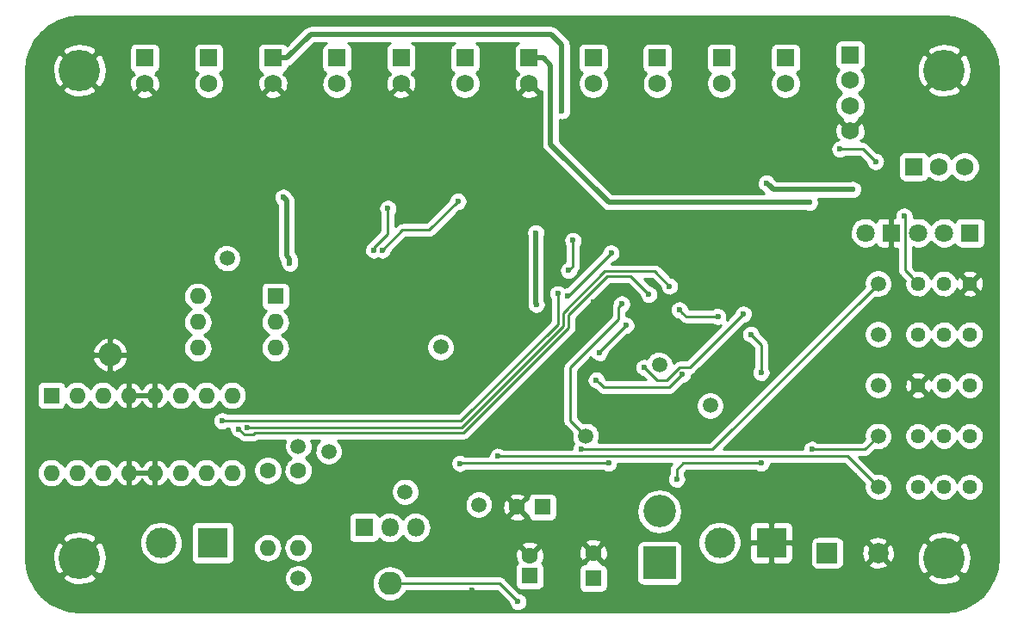
<source format=gbl>
G04 #@! TF.FileFunction,Copper,L2,Bot,Signal*
%FSLAX46Y46*%
G04 Gerber Fmt 4.6, Leading zero omitted, Abs format (unit mm)*
G04 Created by KiCad (PCBNEW 4.0.7) date 01/01/18 15:21:48*
%MOMM*%
%LPD*%
G01*
G04 APERTURE LIST*
%ADD10C,0.100000*%
%ADD11C,4.064000*%
%ADD12O,2.300000X2.300000*%
%ADD13C,1.500000*%
%ADD14R,1.600000X1.600000*%
%ADD15C,1.600000*%
%ADD16R,2.000000X2.000000*%
%ADD17C,2.000000*%
%ADD18R,3.200000X3.200000*%
%ADD19O,3.200000X3.200000*%
%ADD20R,1.800000X1.800000*%
%ADD21C,1.800000*%
%ADD22O,1.600000X1.600000*%
%ADD23R,3.000000X3.000000*%
%ADD24C,3.000000*%
%ADD25R,1.750000X1.750000*%
%ADD26C,1.750000*%
%ADD27C,1.440000*%
%ADD28O,1.800000X1.800000*%
%ADD29C,0.600000*%
%ADD30C,0.250000*%
%ADD31C,0.254000*%
%ADD32C,0.500000*%
G04 APERTURE END LIST*
D10*
D11*
X106000000Y-86000000D03*
X191000000Y-86000000D03*
D12*
X109000000Y-114000000D03*
D11*
X191000000Y-134000000D03*
D13*
X127500000Y-136000000D03*
D14*
X150250000Y-135750000D03*
D15*
X150250000Y-133750000D03*
D14*
X151500000Y-129000000D03*
D15*
X149000000Y-129000000D03*
D16*
X179500000Y-133500000D03*
D17*
X184500000Y-133500000D03*
D18*
X163000000Y-134500000D03*
D19*
X163000000Y-129420000D03*
D20*
X193540000Y-102000000D03*
D21*
X191000000Y-102000000D03*
X188460000Y-102000000D03*
D20*
X185790000Y-102000000D03*
D21*
X183250000Y-102000000D03*
D14*
X103220000Y-118000000D03*
D22*
X121000000Y-125620000D03*
X105760000Y-118000000D03*
X118460000Y-125620000D03*
X108300000Y-118000000D03*
X115920000Y-125620000D03*
X110840000Y-118000000D03*
X113380000Y-125620000D03*
X113380000Y-118000000D03*
X110840000Y-125620000D03*
X115920000Y-118000000D03*
X108300000Y-125620000D03*
X118460000Y-118000000D03*
X105760000Y-125620000D03*
X121000000Y-118000000D03*
X103220000Y-125620000D03*
D23*
X119080000Y-132500000D03*
D24*
X114000000Y-132500000D03*
D23*
X174000000Y-132500000D03*
D24*
X168920000Y-132500000D03*
D25*
X188000000Y-95500000D03*
D26*
X190500000Y-95500000D03*
X193000000Y-95500000D03*
D25*
X181750000Y-84500000D03*
D26*
X181750000Y-87000000D03*
X181750000Y-89500000D03*
X181750000Y-92000000D03*
D25*
X162800000Y-84800000D03*
D26*
X162800000Y-87300000D03*
D25*
X169100000Y-84800000D03*
D26*
X169100000Y-87300000D03*
D25*
X112400000Y-84800000D03*
D26*
X112400000Y-87300000D03*
D25*
X118700000Y-84800000D03*
D26*
X118700000Y-87300000D03*
D25*
X175400000Y-84800000D03*
D26*
X175400000Y-87300000D03*
D25*
X137600000Y-84800000D03*
D26*
X137600000Y-87300000D03*
D25*
X143900000Y-84800000D03*
D26*
X143900000Y-87300000D03*
D25*
X131300000Y-84800000D03*
D26*
X131300000Y-87300000D03*
D25*
X125000000Y-84800000D03*
D26*
X125000000Y-87300000D03*
D25*
X150200000Y-84800000D03*
D26*
X150200000Y-87300000D03*
D25*
X156500000Y-84800000D03*
D26*
X156500000Y-87300000D03*
D27*
X193540000Y-122000000D03*
X191000000Y-122000000D03*
X188460000Y-122000000D03*
X193540000Y-127000000D03*
X191000000Y-127000000D03*
X188460000Y-127000000D03*
X193540000Y-117000000D03*
X191000000Y-117000000D03*
X188460000Y-117000000D03*
X193540000Y-112000000D03*
X191000000Y-112000000D03*
X188460000Y-112000000D03*
X193540000Y-107000000D03*
X191000000Y-107000000D03*
X188460000Y-107000000D03*
D14*
X125250000Y-108250000D03*
D22*
X117630000Y-113330000D03*
X125250000Y-110790000D03*
X117630000Y-110790000D03*
X125250000Y-113330000D03*
X117630000Y-108250000D03*
D13*
X120500000Y-104500000D03*
X141500000Y-113250000D03*
X145250000Y-128750000D03*
X138000000Y-127500000D03*
X184500000Y-122000000D03*
X130500000Y-123500000D03*
X127500000Y-123000000D03*
X184500000Y-117000000D03*
X163000000Y-115000000D03*
X168000000Y-119000000D03*
X184500000Y-112000000D03*
X184500000Y-107000000D03*
X155750000Y-122000000D03*
D20*
X133960000Y-131000000D03*
D28*
X136500000Y-131000000D03*
X139040000Y-131000000D03*
D12*
X136500000Y-136500000D03*
D14*
X156500000Y-136000000D03*
D15*
X156500000Y-133500000D03*
D11*
X106000000Y-134000000D03*
D15*
X127500000Y-125380000D03*
D22*
X127500000Y-133000000D03*
D15*
X124500000Y-125380000D03*
D22*
X124500000Y-133000000D03*
D13*
X184500000Y-127000000D03*
D29*
X173000000Y-115750000D03*
X172000000Y-112000000D03*
X144600000Y-137200000D03*
X141000000Y-110800000D03*
X156500000Y-108800000D03*
X147100000Y-107800000D03*
X173500000Y-119750000D03*
X161400000Y-114000000D03*
X106300000Y-98000000D03*
X134000000Y-97000000D03*
X170000000Y-128000000D03*
X132500000Y-103500000D03*
X104500000Y-127500000D03*
X158714805Y-119532518D03*
X164330478Y-111822142D03*
X154953575Y-112915039D03*
X120050000Y-98250000D03*
X180500000Y-125750000D03*
X138000000Y-134500000D03*
X122250000Y-89000000D03*
X172952333Y-105256018D03*
X176500000Y-126000000D03*
X144000000Y-118000000D03*
X151000000Y-117500000D03*
X152000000Y-122500000D03*
X141000000Y-127000000D03*
X132000000Y-111000000D03*
X123000000Y-110000000D03*
X173000000Y-95000000D03*
X128250000Y-119000000D03*
X134000000Y-123000000D03*
X130000000Y-126000000D03*
X130250000Y-135500000D03*
X132750000Y-91750000D03*
X102500000Y-104000000D03*
X102500000Y-91750000D03*
X157100000Y-113800000D03*
X159700000Y-111100000D03*
X136304444Y-99599990D03*
X134921476Y-103700050D03*
X143200000Y-98900000D03*
X135771489Y-103700050D03*
X120000000Y-120500000D03*
X153000000Y-108000000D03*
X154070990Y-105714401D03*
X154500000Y-102750000D03*
X122500000Y-121181010D03*
X164000000Y-107250000D03*
X161960745Y-108070997D03*
X121659204Y-121330671D03*
X159300000Y-109000000D03*
X187069001Y-100355263D03*
X184250000Y-95000000D03*
X180750000Y-93750000D03*
X150900000Y-109050000D03*
X150850000Y-102000000D03*
X126650000Y-105000000D03*
X126000000Y-98500000D03*
X153399591Y-89999591D03*
X177750000Y-99000000D03*
X173528543Y-97100010D03*
X182000000Y-97750000D03*
X164967038Y-109589336D03*
X168750000Y-110250000D03*
X164696000Y-126250000D03*
X173000000Y-124681000D03*
X178000000Y-123319000D03*
X143400000Y-124700000D03*
X158000000Y-124681000D03*
X149100000Y-138300000D03*
X147127501Y-124000000D03*
X154000000Y-108200000D03*
X158250000Y-104000000D03*
X171250000Y-110000000D03*
X161500000Y-115250000D03*
X155304557Y-123318990D03*
X156800000Y-116500000D03*
X165262800Y-115941810D03*
D30*
X172000000Y-112000000D02*
X173000000Y-113000000D01*
X173000000Y-113000000D02*
X173000000Y-115750000D01*
X157149989Y-113650011D02*
X157149989Y-113750011D01*
X157149989Y-113750011D02*
X157100000Y-113800000D01*
X159700000Y-111100000D02*
X157149989Y-113650011D01*
X134921476Y-103494491D02*
X136304444Y-102111523D01*
X136304444Y-100024254D02*
X136304444Y-99599990D01*
X134921476Y-103700050D02*
X134921476Y-103494491D01*
X136304444Y-102111523D02*
X136304444Y-100024254D01*
X143200000Y-98900000D02*
X140378461Y-101721539D01*
X140378461Y-101721539D02*
X137750000Y-101721539D01*
X135771489Y-103700050D02*
X137750000Y-101721539D01*
D31*
X143500000Y-120500000D02*
X120000000Y-120500000D01*
X153000000Y-110500000D02*
X153000000Y-111000000D01*
X153000000Y-108000000D02*
X153000000Y-110500000D01*
X153000000Y-111000000D02*
X143500000Y-120500000D01*
D30*
X154500000Y-102750000D02*
X154500000Y-105285391D01*
X154500000Y-105285391D02*
X154370989Y-105414402D01*
X154370989Y-105414402D02*
X154070990Y-105714401D01*
X153515606Y-111200000D02*
X143534596Y-121181010D01*
X157600000Y-105800000D02*
X153515606Y-109884394D01*
X153515606Y-109884394D02*
X153515606Y-111200000D01*
X159400000Y-105799989D02*
X157600000Y-105799989D01*
X157600000Y-105799989D02*
X157600000Y-105800000D01*
X159400000Y-105799989D02*
X158915617Y-105799989D01*
X162549989Y-105799989D02*
X159400000Y-105799989D01*
X122924264Y-121181010D02*
X122500000Y-121181010D01*
X143534596Y-121181010D02*
X122924264Y-121181010D01*
X164000000Y-107250000D02*
X162549989Y-105799989D01*
X161960745Y-108070997D02*
X160189748Y-106300000D01*
X160189748Y-106300000D02*
X157900000Y-106300000D01*
X123260012Y-121700000D02*
X123100000Y-121860012D01*
X123100000Y-121860012D02*
X122188545Y-121860012D01*
X157900000Y-106300000D02*
X154100000Y-110100000D01*
X154100000Y-110100000D02*
X154100000Y-111328386D01*
X154100000Y-111328386D02*
X143728386Y-121700000D01*
X143728386Y-121700000D02*
X123260012Y-121700000D01*
X122188545Y-121860012D02*
X121659204Y-121330671D01*
X159000000Y-109679000D02*
X159000000Y-109300000D01*
X159000000Y-109300000D02*
X159300000Y-109000000D01*
X159000000Y-110500000D02*
X154250000Y-115250000D01*
X159000000Y-110500000D02*
X159000000Y-109679000D01*
X154250000Y-115250000D02*
X154250000Y-120500000D01*
X154250000Y-120500000D02*
X155750000Y-122000000D01*
X187069001Y-100355263D02*
X187150000Y-100436262D01*
X187150000Y-100436262D02*
X187150000Y-105690000D01*
X187150000Y-105690000D02*
X187740001Y-106280001D01*
X187740001Y-106280001D02*
X188460000Y-107000000D01*
X180750000Y-93750000D02*
X183000000Y-93750000D01*
X183000000Y-93750000D02*
X184250000Y-95000000D01*
D32*
X150850000Y-102000000D02*
X150850000Y-109000000D01*
X150850000Y-109000000D02*
X150900000Y-109050000D01*
X126650000Y-105000000D02*
X126650000Y-104575736D01*
X126650000Y-104575736D02*
X126350012Y-104275748D01*
X126350012Y-104275748D02*
X126350012Y-103099988D01*
X126350012Y-102275777D02*
X126350012Y-103099988D01*
X126350012Y-103099988D02*
X126350000Y-103100000D01*
X126350012Y-98850012D02*
X126350012Y-102275777D01*
X126000000Y-98500000D02*
X126350012Y-98850012D01*
X153399591Y-89575327D02*
X153399591Y-89999591D01*
X153399591Y-83499591D02*
X153399591Y-89575327D01*
X152350000Y-82450000D02*
X153399591Y-83499591D01*
X125000000Y-84800000D02*
X126375000Y-84800000D01*
X126375000Y-84800000D02*
X128725000Y-82450000D01*
X128725000Y-82450000D02*
X152350000Y-82450000D01*
X158000000Y-99000000D02*
X152300000Y-93300000D01*
X152300000Y-93300000D02*
X152300000Y-85525000D01*
X152300000Y-85525000D02*
X151575000Y-84800000D01*
X151575000Y-84800000D02*
X150200000Y-84800000D01*
X177750000Y-99000000D02*
X158000000Y-99000000D01*
X174178533Y-97750000D02*
X173828542Y-97400009D01*
X173828542Y-97400009D02*
X173528543Y-97100010D01*
X182000000Y-97750000D02*
X174178533Y-97750000D01*
D30*
X165627702Y-110250000D02*
X165267037Y-109889335D01*
X165267037Y-109889335D02*
X164967038Y-109589336D01*
X168750000Y-110250000D02*
X165627702Y-110250000D01*
X184500000Y-122000000D02*
X183181000Y-123319000D01*
X183181000Y-123319000D02*
X178000000Y-123319000D01*
X165319000Y-124681000D02*
X164696000Y-125304000D01*
X164696000Y-125304000D02*
X164696000Y-126250000D01*
X173000000Y-124681000D02*
X165319000Y-124681000D01*
X144188500Y-124681000D02*
X143419000Y-124681000D01*
X143419000Y-124681000D02*
X143400000Y-124700000D01*
X158000000Y-124681000D02*
X144188500Y-124681000D01*
X136500000Y-136500000D02*
X146900000Y-136500000D01*
X147300000Y-136500000D02*
X146900000Y-136500000D01*
X149100000Y-138300000D02*
X147300000Y-136500000D01*
X181500000Y-124000000D02*
X179500000Y-124000000D01*
X182850000Y-125350000D02*
X181500000Y-124000000D01*
D31*
X182850000Y-125350000D02*
X183750001Y-126250001D01*
X183750001Y-126250001D02*
X184500000Y-127000000D01*
X147127501Y-124000000D02*
X179500000Y-124000000D01*
D30*
X158250000Y-104000000D02*
X154050000Y-108200000D01*
X154050000Y-108200000D02*
X154000000Y-108200000D01*
X162750000Y-116500000D02*
X163750000Y-116500000D01*
X165000000Y-115250000D02*
X166000000Y-115250000D01*
X163750000Y-116500000D02*
X165000000Y-115250000D01*
X161500000Y-115250000D02*
X162750000Y-116500000D01*
X166000000Y-115250000D02*
X171250000Y-110000000D01*
X155728821Y-123318990D02*
X155304557Y-123318990D01*
X168181010Y-123318990D02*
X155728821Y-123318990D01*
X184500000Y-107000000D02*
X168181010Y-123318990D01*
X164000000Y-117200000D02*
X157500000Y-117200000D01*
X157500000Y-117200000D02*
X157100000Y-116800000D01*
X164400000Y-116800000D02*
X164000000Y-117200000D01*
X165262800Y-115941810D02*
X164404610Y-116800000D01*
X164404610Y-116800000D02*
X164400000Y-116800000D01*
X157100000Y-116800000D02*
X156800000Y-116500000D01*
G36*
X192028788Y-80804230D02*
X193018396Y-81103011D01*
X193931118Y-81588314D01*
X194732195Y-82241656D01*
X195391116Y-83038155D01*
X195882780Y-83947468D01*
X196188461Y-84934964D01*
X196299982Y-85996008D01*
X196300000Y-86001292D01*
X196300000Y-133965766D01*
X196195770Y-135028786D01*
X195896989Y-136018396D01*
X195411688Y-136931115D01*
X194758344Y-137732194D01*
X193961847Y-138391114D01*
X193052532Y-138882780D01*
X192065037Y-139188461D01*
X191003992Y-139299982D01*
X190998708Y-139300000D01*
X106034234Y-139300000D01*
X104971214Y-139195770D01*
X103981604Y-138896989D01*
X103068885Y-138411688D01*
X102267806Y-137758344D01*
X101608886Y-136961847D01*
X101117220Y-136052532D01*
X101058729Y-135863577D01*
X104313200Y-135863577D01*
X104533546Y-136231063D01*
X104996982Y-136474285D01*
X105498964Y-136622421D01*
X106020200Y-136669780D01*
X106540660Y-136614540D01*
X107040342Y-136458825D01*
X107466454Y-136231063D01*
X107535677Y-136115614D01*
X126123193Y-136115614D01*
X126171870Y-136380835D01*
X126271135Y-136631551D01*
X126417208Y-136858211D01*
X126604523Y-137052182D01*
X126825947Y-137206075D01*
X127073046Y-137314030D01*
X127336407Y-137371934D01*
X127605999Y-137377581D01*
X127871554Y-137330756D01*
X128122956Y-137233244D01*
X128350631Y-137088757D01*
X128545904Y-136902801D01*
X128701340Y-136682456D01*
X128788091Y-136487608D01*
X134716455Y-136487608D01*
X134747852Y-136832602D01*
X134845661Y-137164927D01*
X135006155Y-137471925D01*
X135223223Y-137741902D01*
X135488596Y-137964576D01*
X135792165Y-138131465D01*
X136122369Y-138236212D01*
X136466629Y-138274827D01*
X136491412Y-138275000D01*
X136508588Y-138275000D01*
X136853354Y-138241195D01*
X137184988Y-138141069D01*
X137490858Y-137978435D01*
X137759314Y-137759488D01*
X137980130Y-137492567D01*
X138111285Y-137250000D01*
X146989340Y-137250000D01*
X148186522Y-138447182D01*
X148206530Y-138556198D01*
X148273309Y-138724862D01*
X148371576Y-138877342D01*
X148497588Y-139007832D01*
X148646546Y-139111360D01*
X148812776Y-139183984D01*
X148989946Y-139222938D01*
X149171308Y-139226737D01*
X149349955Y-139195236D01*
X149519080Y-139129637D01*
X149672243Y-139032437D01*
X149803609Y-138907339D01*
X149908175Y-138759107D01*
X149981957Y-138593388D01*
X150022147Y-138416494D01*
X150025040Y-138209299D01*
X149989805Y-138031352D01*
X149920679Y-137863637D01*
X149820292Y-137712544D01*
X149692470Y-137583826D01*
X149542081Y-137482388D01*
X149374854Y-137412092D01*
X149246380Y-137385720D01*
X147830330Y-135969670D01*
X147776840Y-135925733D01*
X147723725Y-135881165D01*
X147720267Y-135879264D01*
X147717221Y-135876762D01*
X147656174Y-135844028D01*
X147595456Y-135810648D01*
X147591698Y-135809456D01*
X147588222Y-135807592D01*
X147521954Y-135787332D01*
X147455934Y-135766389D01*
X147452016Y-135765950D01*
X147448243Y-135764796D01*
X147379284Y-135757791D01*
X147310472Y-135750073D01*
X147302769Y-135750019D01*
X147302618Y-135750004D01*
X147302478Y-135750017D01*
X147300000Y-135750000D01*
X138109864Y-135750000D01*
X137993845Y-135528075D01*
X137776777Y-135258098D01*
X137511404Y-135035424D01*
X137207835Y-134868535D01*
X136877631Y-134763788D01*
X136533371Y-134725173D01*
X136508588Y-134725000D01*
X136491412Y-134725000D01*
X136146646Y-134758805D01*
X135815012Y-134858931D01*
X135509142Y-135021565D01*
X135240686Y-135240512D01*
X135019870Y-135507433D01*
X134855105Y-135812160D01*
X134752666Y-136143087D01*
X134716455Y-136487608D01*
X128788091Y-136487608D01*
X128811017Y-136436117D01*
X128870758Y-136173167D01*
X128875059Y-135865174D01*
X128822683Y-135600658D01*
X128719927Y-135351353D01*
X128570704Y-135126755D01*
X128380699Y-134935418D01*
X128157148Y-134784631D01*
X127908566Y-134680137D01*
X127644422Y-134625916D01*
X127374777Y-134624033D01*
X127109902Y-134674561D01*
X126859886Y-134775574D01*
X126634251Y-134923225D01*
X126441592Y-135111891D01*
X126289248Y-135334384D01*
X126183021Y-135582230D01*
X126126958Y-135845989D01*
X126123193Y-136115614D01*
X107535677Y-136115614D01*
X107686800Y-135863577D01*
X106000000Y-134176777D01*
X104313200Y-135863577D01*
X101058729Y-135863577D01*
X100811539Y-135065037D01*
X100701722Y-134020200D01*
X103330220Y-134020200D01*
X103385460Y-134540660D01*
X103541175Y-135040342D01*
X103768937Y-135466454D01*
X104136423Y-135686800D01*
X105823223Y-134000000D01*
X106176777Y-134000000D01*
X107863577Y-135686800D01*
X108231063Y-135466454D01*
X108474285Y-135003018D01*
X108622421Y-134501036D01*
X108669780Y-133979800D01*
X108614540Y-133459340D01*
X108458825Y-132959658D01*
X108308637Y-132678676D01*
X111872207Y-132678676D01*
X111947435Y-133088563D01*
X112100845Y-133476033D01*
X112326593Y-133826326D01*
X112616081Y-134126099D01*
X112958282Y-134363935D01*
X113340162Y-134530774D01*
X113747174Y-134620261D01*
X114163817Y-134628989D01*
X114574220Y-134556624D01*
X114962751Y-134405922D01*
X115314611Y-134182625D01*
X115616398Y-133895237D01*
X115856617Y-133554705D01*
X116026118Y-133174000D01*
X116118445Y-132767622D01*
X116125091Y-132291633D01*
X116044147Y-131882836D01*
X115885342Y-131497546D01*
X115654725Y-131150439D01*
X115505333Y-131000000D01*
X116951976Y-131000000D01*
X116951976Y-134000000D01*
X116959913Y-134099529D01*
X117012191Y-134268341D01*
X117109429Y-134415905D01*
X117243927Y-134530537D01*
X117405037Y-134603160D01*
X117580000Y-134628024D01*
X120580000Y-134628024D01*
X120679529Y-134620087D01*
X120848341Y-134567809D01*
X120995905Y-134470571D01*
X121110537Y-134336073D01*
X121183160Y-134174963D01*
X121208024Y-134000000D01*
X121208024Y-132993105D01*
X123075000Y-132993105D01*
X123075000Y-133006895D01*
X123102139Y-133283679D01*
X123182522Y-133549920D01*
X123313087Y-133795478D01*
X123488862Y-134010999D01*
X123703150Y-134188274D01*
X123947790Y-134320550D01*
X124213464Y-134402790D01*
X124490052Y-134431860D01*
X124767018Y-134406654D01*
X125033814Y-134328132D01*
X125280278Y-134199284D01*
X125497020Y-134025019D01*
X125675787Y-133811973D01*
X125809768Y-133568262D01*
X125893860Y-133303169D01*
X125924861Y-133026791D01*
X125925000Y-133006895D01*
X125925000Y-132993105D01*
X126075000Y-132993105D01*
X126075000Y-133006895D01*
X126102139Y-133283679D01*
X126182522Y-133549920D01*
X126313087Y-133795478D01*
X126488862Y-134010999D01*
X126703150Y-134188274D01*
X126947790Y-134320550D01*
X127213464Y-134402790D01*
X127490052Y-134431860D01*
X127767018Y-134406654D01*
X128033814Y-134328132D01*
X128280278Y-134199284D01*
X128497020Y-134025019D01*
X128669972Y-133818903D01*
X148819763Y-133818903D01*
X148860686Y-134096604D01*
X148955000Y-134360986D01*
X149022521Y-134487307D01*
X149026396Y-134488462D01*
X148919463Y-134613927D01*
X148846840Y-134775037D01*
X148821976Y-134950000D01*
X148821976Y-136550000D01*
X148829913Y-136649529D01*
X148882191Y-136818341D01*
X148979429Y-136965905D01*
X149113927Y-137080537D01*
X149275037Y-137153160D01*
X149450000Y-137178024D01*
X151050000Y-137178024D01*
X151149529Y-137170087D01*
X151318341Y-137117809D01*
X151465905Y-137020571D01*
X151580537Y-136886073D01*
X151653160Y-136724963D01*
X151678024Y-136550000D01*
X151678024Y-135200000D01*
X155071976Y-135200000D01*
X155071976Y-136800000D01*
X155079913Y-136899529D01*
X155132191Y-137068341D01*
X155229429Y-137215905D01*
X155363927Y-137330537D01*
X155525037Y-137403160D01*
X155700000Y-137428024D01*
X157300000Y-137428024D01*
X157399529Y-137420087D01*
X157568341Y-137367809D01*
X157715905Y-137270571D01*
X157830537Y-137136073D01*
X157903160Y-136974963D01*
X157928024Y-136800000D01*
X157928024Y-135200000D01*
X157920087Y-135100471D01*
X157867809Y-134931659D01*
X157770571Y-134784095D01*
X157636073Y-134669463D01*
X157474963Y-134596840D01*
X157300000Y-134571976D01*
X157283672Y-134571976D01*
X157309288Y-134486065D01*
X156500000Y-133676777D01*
X155690712Y-134486065D01*
X155716328Y-134571976D01*
X155700000Y-134571976D01*
X155600471Y-134579913D01*
X155431659Y-134632191D01*
X155284095Y-134729429D01*
X155169463Y-134863927D01*
X155096840Y-135025037D01*
X155071976Y-135200000D01*
X151678024Y-135200000D01*
X151678024Y-134950000D01*
X151670087Y-134850471D01*
X151617809Y-134681659D01*
X151520571Y-134534095D01*
X151468734Y-134489914D01*
X151477479Y-134487307D01*
X151597735Y-134233670D01*
X151666198Y-133961447D01*
X151680237Y-133681097D01*
X151663704Y-133568903D01*
X155069763Y-133568903D01*
X155110686Y-133846604D01*
X155205000Y-134110986D01*
X155272521Y-134237307D01*
X155513935Y-134309288D01*
X156323223Y-133500000D01*
X156676777Y-133500000D01*
X157486065Y-134309288D01*
X157727479Y-134237307D01*
X157847735Y-133983670D01*
X157916198Y-133711447D01*
X157930237Y-133431097D01*
X157889314Y-133153396D01*
X157798920Y-132900000D01*
X160771976Y-132900000D01*
X160771976Y-136100000D01*
X160779913Y-136199529D01*
X160832191Y-136368341D01*
X160929429Y-136515905D01*
X161063927Y-136630537D01*
X161225037Y-136703160D01*
X161400000Y-136728024D01*
X164600000Y-136728024D01*
X164699529Y-136720087D01*
X164868341Y-136667809D01*
X165015905Y-136570571D01*
X165130537Y-136436073D01*
X165203160Y-136274963D01*
X165228024Y-136100000D01*
X165228024Y-135863577D01*
X189313200Y-135863577D01*
X189533546Y-136231063D01*
X189996982Y-136474285D01*
X190498964Y-136622421D01*
X191020200Y-136669780D01*
X191540660Y-136614540D01*
X192040342Y-136458825D01*
X192466454Y-136231063D01*
X192686800Y-135863577D01*
X191000000Y-134176777D01*
X189313200Y-135863577D01*
X165228024Y-135863577D01*
X165228024Y-132900000D01*
X165220087Y-132800471D01*
X165182370Y-132678676D01*
X166792207Y-132678676D01*
X166867435Y-133088563D01*
X167020845Y-133476033D01*
X167246593Y-133826326D01*
X167536081Y-134126099D01*
X167878282Y-134363935D01*
X168260162Y-134530774D01*
X168667174Y-134620261D01*
X169083817Y-134628989D01*
X169494220Y-134556624D01*
X169882751Y-134405922D01*
X170234611Y-134182625D01*
X170536398Y-133895237D01*
X170776617Y-133554705D01*
X170946118Y-133174000D01*
X171035348Y-132781250D01*
X171875000Y-132781250D01*
X171875000Y-134061557D01*
X171899018Y-134182306D01*
X171946132Y-134296049D01*
X172014531Y-134398414D01*
X172101586Y-134485469D01*
X172203952Y-134553868D01*
X172317694Y-134600982D01*
X172438443Y-134625000D01*
X173718750Y-134625000D01*
X173875000Y-134468750D01*
X173875000Y-132625000D01*
X174125000Y-132625000D01*
X174125000Y-134468750D01*
X174281250Y-134625000D01*
X175561557Y-134625000D01*
X175682306Y-134600982D01*
X175796048Y-134553868D01*
X175898414Y-134485469D01*
X175985469Y-134398414D01*
X176053868Y-134296049D01*
X176100982Y-134182306D01*
X176125000Y-134061557D01*
X176125000Y-132781250D01*
X175968750Y-132625000D01*
X174125000Y-132625000D01*
X173875000Y-132625000D01*
X172031250Y-132625000D01*
X171875000Y-132781250D01*
X171035348Y-132781250D01*
X171038445Y-132767622D01*
X171042181Y-132500000D01*
X177871976Y-132500000D01*
X177871976Y-134500000D01*
X177879913Y-134599529D01*
X177932191Y-134768341D01*
X178029429Y-134915905D01*
X178163927Y-135030537D01*
X178325037Y-135103160D01*
X178500000Y-135128024D01*
X180500000Y-135128024D01*
X180599529Y-135120087D01*
X180768341Y-135067809D01*
X180915905Y-134970571D01*
X181030537Y-134836073D01*
X181103160Y-134674963D01*
X181109725Y-134628764D01*
X183548013Y-134628764D01*
X183644171Y-134890610D01*
X183931910Y-135030854D01*
X184241481Y-135112268D01*
X184560986Y-135131723D01*
X184878147Y-135088472D01*
X185180777Y-134984178D01*
X185355829Y-134890610D01*
X185451987Y-134628764D01*
X184500000Y-133676777D01*
X183548013Y-134628764D01*
X181109725Y-134628764D01*
X181128024Y-134500000D01*
X181128024Y-133560986D01*
X182868277Y-133560986D01*
X182911528Y-133878147D01*
X183015822Y-134180777D01*
X183109390Y-134355829D01*
X183371236Y-134451987D01*
X184323223Y-133500000D01*
X184676777Y-133500000D01*
X185628764Y-134451987D01*
X185890610Y-134355829D01*
X186030854Y-134068090D01*
X186043448Y-134020200D01*
X188330220Y-134020200D01*
X188385460Y-134540660D01*
X188541175Y-135040342D01*
X188768937Y-135466454D01*
X189136423Y-135686800D01*
X190823223Y-134000000D01*
X191176777Y-134000000D01*
X192863577Y-135686800D01*
X193231063Y-135466454D01*
X193474285Y-135003018D01*
X193622421Y-134501036D01*
X193669780Y-133979800D01*
X193614540Y-133459340D01*
X193458825Y-132959658D01*
X193231063Y-132533546D01*
X192863577Y-132313200D01*
X191176777Y-134000000D01*
X190823223Y-134000000D01*
X189136423Y-132313200D01*
X188768937Y-132533546D01*
X188525715Y-132996982D01*
X188377579Y-133498964D01*
X188330220Y-134020200D01*
X186043448Y-134020200D01*
X186112268Y-133758519D01*
X186131723Y-133439014D01*
X186088472Y-133121853D01*
X185984178Y-132819223D01*
X185890610Y-132644171D01*
X185628764Y-132548013D01*
X184676777Y-133500000D01*
X184323223Y-133500000D01*
X183371236Y-132548013D01*
X183109390Y-132644171D01*
X182969146Y-132931910D01*
X182887732Y-133241481D01*
X182868277Y-133560986D01*
X181128024Y-133560986D01*
X181128024Y-132500000D01*
X181120087Y-132400471D01*
X181111034Y-132371236D01*
X183548013Y-132371236D01*
X184500000Y-133323223D01*
X185451987Y-132371236D01*
X185365757Y-132136423D01*
X189313200Y-132136423D01*
X191000000Y-133823223D01*
X192686800Y-132136423D01*
X192466454Y-131768937D01*
X192003018Y-131525715D01*
X191501036Y-131377579D01*
X190979800Y-131330220D01*
X190459340Y-131385460D01*
X189959658Y-131541175D01*
X189533546Y-131768937D01*
X189313200Y-132136423D01*
X185365757Y-132136423D01*
X185355829Y-132109390D01*
X185068090Y-131969146D01*
X184758519Y-131887732D01*
X184439014Y-131868277D01*
X184121853Y-131911528D01*
X183819223Y-132015822D01*
X183644171Y-132109390D01*
X183548013Y-132371236D01*
X181111034Y-132371236D01*
X181067809Y-132231659D01*
X180970571Y-132084095D01*
X180836073Y-131969463D01*
X180674963Y-131896840D01*
X180500000Y-131871976D01*
X178500000Y-131871976D01*
X178400471Y-131879913D01*
X178231659Y-131932191D01*
X178084095Y-132029429D01*
X177969463Y-132163927D01*
X177896840Y-132325037D01*
X177871976Y-132500000D01*
X171042181Y-132500000D01*
X171045091Y-132291633D01*
X170964147Y-131882836D01*
X170805342Y-131497546D01*
X170574725Y-131150439D01*
X170364204Y-130938443D01*
X171875000Y-130938443D01*
X171875000Y-132218750D01*
X172031250Y-132375000D01*
X173875000Y-132375000D01*
X173875000Y-130531250D01*
X174125000Y-130531250D01*
X174125000Y-132375000D01*
X175968750Y-132375000D01*
X176125000Y-132218750D01*
X176125000Y-130938443D01*
X176100982Y-130817694D01*
X176053868Y-130703951D01*
X175985469Y-130601586D01*
X175898414Y-130514531D01*
X175796048Y-130446132D01*
X175682306Y-130399018D01*
X175561557Y-130375000D01*
X174281250Y-130375000D01*
X174125000Y-130531250D01*
X173875000Y-130531250D01*
X173718750Y-130375000D01*
X172438443Y-130375000D01*
X172317694Y-130399018D01*
X172203952Y-130446132D01*
X172101586Y-130514531D01*
X172014531Y-130601586D01*
X171946132Y-130703951D01*
X171899018Y-130817694D01*
X171875000Y-130938443D01*
X170364204Y-130938443D01*
X170281080Y-130854737D01*
X169935592Y-130621702D01*
X169551420Y-130460211D01*
X169143198Y-130376415D01*
X168726474Y-130373506D01*
X168317121Y-130451594D01*
X167930732Y-130607705D01*
X167582024Y-130835894D01*
X167284279Y-131127467D01*
X167048838Y-131471320D01*
X166884669Y-131854355D01*
X166798025Y-132261982D01*
X166792207Y-132678676D01*
X165182370Y-132678676D01*
X165167809Y-132631659D01*
X165070571Y-132484095D01*
X164936073Y-132369463D01*
X164774963Y-132296840D01*
X164600000Y-132271976D01*
X161400000Y-132271976D01*
X161300471Y-132279913D01*
X161131659Y-132332191D01*
X160984095Y-132429429D01*
X160869463Y-132563927D01*
X160796840Y-132725037D01*
X160771976Y-132900000D01*
X157798920Y-132900000D01*
X157795000Y-132889014D01*
X157727479Y-132762693D01*
X157486065Y-132690712D01*
X156676777Y-133500000D01*
X156323223Y-133500000D01*
X155513935Y-132690712D01*
X155272521Y-132762693D01*
X155152265Y-133016330D01*
X155083802Y-133288553D01*
X155069763Y-133568903D01*
X151663704Y-133568903D01*
X151639314Y-133403396D01*
X151545000Y-133139014D01*
X151477479Y-133012693D01*
X151236065Y-132940712D01*
X150426777Y-133750000D01*
X150440919Y-133764142D01*
X150264142Y-133940919D01*
X150250000Y-133926777D01*
X150235858Y-133940919D01*
X150059081Y-133764142D01*
X150073223Y-133750000D01*
X149263935Y-132940712D01*
X149022521Y-133012693D01*
X148902265Y-133266330D01*
X148833802Y-133538553D01*
X148819763Y-133818903D01*
X128669972Y-133818903D01*
X128675787Y-133811973D01*
X128809768Y-133568262D01*
X128893860Y-133303169D01*
X128924861Y-133026791D01*
X128925000Y-133006895D01*
X128925000Y-132993105D01*
X128902530Y-132763935D01*
X149440712Y-132763935D01*
X150250000Y-133573223D01*
X151059288Y-132763935D01*
X150987307Y-132522521D01*
X150969198Y-132513935D01*
X155690712Y-132513935D01*
X156500000Y-133323223D01*
X157309288Y-132513935D01*
X157237307Y-132272521D01*
X156983670Y-132152265D01*
X156711447Y-132083802D01*
X156431097Y-132069763D01*
X156153396Y-132110686D01*
X155889014Y-132205000D01*
X155762693Y-132272521D01*
X155690712Y-132513935D01*
X150969198Y-132513935D01*
X150733670Y-132402265D01*
X150461447Y-132333802D01*
X150181097Y-132319763D01*
X149903396Y-132360686D01*
X149639014Y-132455000D01*
X149512693Y-132522521D01*
X149440712Y-132763935D01*
X128902530Y-132763935D01*
X128897861Y-132716321D01*
X128817478Y-132450080D01*
X128686913Y-132204522D01*
X128511138Y-131989001D01*
X128296850Y-131811726D01*
X128052210Y-131679450D01*
X127786536Y-131597210D01*
X127509948Y-131568140D01*
X127232982Y-131593346D01*
X126966186Y-131671868D01*
X126719722Y-131800716D01*
X126502980Y-131974981D01*
X126324213Y-132188027D01*
X126190232Y-132431738D01*
X126106140Y-132696831D01*
X126075139Y-132973209D01*
X126075000Y-132993105D01*
X125925000Y-132993105D01*
X125897861Y-132716321D01*
X125817478Y-132450080D01*
X125686913Y-132204522D01*
X125511138Y-131989001D01*
X125296850Y-131811726D01*
X125052210Y-131679450D01*
X124786536Y-131597210D01*
X124509948Y-131568140D01*
X124232982Y-131593346D01*
X123966186Y-131671868D01*
X123719722Y-131800716D01*
X123502980Y-131974981D01*
X123324213Y-132188027D01*
X123190232Y-132431738D01*
X123106140Y-132696831D01*
X123075139Y-132973209D01*
X123075000Y-132993105D01*
X121208024Y-132993105D01*
X121208024Y-131000000D01*
X121200087Y-130900471D01*
X121147809Y-130731659D01*
X121050571Y-130584095D01*
X120916073Y-130469463D01*
X120754963Y-130396840D01*
X120580000Y-130371976D01*
X117580000Y-130371976D01*
X117480471Y-130379913D01*
X117311659Y-130432191D01*
X117164095Y-130529429D01*
X117049463Y-130663927D01*
X116976840Y-130825037D01*
X116951976Y-131000000D01*
X115505333Y-131000000D01*
X115361080Y-130854737D01*
X115015592Y-130621702D01*
X114631420Y-130460211D01*
X114223198Y-130376415D01*
X113806474Y-130373506D01*
X113397121Y-130451594D01*
X113010732Y-130607705D01*
X112662024Y-130835894D01*
X112364279Y-131127467D01*
X112128838Y-131471320D01*
X111964669Y-131854355D01*
X111878025Y-132261982D01*
X111872207Y-132678676D01*
X108308637Y-132678676D01*
X108231063Y-132533546D01*
X107863577Y-132313200D01*
X106176777Y-134000000D01*
X105823223Y-134000000D01*
X104136423Y-132313200D01*
X103768937Y-132533546D01*
X103525715Y-132996982D01*
X103377579Y-133498964D01*
X103330220Y-134020200D01*
X100701722Y-134020200D01*
X100700018Y-134003992D01*
X100700000Y-133998708D01*
X100700000Y-132136423D01*
X104313200Y-132136423D01*
X106000000Y-133823223D01*
X107686800Y-132136423D01*
X107466454Y-131768937D01*
X107003018Y-131525715D01*
X106501036Y-131377579D01*
X105979800Y-131330220D01*
X105459340Y-131385460D01*
X104959658Y-131541175D01*
X104533546Y-131768937D01*
X104313200Y-132136423D01*
X100700000Y-132136423D01*
X100700000Y-130100000D01*
X132431976Y-130100000D01*
X132431976Y-131900000D01*
X132439913Y-131999529D01*
X132492191Y-132168341D01*
X132589429Y-132315905D01*
X132723927Y-132430537D01*
X132885037Y-132503160D01*
X133060000Y-132528024D01*
X134860000Y-132528024D01*
X134959529Y-132520087D01*
X135128341Y-132467809D01*
X135275905Y-132370571D01*
X135390537Y-132236073D01*
X135449272Y-132105772D01*
X135631046Y-132258298D01*
X135891860Y-132401681D01*
X136175556Y-132491675D01*
X136471329Y-132524851D01*
X136492621Y-132525000D01*
X136507379Y-132525000D01*
X136803586Y-132495957D01*
X137088511Y-132409933D01*
X137351301Y-132270205D01*
X137581946Y-132082095D01*
X137771232Y-131853288D01*
X137943050Y-132066987D01*
X138171046Y-132258298D01*
X138431860Y-132401681D01*
X138715556Y-132491675D01*
X139011329Y-132524851D01*
X139032621Y-132525000D01*
X139047379Y-132525000D01*
X139343586Y-132495957D01*
X139628511Y-132409933D01*
X139891301Y-132270205D01*
X140121946Y-132082095D01*
X140311661Y-131852769D01*
X140453220Y-131590961D01*
X140541231Y-131306644D01*
X140572342Y-131010646D01*
X140545367Y-130714243D01*
X140461334Y-130428725D01*
X140323445Y-130164966D01*
X140136950Y-129933013D01*
X139908954Y-129741702D01*
X139648140Y-129598319D01*
X139364444Y-129508325D01*
X139068671Y-129475149D01*
X139047379Y-129475000D01*
X139032621Y-129475000D01*
X138736414Y-129504043D01*
X138451489Y-129590067D01*
X138188699Y-129729795D01*
X137958054Y-129917905D01*
X137768768Y-130146712D01*
X137596950Y-129933013D01*
X137368954Y-129741702D01*
X137108140Y-129598319D01*
X136824444Y-129508325D01*
X136528671Y-129475149D01*
X136507379Y-129475000D01*
X136492621Y-129475000D01*
X136196414Y-129504043D01*
X135911489Y-129590067D01*
X135648699Y-129729795D01*
X135447165Y-129894162D01*
X135427809Y-129831659D01*
X135330571Y-129684095D01*
X135196073Y-129569463D01*
X135034963Y-129496840D01*
X134860000Y-129471976D01*
X133060000Y-129471976D01*
X132960471Y-129479913D01*
X132791659Y-129532191D01*
X132644095Y-129629429D01*
X132529463Y-129763927D01*
X132456840Y-129925037D01*
X132431976Y-130100000D01*
X100700000Y-130100000D01*
X100700000Y-127615614D01*
X136623193Y-127615614D01*
X136671870Y-127880835D01*
X136771135Y-128131551D01*
X136917208Y-128358211D01*
X137104523Y-128552182D01*
X137325947Y-128706075D01*
X137573046Y-128814030D01*
X137836407Y-128871934D01*
X138105999Y-128877581D01*
X138173866Y-128865614D01*
X143873193Y-128865614D01*
X143921870Y-129130835D01*
X144021135Y-129381551D01*
X144167208Y-129608211D01*
X144354523Y-129802182D01*
X144575947Y-129956075D01*
X144823046Y-130064030D01*
X145086407Y-130121934D01*
X145355999Y-130127581D01*
X145621554Y-130080756D01*
X145865682Y-129986065D01*
X148190712Y-129986065D01*
X148262693Y-130227479D01*
X148516330Y-130347735D01*
X148788553Y-130416198D01*
X149068903Y-130430237D01*
X149346604Y-130389314D01*
X149610986Y-130295000D01*
X149737307Y-130227479D01*
X149809288Y-129986065D01*
X149000000Y-129176777D01*
X148190712Y-129986065D01*
X145865682Y-129986065D01*
X145872956Y-129983244D01*
X146100631Y-129838757D01*
X146295904Y-129652801D01*
X146451340Y-129432456D01*
X146561017Y-129186117D01*
X146587647Y-129068903D01*
X147569763Y-129068903D01*
X147610686Y-129346604D01*
X147705000Y-129610986D01*
X147772521Y-129737307D01*
X148013935Y-129809288D01*
X148823223Y-129000000D01*
X149176777Y-129000000D01*
X149986065Y-129809288D01*
X150071976Y-129783672D01*
X150071976Y-129800000D01*
X150079913Y-129899529D01*
X150132191Y-130068341D01*
X150229429Y-130215905D01*
X150363927Y-130330537D01*
X150525037Y-130403160D01*
X150700000Y-130428024D01*
X152300000Y-130428024D01*
X152399529Y-130420087D01*
X152568341Y-130367809D01*
X152715905Y-130270571D01*
X152830537Y-130136073D01*
X152903160Y-129974963D01*
X152928024Y-129800000D01*
X152928024Y-129409234D01*
X160775000Y-129409234D01*
X160775000Y-129430766D01*
X160817375Y-129862937D01*
X160942885Y-130278648D01*
X161146750Y-130662062D01*
X161421205Y-130998577D01*
X161755796Y-131275375D01*
X162137778Y-131481912D01*
X162552602Y-131610321D01*
X162984467Y-131655712D01*
X163416923Y-131616355D01*
X163833500Y-131493750D01*
X164218328Y-131292567D01*
X164556751Y-131020468D01*
X164835878Y-130687818D01*
X165045076Y-130307287D01*
X165176378Y-129893370D01*
X165224783Y-129461832D01*
X165225000Y-129430766D01*
X165225000Y-129409234D01*
X165182625Y-128977063D01*
X165057115Y-128561352D01*
X164853250Y-128177938D01*
X164578795Y-127841423D01*
X164244204Y-127564625D01*
X163862222Y-127358088D01*
X163447398Y-127229679D01*
X163015533Y-127184288D01*
X162583077Y-127223645D01*
X162166500Y-127346250D01*
X161781672Y-127547433D01*
X161443249Y-127819532D01*
X161164122Y-128152182D01*
X160954924Y-128532713D01*
X160823622Y-128946630D01*
X160775217Y-129378168D01*
X160775000Y-129409234D01*
X152928024Y-129409234D01*
X152928024Y-128200000D01*
X152920087Y-128100471D01*
X152867809Y-127931659D01*
X152770571Y-127784095D01*
X152636073Y-127669463D01*
X152474963Y-127596840D01*
X152300000Y-127571976D01*
X150700000Y-127571976D01*
X150600471Y-127579913D01*
X150431659Y-127632191D01*
X150284095Y-127729429D01*
X150169463Y-127863927D01*
X150096840Y-128025037D01*
X150071976Y-128200000D01*
X150071976Y-128216328D01*
X149986065Y-128190712D01*
X149176777Y-129000000D01*
X148823223Y-129000000D01*
X148013935Y-128190712D01*
X147772521Y-128262693D01*
X147652265Y-128516330D01*
X147583802Y-128788553D01*
X147569763Y-129068903D01*
X146587647Y-129068903D01*
X146620758Y-128923167D01*
X146625059Y-128615174D01*
X146572683Y-128350658D01*
X146469927Y-128101353D01*
X146411847Y-128013935D01*
X148190712Y-128013935D01*
X149000000Y-128823223D01*
X149809288Y-128013935D01*
X149737307Y-127772521D01*
X149483670Y-127652265D01*
X149211447Y-127583802D01*
X148931097Y-127569763D01*
X148653396Y-127610686D01*
X148389014Y-127705000D01*
X148262693Y-127772521D01*
X148190712Y-128013935D01*
X146411847Y-128013935D01*
X146320704Y-127876755D01*
X146130699Y-127685418D01*
X145907148Y-127534631D01*
X145658566Y-127430137D01*
X145394422Y-127375916D01*
X145124777Y-127374033D01*
X144859902Y-127424561D01*
X144609886Y-127525574D01*
X144384251Y-127673225D01*
X144191592Y-127861891D01*
X144039248Y-128084384D01*
X143933021Y-128332230D01*
X143876958Y-128595989D01*
X143873193Y-128865614D01*
X138173866Y-128865614D01*
X138371554Y-128830756D01*
X138622956Y-128733244D01*
X138850631Y-128588757D01*
X139045904Y-128402801D01*
X139201340Y-128182456D01*
X139311017Y-127936117D01*
X139370758Y-127673167D01*
X139375059Y-127365174D01*
X139322683Y-127100658D01*
X139219927Y-126851353D01*
X139070704Y-126626755D01*
X138880699Y-126435418D01*
X138657148Y-126284631D01*
X138408566Y-126180137D01*
X138144422Y-126125916D01*
X137874777Y-126124033D01*
X137609902Y-126174561D01*
X137359886Y-126275574D01*
X137134251Y-126423225D01*
X136941592Y-126611891D01*
X136789248Y-126834384D01*
X136683021Y-127082230D01*
X136626958Y-127345989D01*
X136623193Y-127615614D01*
X100700000Y-127615614D01*
X100700000Y-125613105D01*
X101795000Y-125613105D01*
X101795000Y-125626895D01*
X101822139Y-125903679D01*
X101902522Y-126169920D01*
X102033087Y-126415478D01*
X102208862Y-126630999D01*
X102423150Y-126808274D01*
X102667790Y-126940550D01*
X102933464Y-127022790D01*
X103210052Y-127051860D01*
X103487018Y-127026654D01*
X103753814Y-126948132D01*
X104000278Y-126819284D01*
X104217020Y-126645019D01*
X104395787Y-126431973D01*
X104490375Y-126259918D01*
X104573087Y-126415478D01*
X104748862Y-126630999D01*
X104963150Y-126808274D01*
X105207790Y-126940550D01*
X105473464Y-127022790D01*
X105750052Y-127051860D01*
X106027018Y-127026654D01*
X106293814Y-126948132D01*
X106540278Y-126819284D01*
X106757020Y-126645019D01*
X106935787Y-126431973D01*
X107030375Y-126259918D01*
X107113087Y-126415478D01*
X107288862Y-126630999D01*
X107503150Y-126808274D01*
X107747790Y-126940550D01*
X108013464Y-127022790D01*
X108290052Y-127051860D01*
X108567018Y-127026654D01*
X108833814Y-126948132D01*
X109080278Y-126819284D01*
X109297020Y-126645019D01*
X109475787Y-126431973D01*
X109570313Y-126260031D01*
X109694980Y-126468274D01*
X109882471Y-126675357D01*
X110106760Y-126841883D01*
X110359227Y-126961453D01*
X110494479Y-127002476D01*
X110715000Y-126882577D01*
X110715000Y-125745000D01*
X110965000Y-125745000D01*
X110965000Y-126882577D01*
X111185521Y-127002476D01*
X111320773Y-126961453D01*
X111573240Y-126841883D01*
X111797529Y-126675357D01*
X111985020Y-126468274D01*
X112110000Y-126259509D01*
X112234980Y-126468274D01*
X112422471Y-126675357D01*
X112646760Y-126841883D01*
X112899227Y-126961453D01*
X113034479Y-127002476D01*
X113255000Y-126882577D01*
X113255000Y-125745000D01*
X112116738Y-125745000D01*
X112110000Y-125757463D01*
X112103262Y-125745000D01*
X110965000Y-125745000D01*
X110715000Y-125745000D01*
X110695000Y-125745000D01*
X110695000Y-125495000D01*
X110715000Y-125495000D01*
X110715000Y-124357423D01*
X110965000Y-124357423D01*
X110965000Y-125495000D01*
X112103262Y-125495000D01*
X112110000Y-125482537D01*
X112116738Y-125495000D01*
X113255000Y-125495000D01*
X113255000Y-124357423D01*
X113505000Y-124357423D01*
X113505000Y-125495000D01*
X113525000Y-125495000D01*
X113525000Y-125745000D01*
X113505000Y-125745000D01*
X113505000Y-126882577D01*
X113725521Y-127002476D01*
X113860773Y-126961453D01*
X114113240Y-126841883D01*
X114337529Y-126675357D01*
X114525020Y-126468274D01*
X114650083Y-126259370D01*
X114733087Y-126415478D01*
X114908862Y-126630999D01*
X115123150Y-126808274D01*
X115367790Y-126940550D01*
X115633464Y-127022790D01*
X115910052Y-127051860D01*
X116187018Y-127026654D01*
X116453814Y-126948132D01*
X116700278Y-126819284D01*
X116917020Y-126645019D01*
X117095787Y-126431973D01*
X117190375Y-126259918D01*
X117273087Y-126415478D01*
X117448862Y-126630999D01*
X117663150Y-126808274D01*
X117907790Y-126940550D01*
X118173464Y-127022790D01*
X118450052Y-127051860D01*
X118727018Y-127026654D01*
X118993814Y-126948132D01*
X119240278Y-126819284D01*
X119457020Y-126645019D01*
X119635787Y-126431973D01*
X119730375Y-126259918D01*
X119813087Y-126415478D01*
X119988862Y-126630999D01*
X120203150Y-126808274D01*
X120447790Y-126940550D01*
X120713464Y-127022790D01*
X120990052Y-127051860D01*
X121267018Y-127026654D01*
X121533814Y-126948132D01*
X121780278Y-126819284D01*
X121997020Y-126645019D01*
X122175787Y-126431973D01*
X122309768Y-126188262D01*
X122393860Y-125923169D01*
X122424861Y-125646791D01*
X122425000Y-125626895D01*
X122425000Y-125613105D01*
X122413893Y-125499818D01*
X123073127Y-125499818D01*
X123123574Y-125774684D01*
X123226449Y-126034516D01*
X123377833Y-126269418D01*
X123571960Y-126470443D01*
X123801436Y-126629933D01*
X124057520Y-126741813D01*
X124330458Y-126801822D01*
X124609854Y-126807675D01*
X124885065Y-126759148D01*
X125145609Y-126658089D01*
X125381563Y-126508349D01*
X125583937Y-126315630D01*
X125745025Y-126087273D01*
X125858691Y-125831976D01*
X125920604Y-125559464D01*
X125925061Y-125240272D01*
X125870781Y-124966137D01*
X125764288Y-124707766D01*
X125609639Y-124475000D01*
X125412724Y-124276706D01*
X125181044Y-124120436D01*
X124923423Y-124012142D01*
X124649674Y-123955949D01*
X124370224Y-123953998D01*
X124095717Y-124006363D01*
X123836609Y-124111050D01*
X123602769Y-124264070D01*
X123403105Y-124459596D01*
X123245221Y-124690179D01*
X123135131Y-124947038D01*
X123077029Y-125220388D01*
X123073127Y-125499818D01*
X122413893Y-125499818D01*
X122397861Y-125336321D01*
X122317478Y-125070080D01*
X122186913Y-124824522D01*
X122011138Y-124609001D01*
X121796850Y-124431726D01*
X121552210Y-124299450D01*
X121286536Y-124217210D01*
X121009948Y-124188140D01*
X120732982Y-124213346D01*
X120466186Y-124291868D01*
X120219722Y-124420716D01*
X120002980Y-124594981D01*
X119824213Y-124808027D01*
X119729625Y-124980082D01*
X119646913Y-124824522D01*
X119471138Y-124609001D01*
X119256850Y-124431726D01*
X119012210Y-124299450D01*
X118746536Y-124217210D01*
X118469948Y-124188140D01*
X118192982Y-124213346D01*
X117926186Y-124291868D01*
X117679722Y-124420716D01*
X117462980Y-124594981D01*
X117284213Y-124808027D01*
X117189625Y-124980082D01*
X117106913Y-124824522D01*
X116931138Y-124609001D01*
X116716850Y-124431726D01*
X116472210Y-124299450D01*
X116206536Y-124217210D01*
X115929948Y-124188140D01*
X115652982Y-124213346D01*
X115386186Y-124291868D01*
X115139722Y-124420716D01*
X114922980Y-124594981D01*
X114744213Y-124808027D01*
X114649687Y-124979969D01*
X114525020Y-124771726D01*
X114337529Y-124564643D01*
X114113240Y-124398117D01*
X113860773Y-124278547D01*
X113725521Y-124237524D01*
X113505000Y-124357423D01*
X113255000Y-124357423D01*
X113034479Y-124237524D01*
X112899227Y-124278547D01*
X112646760Y-124398117D01*
X112422471Y-124564643D01*
X112234980Y-124771726D01*
X112110000Y-124980491D01*
X111985020Y-124771726D01*
X111797529Y-124564643D01*
X111573240Y-124398117D01*
X111320773Y-124278547D01*
X111185521Y-124237524D01*
X110965000Y-124357423D01*
X110715000Y-124357423D01*
X110494479Y-124237524D01*
X110359227Y-124278547D01*
X110106760Y-124398117D01*
X109882471Y-124564643D01*
X109694980Y-124771726D01*
X109569917Y-124980630D01*
X109486913Y-124824522D01*
X109311138Y-124609001D01*
X109096850Y-124431726D01*
X108852210Y-124299450D01*
X108586536Y-124217210D01*
X108309948Y-124188140D01*
X108032982Y-124213346D01*
X107766186Y-124291868D01*
X107519722Y-124420716D01*
X107302980Y-124594981D01*
X107124213Y-124808027D01*
X107029625Y-124980082D01*
X106946913Y-124824522D01*
X106771138Y-124609001D01*
X106556850Y-124431726D01*
X106312210Y-124299450D01*
X106046536Y-124217210D01*
X105769948Y-124188140D01*
X105492982Y-124213346D01*
X105226186Y-124291868D01*
X104979722Y-124420716D01*
X104762980Y-124594981D01*
X104584213Y-124808027D01*
X104489625Y-124980082D01*
X104406913Y-124824522D01*
X104231138Y-124609001D01*
X104016850Y-124431726D01*
X103772210Y-124299450D01*
X103506536Y-124217210D01*
X103229948Y-124188140D01*
X102952982Y-124213346D01*
X102686186Y-124291868D01*
X102439722Y-124420716D01*
X102222980Y-124594981D01*
X102044213Y-124808027D01*
X101910232Y-125051738D01*
X101826140Y-125316831D01*
X101795139Y-125593209D01*
X101795000Y-125613105D01*
X100700000Y-125613105D01*
X100700000Y-120577777D01*
X119073784Y-120577777D01*
X119106530Y-120756198D01*
X119173309Y-120924862D01*
X119271576Y-121077342D01*
X119397588Y-121207832D01*
X119546546Y-121311360D01*
X119712776Y-121383984D01*
X119889946Y-121422938D01*
X120071308Y-121426737D01*
X120249955Y-121395236D01*
X120419080Y-121329637D01*
X120541417Y-121252000D01*
X120735173Y-121252000D01*
X120732988Y-121408448D01*
X120765734Y-121586869D01*
X120832513Y-121755533D01*
X120930780Y-121908013D01*
X121056792Y-122038503D01*
X121205750Y-122142031D01*
X121371980Y-122214655D01*
X121513684Y-122245811D01*
X121658215Y-122390342D01*
X121711705Y-122434279D01*
X121764820Y-122478847D01*
X121768278Y-122480748D01*
X121771324Y-122483250D01*
X121832371Y-122515984D01*
X121893089Y-122549364D01*
X121896847Y-122550556D01*
X121900323Y-122552420D01*
X121966591Y-122572680D01*
X122032611Y-122593623D01*
X122036529Y-122594062D01*
X122040302Y-122595216D01*
X122109216Y-122602216D01*
X122178073Y-122609939D01*
X122185787Y-122609993D01*
X122185927Y-122610007D01*
X122186058Y-122609995D01*
X122188545Y-122610012D01*
X123100000Y-122610012D01*
X123168907Y-122603255D01*
X123237964Y-122597213D01*
X123241751Y-122596113D01*
X123245676Y-122595728D01*
X123312024Y-122575697D01*
X123378527Y-122556376D01*
X123382026Y-122554562D01*
X123385803Y-122553422D01*
X123447000Y-122520883D01*
X123508479Y-122489015D01*
X123511560Y-122486555D01*
X123515044Y-122484703D01*
X123557594Y-122450000D01*
X126239695Y-122450000D01*
X126183021Y-122582230D01*
X126126958Y-122845989D01*
X126123193Y-123115614D01*
X126171870Y-123380835D01*
X126271135Y-123631551D01*
X126417208Y-123858211D01*
X126604523Y-124052182D01*
X126760697Y-124160725D01*
X126602769Y-124264070D01*
X126403105Y-124459596D01*
X126245221Y-124690179D01*
X126135131Y-124947038D01*
X126077029Y-125220388D01*
X126073127Y-125499818D01*
X126123574Y-125774684D01*
X126226449Y-126034516D01*
X126377833Y-126269418D01*
X126571960Y-126470443D01*
X126801436Y-126629933D01*
X127057520Y-126741813D01*
X127330458Y-126801822D01*
X127609854Y-126807675D01*
X127885065Y-126759148D01*
X128145609Y-126658089D01*
X128381563Y-126508349D01*
X128583937Y-126315630D01*
X128745025Y-126087273D01*
X128858691Y-125831976D01*
X128920604Y-125559464D01*
X128925061Y-125240272D01*
X128870781Y-124966137D01*
X128764288Y-124707766D01*
X128609639Y-124475000D01*
X128412724Y-124276706D01*
X128239055Y-124159565D01*
X128350631Y-124088757D01*
X128545904Y-123902801D01*
X128701340Y-123682456D01*
X128811017Y-123436117D01*
X128870758Y-123173167D01*
X128875059Y-122865174D01*
X128822683Y-122600658D01*
X128760586Y-122450000D01*
X129606909Y-122450000D01*
X129441592Y-122611891D01*
X129289248Y-122834384D01*
X129183021Y-123082230D01*
X129126958Y-123345989D01*
X129123193Y-123615614D01*
X129171870Y-123880835D01*
X129271135Y-124131551D01*
X129417208Y-124358211D01*
X129604523Y-124552182D01*
X129825947Y-124706075D01*
X130073046Y-124814030D01*
X130336407Y-124871934D01*
X130605999Y-124877581D01*
X130871554Y-124830756D01*
X131008142Y-124777777D01*
X142473784Y-124777777D01*
X142506530Y-124956198D01*
X142573309Y-125124862D01*
X142671576Y-125277342D01*
X142797588Y-125407832D01*
X142946546Y-125511360D01*
X143112776Y-125583984D01*
X143289946Y-125622938D01*
X143471308Y-125626737D01*
X143649955Y-125595236D01*
X143819080Y-125529637D01*
X143972243Y-125432437D01*
X143973752Y-125431000D01*
X157458260Y-125431000D01*
X157546546Y-125492360D01*
X157712776Y-125564984D01*
X157889946Y-125603938D01*
X158071308Y-125607737D01*
X158249955Y-125576236D01*
X158419080Y-125510637D01*
X158572243Y-125413437D01*
X158703609Y-125288339D01*
X158808175Y-125140107D01*
X158881957Y-124974388D01*
X158922147Y-124797494D01*
X158922782Y-124752000D01*
X164187340Y-124752000D01*
X164165670Y-124773670D01*
X164121733Y-124827160D01*
X164077165Y-124880275D01*
X164075264Y-124883733D01*
X164072762Y-124886779D01*
X164040028Y-124947826D01*
X164006648Y-125008544D01*
X164005456Y-125012302D01*
X164003592Y-125015778D01*
X163983332Y-125082046D01*
X163962389Y-125148066D01*
X163961950Y-125151984D01*
X163960796Y-125155757D01*
X163953791Y-125224716D01*
X163946073Y-125293528D01*
X163946019Y-125301231D01*
X163946004Y-125301382D01*
X163946017Y-125301522D01*
X163946000Y-125304000D01*
X163946000Y-125708013D01*
X163881494Y-125802222D01*
X163810032Y-125968954D01*
X163772317Y-126146392D01*
X163769784Y-126327777D01*
X163802530Y-126506198D01*
X163869309Y-126674862D01*
X163967576Y-126827342D01*
X164093588Y-126957832D01*
X164242546Y-127061360D01*
X164408776Y-127133984D01*
X164585946Y-127172938D01*
X164767308Y-127176737D01*
X164945955Y-127145236D01*
X165115080Y-127079637D01*
X165268243Y-126982437D01*
X165399609Y-126857339D01*
X165504175Y-126709107D01*
X165577957Y-126543388D01*
X165618147Y-126366494D01*
X165621040Y-126159299D01*
X165585805Y-125981352D01*
X165516679Y-125813637D01*
X165446000Y-125707258D01*
X165446000Y-125614660D01*
X165629660Y-125431000D01*
X172458260Y-125431000D01*
X172546546Y-125492360D01*
X172712776Y-125564984D01*
X172889946Y-125603938D01*
X173071308Y-125607737D01*
X173249955Y-125576236D01*
X173419080Y-125510637D01*
X173572243Y-125413437D01*
X173703609Y-125288339D01*
X173808175Y-125140107D01*
X173881957Y-124974388D01*
X173922147Y-124797494D01*
X173922782Y-124752000D01*
X179500000Y-124752000D01*
X179520397Y-124750000D01*
X181189340Y-124750000D01*
X182300098Y-125860758D01*
X182310883Y-125874268D01*
X182318256Y-125881744D01*
X183154224Y-126717713D01*
X183126958Y-126845989D01*
X183123193Y-127115614D01*
X183171870Y-127380835D01*
X183271135Y-127631551D01*
X183417208Y-127858211D01*
X183604523Y-128052182D01*
X183825947Y-128206075D01*
X184073046Y-128314030D01*
X184336407Y-128371934D01*
X184605999Y-128377581D01*
X184871554Y-128330756D01*
X185122956Y-128233244D01*
X185350631Y-128088757D01*
X185545904Y-127902801D01*
X185701340Y-127682456D01*
X185811017Y-127436117D01*
X185870758Y-127173167D01*
X185871596Y-127113091D01*
X187113232Y-127113091D01*
X187160847Y-127372526D01*
X187257947Y-127617772D01*
X187400832Y-127839486D01*
X187584061Y-128029225D01*
X187800654Y-128179761D01*
X188042361Y-128285360D01*
X188299976Y-128342001D01*
X188563686Y-128347525D01*
X188823447Y-128301722D01*
X189069365Y-128206337D01*
X189292071Y-128065003D01*
X189483085Y-127883103D01*
X189635129Y-127667566D01*
X189731745Y-127450565D01*
X189797947Y-127617772D01*
X189940832Y-127839486D01*
X190124061Y-128029225D01*
X190340654Y-128179761D01*
X190582361Y-128285360D01*
X190839976Y-128342001D01*
X191103686Y-128347525D01*
X191363447Y-128301722D01*
X191609365Y-128206337D01*
X191832071Y-128065003D01*
X192023085Y-127883103D01*
X192175129Y-127667566D01*
X192271745Y-127450565D01*
X192337947Y-127617772D01*
X192480832Y-127839486D01*
X192664061Y-128029225D01*
X192880654Y-128179761D01*
X193122361Y-128285360D01*
X193379976Y-128342001D01*
X193643686Y-128347525D01*
X193903447Y-128301722D01*
X194149365Y-128206337D01*
X194372071Y-128065003D01*
X194563085Y-127883103D01*
X194715129Y-127667566D01*
X194822414Y-127426602D01*
X194880851Y-127169389D01*
X194885058Y-126868116D01*
X194833825Y-126609371D01*
X194733311Y-126365505D01*
X194587344Y-126145807D01*
X194401484Y-125958645D01*
X194182810Y-125811148D01*
X193939652Y-125708934D01*
X193681271Y-125655896D01*
X193417509Y-125654054D01*
X193158413Y-125703479D01*
X192913852Y-125802289D01*
X192693140Y-125946719D01*
X192504685Y-126131267D01*
X192355665Y-126348906D01*
X192269414Y-126550144D01*
X192193311Y-126365505D01*
X192047344Y-126145807D01*
X191861484Y-125958645D01*
X191642810Y-125811148D01*
X191399652Y-125708934D01*
X191141271Y-125655896D01*
X190877509Y-125654054D01*
X190618413Y-125703479D01*
X190373852Y-125802289D01*
X190153140Y-125946719D01*
X189964685Y-126131267D01*
X189815665Y-126348906D01*
X189729414Y-126550144D01*
X189653311Y-126365505D01*
X189507344Y-126145807D01*
X189321484Y-125958645D01*
X189102810Y-125811148D01*
X188859652Y-125708934D01*
X188601271Y-125655896D01*
X188337509Y-125654054D01*
X188078413Y-125703479D01*
X187833852Y-125802289D01*
X187613140Y-125946719D01*
X187424685Y-126131267D01*
X187275665Y-126348906D01*
X187171755Y-126591345D01*
X187116915Y-126849349D01*
X187113232Y-127113091D01*
X185871596Y-127113091D01*
X185875059Y-126865174D01*
X185822683Y-126600658D01*
X185719927Y-126351353D01*
X185570704Y-126126755D01*
X185380699Y-125935418D01*
X185157148Y-125784631D01*
X184908566Y-125680137D01*
X184644422Y-125625916D01*
X184374777Y-125624033D01*
X184217520Y-125654032D01*
X183381744Y-124818256D01*
X183365909Y-124805249D01*
X182629660Y-124069000D01*
X183181000Y-124069000D01*
X183249907Y-124062243D01*
X183318964Y-124056201D01*
X183322751Y-124055101D01*
X183326676Y-124054716D01*
X183393024Y-124034685D01*
X183459527Y-124015364D01*
X183463026Y-124013550D01*
X183466803Y-124012410D01*
X183528000Y-123979871D01*
X183589479Y-123948003D01*
X183592560Y-123945543D01*
X183596044Y-123943691D01*
X183649746Y-123899893D01*
X183703874Y-123856683D01*
X183709361Y-123851272D01*
X183709476Y-123851178D01*
X183709564Y-123851072D01*
X183711330Y-123849330D01*
X184215344Y-123345316D01*
X184336407Y-123371934D01*
X184605999Y-123377581D01*
X184871554Y-123330756D01*
X185122956Y-123233244D01*
X185350631Y-123088757D01*
X185545904Y-122902801D01*
X185701340Y-122682456D01*
X185811017Y-122436117D01*
X185870758Y-122173167D01*
X185871596Y-122113091D01*
X187113232Y-122113091D01*
X187160847Y-122372526D01*
X187257947Y-122617772D01*
X187400832Y-122839486D01*
X187584061Y-123029225D01*
X187800654Y-123179761D01*
X188042361Y-123285360D01*
X188299976Y-123342001D01*
X188563686Y-123347525D01*
X188823447Y-123301722D01*
X189069365Y-123206337D01*
X189292071Y-123065003D01*
X189483085Y-122883103D01*
X189635129Y-122667566D01*
X189731745Y-122450565D01*
X189797947Y-122617772D01*
X189940832Y-122839486D01*
X190124061Y-123029225D01*
X190340654Y-123179761D01*
X190582361Y-123285360D01*
X190839976Y-123342001D01*
X191103686Y-123347525D01*
X191363447Y-123301722D01*
X191609365Y-123206337D01*
X191832071Y-123065003D01*
X192023085Y-122883103D01*
X192175129Y-122667566D01*
X192271745Y-122450565D01*
X192337947Y-122617772D01*
X192480832Y-122839486D01*
X192664061Y-123029225D01*
X192880654Y-123179761D01*
X193122361Y-123285360D01*
X193379976Y-123342001D01*
X193643686Y-123347525D01*
X193903447Y-123301722D01*
X194149365Y-123206337D01*
X194372071Y-123065003D01*
X194563085Y-122883103D01*
X194715129Y-122667566D01*
X194822414Y-122426602D01*
X194880851Y-122169389D01*
X194885058Y-121868116D01*
X194833825Y-121609371D01*
X194733311Y-121365505D01*
X194587344Y-121145807D01*
X194401484Y-120958645D01*
X194182810Y-120811148D01*
X193939652Y-120708934D01*
X193681271Y-120655896D01*
X193417509Y-120654054D01*
X193158413Y-120703479D01*
X192913852Y-120802289D01*
X192693140Y-120946719D01*
X192504685Y-121131267D01*
X192355665Y-121348906D01*
X192269414Y-121550144D01*
X192193311Y-121365505D01*
X192047344Y-121145807D01*
X191861484Y-120958645D01*
X191642810Y-120811148D01*
X191399652Y-120708934D01*
X191141271Y-120655896D01*
X190877509Y-120654054D01*
X190618413Y-120703479D01*
X190373852Y-120802289D01*
X190153140Y-120946719D01*
X189964685Y-121131267D01*
X189815665Y-121348906D01*
X189729414Y-121550144D01*
X189653311Y-121365505D01*
X189507344Y-121145807D01*
X189321484Y-120958645D01*
X189102810Y-120811148D01*
X188859652Y-120708934D01*
X188601271Y-120655896D01*
X188337509Y-120654054D01*
X188078413Y-120703479D01*
X187833852Y-120802289D01*
X187613140Y-120946719D01*
X187424685Y-121131267D01*
X187275665Y-121348906D01*
X187171755Y-121591345D01*
X187116915Y-121849349D01*
X187113232Y-122113091D01*
X185871596Y-122113091D01*
X185875059Y-121865174D01*
X185822683Y-121600658D01*
X185719927Y-121351353D01*
X185570704Y-121126755D01*
X185380699Y-120935418D01*
X185157148Y-120784631D01*
X184908566Y-120680137D01*
X184644422Y-120625916D01*
X184374777Y-120624033D01*
X184109902Y-120674561D01*
X183859886Y-120775574D01*
X183634251Y-120923225D01*
X183441592Y-121111891D01*
X183289248Y-121334384D01*
X183183021Y-121582230D01*
X183126958Y-121845989D01*
X183123193Y-122115614D01*
X183154290Y-122285050D01*
X182870340Y-122569000D01*
X178542321Y-122569000D01*
X178442081Y-122501388D01*
X178274854Y-122431092D01*
X178097157Y-122394616D01*
X177915759Y-122393349D01*
X177737570Y-122427341D01*
X177569377Y-122495295D01*
X177417587Y-122594624D01*
X177287980Y-122721544D01*
X177185494Y-122871222D01*
X177114032Y-123037954D01*
X177076317Y-123215392D01*
X177075862Y-123248000D01*
X169312660Y-123248000D01*
X175445046Y-117115614D01*
X183123193Y-117115614D01*
X183171870Y-117380835D01*
X183271135Y-117631551D01*
X183417208Y-117858211D01*
X183604523Y-118052182D01*
X183825947Y-118206075D01*
X184073046Y-118314030D01*
X184336407Y-118371934D01*
X184605999Y-118377581D01*
X184871554Y-118330756D01*
X185122956Y-118233244D01*
X185350631Y-118088757D01*
X185518466Y-117928929D01*
X187707848Y-117928929D01*
X187770135Y-118162179D01*
X188010121Y-118274435D01*
X188267395Y-118337714D01*
X188532071Y-118349585D01*
X188793977Y-118309594D01*
X189043049Y-118219274D01*
X189149865Y-118162179D01*
X189212152Y-117928929D01*
X188460000Y-117176777D01*
X187707848Y-117928929D01*
X185518466Y-117928929D01*
X185545904Y-117902801D01*
X185701340Y-117682456D01*
X185811017Y-117436117D01*
X185870758Y-117173167D01*
X185872169Y-117072071D01*
X187110415Y-117072071D01*
X187150406Y-117333977D01*
X187240726Y-117583049D01*
X187297821Y-117689865D01*
X187531071Y-117752152D01*
X188283223Y-117000000D01*
X188636777Y-117000000D01*
X189388929Y-117752152D01*
X189622179Y-117689865D01*
X189732831Y-117453308D01*
X189797947Y-117617772D01*
X189940832Y-117839486D01*
X190124061Y-118029225D01*
X190340654Y-118179761D01*
X190582361Y-118285360D01*
X190839976Y-118342001D01*
X191103686Y-118347525D01*
X191363447Y-118301722D01*
X191609365Y-118206337D01*
X191832071Y-118065003D01*
X192023085Y-117883103D01*
X192175129Y-117667566D01*
X192271745Y-117450565D01*
X192337947Y-117617772D01*
X192480832Y-117839486D01*
X192664061Y-118029225D01*
X192880654Y-118179761D01*
X193122361Y-118285360D01*
X193379976Y-118342001D01*
X193643686Y-118347525D01*
X193903447Y-118301722D01*
X194149365Y-118206337D01*
X194372071Y-118065003D01*
X194563085Y-117883103D01*
X194715129Y-117667566D01*
X194822414Y-117426602D01*
X194880851Y-117169389D01*
X194885058Y-116868116D01*
X194833825Y-116609371D01*
X194733311Y-116365505D01*
X194587344Y-116145807D01*
X194401484Y-115958645D01*
X194182810Y-115811148D01*
X193939652Y-115708934D01*
X193681271Y-115655896D01*
X193417509Y-115654054D01*
X193158413Y-115703479D01*
X192913852Y-115802289D01*
X192693140Y-115946719D01*
X192504685Y-116131267D01*
X192355665Y-116348906D01*
X192269414Y-116550144D01*
X192193311Y-116365505D01*
X192047344Y-116145807D01*
X191861484Y-115958645D01*
X191642810Y-115811148D01*
X191399652Y-115708934D01*
X191141271Y-115655896D01*
X190877509Y-115654054D01*
X190618413Y-115703479D01*
X190373852Y-115802289D01*
X190153140Y-115946719D01*
X189964685Y-116131267D01*
X189815665Y-116348906D01*
X189728417Y-116552470D01*
X189679274Y-116416951D01*
X189622179Y-116310135D01*
X189388929Y-116247848D01*
X188636777Y-117000000D01*
X188283223Y-117000000D01*
X187531071Y-116247848D01*
X187297821Y-116310135D01*
X187185565Y-116550121D01*
X187122286Y-116807395D01*
X187110415Y-117072071D01*
X185872169Y-117072071D01*
X185875059Y-116865174D01*
X185822683Y-116600658D01*
X185719927Y-116351353D01*
X185570704Y-116126755D01*
X185515408Y-116071071D01*
X187707848Y-116071071D01*
X188460000Y-116823223D01*
X189212152Y-116071071D01*
X189149865Y-115837821D01*
X188909879Y-115725565D01*
X188652605Y-115662286D01*
X188387929Y-115650415D01*
X188126023Y-115690406D01*
X187876951Y-115780726D01*
X187770135Y-115837821D01*
X187707848Y-116071071D01*
X185515408Y-116071071D01*
X185380699Y-115935418D01*
X185157148Y-115784631D01*
X184908566Y-115680137D01*
X184644422Y-115625916D01*
X184374777Y-115624033D01*
X184109902Y-115674561D01*
X183859886Y-115775574D01*
X183634251Y-115923225D01*
X183441592Y-116111891D01*
X183289248Y-116334384D01*
X183183021Y-116582230D01*
X183126958Y-116845989D01*
X183123193Y-117115614D01*
X175445046Y-117115614D01*
X180445046Y-112115614D01*
X183123193Y-112115614D01*
X183171870Y-112380835D01*
X183271135Y-112631551D01*
X183417208Y-112858211D01*
X183604523Y-113052182D01*
X183825947Y-113206075D01*
X184073046Y-113314030D01*
X184336407Y-113371934D01*
X184605999Y-113377581D01*
X184871554Y-113330756D01*
X185122956Y-113233244D01*
X185350631Y-113088757D01*
X185545904Y-112902801D01*
X185701340Y-112682456D01*
X185811017Y-112436117D01*
X185870758Y-112173167D01*
X185871596Y-112113091D01*
X187113232Y-112113091D01*
X187160847Y-112372526D01*
X187257947Y-112617772D01*
X187400832Y-112839486D01*
X187584061Y-113029225D01*
X187800654Y-113179761D01*
X188042361Y-113285360D01*
X188299976Y-113342001D01*
X188563686Y-113347525D01*
X188823447Y-113301722D01*
X189069365Y-113206337D01*
X189292071Y-113065003D01*
X189483085Y-112883103D01*
X189635129Y-112667566D01*
X189731745Y-112450565D01*
X189797947Y-112617772D01*
X189940832Y-112839486D01*
X190124061Y-113029225D01*
X190340654Y-113179761D01*
X190582361Y-113285360D01*
X190839976Y-113342001D01*
X191103686Y-113347525D01*
X191363447Y-113301722D01*
X191609365Y-113206337D01*
X191832071Y-113065003D01*
X192023085Y-112883103D01*
X192175129Y-112667566D01*
X192271745Y-112450565D01*
X192337947Y-112617772D01*
X192480832Y-112839486D01*
X192664061Y-113029225D01*
X192880654Y-113179761D01*
X193122361Y-113285360D01*
X193379976Y-113342001D01*
X193643686Y-113347525D01*
X193903447Y-113301722D01*
X194149365Y-113206337D01*
X194372071Y-113065003D01*
X194563085Y-112883103D01*
X194715129Y-112667566D01*
X194822414Y-112426602D01*
X194880851Y-112169389D01*
X194885058Y-111868116D01*
X194833825Y-111609371D01*
X194733311Y-111365505D01*
X194587344Y-111145807D01*
X194401484Y-110958645D01*
X194182810Y-110811148D01*
X193939652Y-110708934D01*
X193681271Y-110655896D01*
X193417509Y-110654054D01*
X193158413Y-110703479D01*
X192913852Y-110802289D01*
X192693140Y-110946719D01*
X192504685Y-111131267D01*
X192355665Y-111348906D01*
X192269414Y-111550144D01*
X192193311Y-111365505D01*
X192047344Y-111145807D01*
X191861484Y-110958645D01*
X191642810Y-110811148D01*
X191399652Y-110708934D01*
X191141271Y-110655896D01*
X190877509Y-110654054D01*
X190618413Y-110703479D01*
X190373852Y-110802289D01*
X190153140Y-110946719D01*
X189964685Y-111131267D01*
X189815665Y-111348906D01*
X189729414Y-111550144D01*
X189653311Y-111365505D01*
X189507344Y-111145807D01*
X189321484Y-110958645D01*
X189102810Y-110811148D01*
X188859652Y-110708934D01*
X188601271Y-110655896D01*
X188337509Y-110654054D01*
X188078413Y-110703479D01*
X187833852Y-110802289D01*
X187613140Y-110946719D01*
X187424685Y-111131267D01*
X187275665Y-111348906D01*
X187171755Y-111591345D01*
X187116915Y-111849349D01*
X187113232Y-112113091D01*
X185871596Y-112113091D01*
X185875059Y-111865174D01*
X185822683Y-111600658D01*
X185719927Y-111351353D01*
X185570704Y-111126755D01*
X185380699Y-110935418D01*
X185157148Y-110784631D01*
X184908566Y-110680137D01*
X184644422Y-110625916D01*
X184374777Y-110624033D01*
X184109902Y-110674561D01*
X183859886Y-110775574D01*
X183634251Y-110923225D01*
X183441592Y-111111891D01*
X183289248Y-111334384D01*
X183183021Y-111582230D01*
X183126958Y-111845989D01*
X183123193Y-112115614D01*
X180445046Y-112115614D01*
X184215344Y-108345316D01*
X184336407Y-108371934D01*
X184605999Y-108377581D01*
X184871554Y-108330756D01*
X185122956Y-108233244D01*
X185350631Y-108088757D01*
X185545904Y-107902801D01*
X185701340Y-107682456D01*
X185811017Y-107436117D01*
X185870758Y-107173167D01*
X185875059Y-106865174D01*
X185822683Y-106600658D01*
X185719927Y-106351353D01*
X185570704Y-106126755D01*
X185380699Y-105935418D01*
X185157148Y-105784631D01*
X184908566Y-105680137D01*
X184644422Y-105625916D01*
X184374777Y-105624033D01*
X184109902Y-105674561D01*
X183859886Y-105775574D01*
X183634251Y-105923225D01*
X183441592Y-106111891D01*
X183289248Y-106334384D01*
X183183021Y-106582230D01*
X183126958Y-106845989D01*
X183123193Y-107115614D01*
X183154290Y-107285050D01*
X167870350Y-122568990D01*
X157001858Y-122568990D01*
X157061017Y-122436117D01*
X157120758Y-122173167D01*
X157125059Y-121865174D01*
X157072683Y-121600658D01*
X156969927Y-121351353D01*
X156820704Y-121126755D01*
X156630699Y-120935418D01*
X156407148Y-120784631D01*
X156158566Y-120680137D01*
X155894422Y-120625916D01*
X155624777Y-120624033D01*
X155465145Y-120654485D01*
X155000000Y-120189340D01*
X155000000Y-119115614D01*
X166623193Y-119115614D01*
X166671870Y-119380835D01*
X166771135Y-119631551D01*
X166917208Y-119858211D01*
X167104523Y-120052182D01*
X167325947Y-120206075D01*
X167573046Y-120314030D01*
X167836407Y-120371934D01*
X168105999Y-120377581D01*
X168371554Y-120330756D01*
X168622956Y-120233244D01*
X168850631Y-120088757D01*
X169045904Y-119902801D01*
X169201340Y-119682456D01*
X169311017Y-119436117D01*
X169370758Y-119173167D01*
X169375059Y-118865174D01*
X169322683Y-118600658D01*
X169219927Y-118351353D01*
X169070704Y-118126755D01*
X168880699Y-117935418D01*
X168657148Y-117784631D01*
X168408566Y-117680137D01*
X168144422Y-117625916D01*
X167874777Y-117624033D01*
X167609902Y-117674561D01*
X167359886Y-117775574D01*
X167134251Y-117923225D01*
X166941592Y-118111891D01*
X166789248Y-118334384D01*
X166683021Y-118582230D01*
X166626958Y-118845989D01*
X166623193Y-119115614D01*
X155000000Y-119115614D01*
X155000000Y-116577777D01*
X155873784Y-116577777D01*
X155906530Y-116756198D01*
X155973309Y-116924862D01*
X156071576Y-117077342D01*
X156197588Y-117207832D01*
X156346546Y-117311360D01*
X156512776Y-117383984D01*
X156654480Y-117415140D01*
X156969670Y-117730330D01*
X157023182Y-117774285D01*
X157076275Y-117818835D01*
X157079730Y-117820735D01*
X157082778Y-117823238D01*
X157143847Y-117855983D01*
X157204544Y-117889352D01*
X157208302Y-117890544D01*
X157211778Y-117892408D01*
X157278005Y-117912655D01*
X157344066Y-117933611D01*
X157347989Y-117934051D01*
X157351757Y-117935203D01*
X157420621Y-117942198D01*
X157489528Y-117949927D01*
X157497242Y-117949981D01*
X157497382Y-117949995D01*
X157497513Y-117949983D01*
X157500000Y-117950000D01*
X164000000Y-117950000D01*
X164068907Y-117943243D01*
X164137964Y-117937201D01*
X164141751Y-117936101D01*
X164145676Y-117935716D01*
X164212024Y-117915685D01*
X164278527Y-117896364D01*
X164282026Y-117894550D01*
X164285803Y-117893410D01*
X164347000Y-117860871D01*
X164408479Y-117829003D01*
X164411560Y-117826543D01*
X164415044Y-117824691D01*
X164468746Y-117780893D01*
X164522874Y-117737683D01*
X164528361Y-117732272D01*
X164528476Y-117732178D01*
X164528564Y-117732072D01*
X164530330Y-117730330D01*
X164905140Y-117355520D01*
X164927484Y-117337683D01*
X164932971Y-117332272D01*
X164933086Y-117332178D01*
X164933174Y-117332072D01*
X164934940Y-117330330D01*
X165410128Y-116855142D01*
X165512755Y-116837046D01*
X165681880Y-116771447D01*
X165835043Y-116674247D01*
X165966409Y-116549149D01*
X166070975Y-116400917D01*
X166144757Y-116235198D01*
X166184947Y-116058304D01*
X166186131Y-115973502D01*
X166212024Y-115965685D01*
X166278527Y-115946364D01*
X166282026Y-115944550D01*
X166285803Y-115943410D01*
X166347000Y-115910871D01*
X166408479Y-115879003D01*
X166411560Y-115876543D01*
X166415044Y-115874691D01*
X166468746Y-115830893D01*
X166522874Y-115787683D01*
X166528361Y-115782272D01*
X166528476Y-115782178D01*
X166528564Y-115782072D01*
X166530330Y-115780330D01*
X170232883Y-112077777D01*
X171073784Y-112077777D01*
X171106530Y-112256198D01*
X171173309Y-112424862D01*
X171271576Y-112577342D01*
X171397588Y-112707832D01*
X171546546Y-112811360D01*
X171712776Y-112883984D01*
X171854480Y-112915140D01*
X172250000Y-113310660D01*
X172250000Y-115208013D01*
X172185494Y-115302222D01*
X172114032Y-115468954D01*
X172076317Y-115646392D01*
X172073784Y-115827777D01*
X172106530Y-116006198D01*
X172173309Y-116174862D01*
X172271576Y-116327342D01*
X172397588Y-116457832D01*
X172546546Y-116561360D01*
X172712776Y-116633984D01*
X172889946Y-116672938D01*
X173071308Y-116676737D01*
X173249955Y-116645236D01*
X173419080Y-116579637D01*
X173572243Y-116482437D01*
X173703609Y-116357339D01*
X173808175Y-116209107D01*
X173881957Y-116043388D01*
X173922147Y-115866494D01*
X173925040Y-115659299D01*
X173889805Y-115481352D01*
X173820679Y-115313637D01*
X173750000Y-115207258D01*
X173750000Y-113000000D01*
X173743248Y-112931139D01*
X173737202Y-112862037D01*
X173736101Y-112858246D01*
X173735716Y-112854324D01*
X173715704Y-112788038D01*
X173696365Y-112721474D01*
X173694550Y-112717972D01*
X173693410Y-112714197D01*
X173660901Y-112653057D01*
X173629004Y-112591521D01*
X173626542Y-112588436D01*
X173624691Y-112584956D01*
X173580920Y-112531287D01*
X173537684Y-112477127D01*
X173532272Y-112471639D01*
X173532178Y-112471524D01*
X173532072Y-112471436D01*
X173530330Y-112469670D01*
X172913950Y-111853290D01*
X172889805Y-111731352D01*
X172820679Y-111563637D01*
X172720292Y-111412544D01*
X172592470Y-111283826D01*
X172442081Y-111182388D01*
X172274854Y-111112092D01*
X172097157Y-111075616D01*
X171915759Y-111074349D01*
X171737570Y-111108341D01*
X171569377Y-111176295D01*
X171417587Y-111275624D01*
X171287980Y-111402544D01*
X171185494Y-111552222D01*
X171114032Y-111718954D01*
X171076317Y-111896392D01*
X171073784Y-112077777D01*
X170232883Y-112077777D01*
X171397328Y-110913332D01*
X171499955Y-110895236D01*
X171669080Y-110829637D01*
X171822243Y-110732437D01*
X171953609Y-110607339D01*
X172058175Y-110459107D01*
X172131957Y-110293388D01*
X172172147Y-110116494D01*
X172175040Y-109909299D01*
X172139805Y-109731352D01*
X172070679Y-109563637D01*
X171970292Y-109412544D01*
X171842470Y-109283826D01*
X171692081Y-109182388D01*
X171524854Y-109112092D01*
X171347157Y-109075616D01*
X171165759Y-109074349D01*
X170987570Y-109108341D01*
X170819377Y-109176295D01*
X170667587Y-109275624D01*
X170537980Y-109402544D01*
X170435494Y-109552222D01*
X170364032Y-109718954D01*
X170335324Y-109854016D01*
X169620726Y-110568614D01*
X169631957Y-110543388D01*
X169672147Y-110366494D01*
X169675040Y-110159299D01*
X169639805Y-109981352D01*
X169570679Y-109813637D01*
X169470292Y-109662544D01*
X169342470Y-109533826D01*
X169192081Y-109432388D01*
X169024854Y-109362092D01*
X168847157Y-109325616D01*
X168665759Y-109324349D01*
X168487570Y-109358341D01*
X168319377Y-109426295D01*
X168206744Y-109500000D01*
X165938362Y-109500000D01*
X165880988Y-109442626D01*
X165856843Y-109320688D01*
X165787717Y-109152973D01*
X165687330Y-109001880D01*
X165559508Y-108873162D01*
X165409119Y-108771724D01*
X165241892Y-108701428D01*
X165064195Y-108664952D01*
X164882797Y-108663685D01*
X164704608Y-108697677D01*
X164536415Y-108765631D01*
X164384625Y-108864960D01*
X164255018Y-108991880D01*
X164152532Y-109141558D01*
X164081070Y-109308290D01*
X164043355Y-109485728D01*
X164040822Y-109667113D01*
X164073568Y-109845534D01*
X164140347Y-110014198D01*
X164238614Y-110166678D01*
X164364626Y-110297168D01*
X164513584Y-110400696D01*
X164679814Y-110473320D01*
X164821518Y-110504476D01*
X165097372Y-110780330D01*
X165150884Y-110824285D01*
X165203977Y-110868835D01*
X165207432Y-110870735D01*
X165210480Y-110873238D01*
X165271549Y-110905983D01*
X165332246Y-110939352D01*
X165336004Y-110940544D01*
X165339480Y-110942408D01*
X165405707Y-110962655D01*
X165471768Y-110983611D01*
X165475691Y-110984051D01*
X165479459Y-110985203D01*
X165548323Y-110992198D01*
X165617230Y-110999927D01*
X165624944Y-110999981D01*
X165625084Y-110999995D01*
X165625215Y-110999983D01*
X165627702Y-111000000D01*
X168208260Y-111000000D01*
X168296546Y-111061360D01*
X168462776Y-111133984D01*
X168639946Y-111172938D01*
X168821308Y-111176737D01*
X168999955Y-111145236D01*
X169072079Y-111117261D01*
X165689340Y-114500000D01*
X165000000Y-114500000D01*
X164931093Y-114506757D01*
X164862036Y-114512799D01*
X164858249Y-114513899D01*
X164854324Y-114514284D01*
X164787963Y-114534319D01*
X164721474Y-114553636D01*
X164717977Y-114555449D01*
X164714197Y-114556590D01*
X164652982Y-114589139D01*
X164591521Y-114620997D01*
X164588440Y-114623457D01*
X164584956Y-114625309D01*
X164531254Y-114669107D01*
X164477126Y-114712317D01*
X164471639Y-114717728D01*
X164471524Y-114717822D01*
X164471436Y-114717928D01*
X164469670Y-114719670D01*
X164366647Y-114822693D01*
X164322683Y-114600658D01*
X164219927Y-114351353D01*
X164070704Y-114126755D01*
X163880699Y-113935418D01*
X163657148Y-113784631D01*
X163408566Y-113680137D01*
X163144422Y-113625916D01*
X162874777Y-113624033D01*
X162609902Y-113674561D01*
X162359886Y-113775574D01*
X162134251Y-113923225D01*
X161941592Y-114111891D01*
X161789248Y-114334384D01*
X161776988Y-114362989D01*
X161774854Y-114362092D01*
X161597157Y-114325616D01*
X161415759Y-114324349D01*
X161237570Y-114358341D01*
X161069377Y-114426295D01*
X160917587Y-114525624D01*
X160787980Y-114652544D01*
X160685494Y-114802222D01*
X160614032Y-114968954D01*
X160576317Y-115146392D01*
X160573784Y-115327777D01*
X160606530Y-115506198D01*
X160673309Y-115674862D01*
X160771576Y-115827342D01*
X160897588Y-115957832D01*
X161046546Y-116061360D01*
X161212776Y-116133984D01*
X161354480Y-116165140D01*
X161639340Y-116450000D01*
X157810660Y-116450000D01*
X157713950Y-116353290D01*
X157689805Y-116231352D01*
X157620679Y-116063637D01*
X157520292Y-115912544D01*
X157392470Y-115783826D01*
X157242081Y-115682388D01*
X157074854Y-115612092D01*
X156897157Y-115575616D01*
X156715759Y-115574349D01*
X156537570Y-115608341D01*
X156369377Y-115676295D01*
X156217587Y-115775624D01*
X156087980Y-115902544D01*
X155985494Y-116052222D01*
X155914032Y-116218954D01*
X155876317Y-116396392D01*
X155873784Y-116577777D01*
X155000000Y-116577777D01*
X155000000Y-115560660D01*
X156297798Y-114262862D01*
X156371576Y-114377342D01*
X156497588Y-114507832D01*
X156646546Y-114611360D01*
X156812776Y-114683984D01*
X156989946Y-114722938D01*
X157171308Y-114726737D01*
X157349955Y-114695236D01*
X157519080Y-114629637D01*
X157672243Y-114532437D01*
X157803609Y-114407339D01*
X157908175Y-114259107D01*
X157981957Y-114093388D01*
X158022147Y-113916494D01*
X158023251Y-113837409D01*
X159847328Y-112013332D01*
X159949955Y-111995236D01*
X160119080Y-111929637D01*
X160272243Y-111832437D01*
X160403609Y-111707339D01*
X160508175Y-111559107D01*
X160581957Y-111393388D01*
X160622147Y-111216494D01*
X160625040Y-111009299D01*
X160589805Y-110831352D01*
X160520679Y-110663637D01*
X160420292Y-110512544D01*
X160292470Y-110383826D01*
X160142081Y-110282388D01*
X159974854Y-110212092D01*
X159797157Y-110175616D01*
X159750000Y-110175287D01*
X159750000Y-109810015D01*
X159872243Y-109732437D01*
X160003609Y-109607339D01*
X160108175Y-109459107D01*
X160181957Y-109293388D01*
X160222147Y-109116494D01*
X160225040Y-108909299D01*
X160189805Y-108731352D01*
X160120679Y-108563637D01*
X160020292Y-108412544D01*
X159892470Y-108283826D01*
X159742081Y-108182388D01*
X159574854Y-108112092D01*
X159397157Y-108075616D01*
X159215759Y-108074349D01*
X159037570Y-108108341D01*
X158869377Y-108176295D01*
X158717587Y-108275624D01*
X158587980Y-108402544D01*
X158485494Y-108552222D01*
X158414032Y-108718954D01*
X158380232Y-108877971D01*
X158379264Y-108879733D01*
X158376762Y-108882779D01*
X158344028Y-108943826D01*
X158310648Y-109004544D01*
X158309456Y-109008302D01*
X158307592Y-109011778D01*
X158287332Y-109078046D01*
X158266389Y-109144066D01*
X158265950Y-109147984D01*
X158264796Y-109151757D01*
X158257791Y-109220716D01*
X158250073Y-109289528D01*
X158250019Y-109297231D01*
X158250004Y-109297382D01*
X158250017Y-109297522D01*
X158250000Y-109300000D01*
X158250000Y-110189340D01*
X153719670Y-114719670D01*
X153675733Y-114773160D01*
X153631165Y-114826275D01*
X153629264Y-114829733D01*
X153626762Y-114832779D01*
X153594028Y-114893826D01*
X153560648Y-114954544D01*
X153559456Y-114958302D01*
X153557592Y-114961778D01*
X153537332Y-115028046D01*
X153516389Y-115094066D01*
X153515950Y-115097984D01*
X153514796Y-115101757D01*
X153507791Y-115170716D01*
X153500073Y-115239528D01*
X153500019Y-115247231D01*
X153500004Y-115247382D01*
X153500017Y-115247522D01*
X153500000Y-115250000D01*
X153500000Y-120500000D01*
X153506757Y-120568907D01*
X153512799Y-120637964D01*
X153513899Y-120641751D01*
X153514284Y-120645676D01*
X153534315Y-120712024D01*
X153553636Y-120778527D01*
X153555450Y-120782026D01*
X153556590Y-120785803D01*
X153589129Y-120847000D01*
X153620997Y-120908479D01*
X153623457Y-120911560D01*
X153625309Y-120915044D01*
X153669107Y-120968746D01*
X153712317Y-121022874D01*
X153717728Y-121028361D01*
X153717822Y-121028476D01*
X153717928Y-121028564D01*
X153719670Y-121030330D01*
X154404720Y-121715380D01*
X154376958Y-121845989D01*
X154373193Y-122115614D01*
X154421870Y-122380835D01*
X154521135Y-122631551D01*
X154585628Y-122731624D01*
X154490051Y-122871212D01*
X154418589Y-123037944D01*
X154380874Y-123215382D01*
X154380418Y-123248000D01*
X147666856Y-123248000D01*
X147569582Y-123182388D01*
X147402355Y-123112092D01*
X147224658Y-123075616D01*
X147043260Y-123074349D01*
X146865071Y-123108341D01*
X146696878Y-123176295D01*
X146545088Y-123275624D01*
X146415481Y-123402544D01*
X146312995Y-123552222D01*
X146241533Y-123718954D01*
X146203818Y-123896392D01*
X146203335Y-123931000D01*
X143914152Y-123931000D01*
X143842081Y-123882388D01*
X143674854Y-123812092D01*
X143497157Y-123775616D01*
X143315759Y-123774349D01*
X143137570Y-123808341D01*
X142969377Y-123876295D01*
X142817587Y-123975624D01*
X142687980Y-124102544D01*
X142585494Y-124252222D01*
X142514032Y-124418954D01*
X142476317Y-124596392D01*
X142473784Y-124777777D01*
X131008142Y-124777777D01*
X131122956Y-124733244D01*
X131350631Y-124588757D01*
X131545904Y-124402801D01*
X131701340Y-124182456D01*
X131811017Y-123936117D01*
X131870758Y-123673167D01*
X131875059Y-123365174D01*
X131822683Y-123100658D01*
X131719927Y-122851353D01*
X131570704Y-122626755D01*
X131395179Y-122450000D01*
X143728386Y-122450000D01*
X143797293Y-122443243D01*
X143866350Y-122437201D01*
X143870137Y-122436101D01*
X143874062Y-122435716D01*
X143940410Y-122415685D01*
X144006913Y-122396364D01*
X144010412Y-122394550D01*
X144014189Y-122393410D01*
X144075386Y-122360871D01*
X144136865Y-122329003D01*
X144139946Y-122326543D01*
X144143430Y-122324691D01*
X144197132Y-122280893D01*
X144251260Y-122237683D01*
X144256747Y-122232272D01*
X144256862Y-122232178D01*
X144256950Y-122232072D01*
X144258716Y-122230330D01*
X154630330Y-111858716D01*
X154674267Y-111805226D01*
X154718835Y-111752111D01*
X154720736Y-111748653D01*
X154723238Y-111745607D01*
X154755972Y-111684560D01*
X154789352Y-111623842D01*
X154790544Y-111620084D01*
X154792408Y-111616608D01*
X154812668Y-111550340D01*
X154833611Y-111484320D01*
X154834050Y-111480402D01*
X154835204Y-111476629D01*
X154842209Y-111407670D01*
X154849927Y-111338858D01*
X154849981Y-111331155D01*
X154849996Y-111331004D01*
X154849983Y-111330864D01*
X154850000Y-111328386D01*
X154850000Y-110410660D01*
X158210660Y-107050000D01*
X159879088Y-107050000D01*
X161047267Y-108218179D01*
X161067275Y-108327195D01*
X161134054Y-108495859D01*
X161232321Y-108648339D01*
X161358333Y-108778829D01*
X161507291Y-108882357D01*
X161673521Y-108954981D01*
X161850691Y-108993935D01*
X162032053Y-108997734D01*
X162210700Y-108966233D01*
X162379825Y-108900634D01*
X162532988Y-108803434D01*
X162664354Y-108678336D01*
X162768920Y-108530104D01*
X162842702Y-108364385D01*
X162882892Y-108187491D01*
X162885785Y-107980296D01*
X162850550Y-107802349D01*
X162781424Y-107634634D01*
X162681037Y-107483541D01*
X162553215Y-107354823D01*
X162402826Y-107253385D01*
X162235599Y-107183089D01*
X162107125Y-107156717D01*
X161500397Y-106549989D01*
X162239329Y-106549989D01*
X163086522Y-107397182D01*
X163106530Y-107506198D01*
X163173309Y-107674862D01*
X163271576Y-107827342D01*
X163397588Y-107957832D01*
X163546546Y-108061360D01*
X163712776Y-108133984D01*
X163889946Y-108172938D01*
X164071308Y-108176737D01*
X164249955Y-108145236D01*
X164419080Y-108079637D01*
X164572243Y-107982437D01*
X164703609Y-107857339D01*
X164808175Y-107709107D01*
X164881957Y-107543388D01*
X164922147Y-107366494D01*
X164925040Y-107159299D01*
X164889805Y-106981352D01*
X164820679Y-106813637D01*
X164720292Y-106662544D01*
X164592470Y-106533826D01*
X164442081Y-106432388D01*
X164274854Y-106362092D01*
X164146380Y-106335720D01*
X163080319Y-105269659D01*
X163026829Y-105225722D01*
X162973714Y-105181154D01*
X162970256Y-105179253D01*
X162967210Y-105176751D01*
X162906163Y-105144017D01*
X162845445Y-105110637D01*
X162841687Y-105109445D01*
X162838211Y-105107581D01*
X162771943Y-105087321D01*
X162705923Y-105066378D01*
X162702005Y-105065939D01*
X162698232Y-105064785D01*
X162629273Y-105057780D01*
X162560461Y-105050062D01*
X162552758Y-105050008D01*
X162552607Y-105049993D01*
X162552467Y-105050006D01*
X162549989Y-105049989D01*
X158260671Y-105049989D01*
X158397328Y-104913332D01*
X158499955Y-104895236D01*
X158669080Y-104829637D01*
X158822243Y-104732437D01*
X158953609Y-104607339D01*
X159058175Y-104459107D01*
X159131957Y-104293388D01*
X159172147Y-104116494D01*
X159175040Y-103909299D01*
X159139805Y-103731352D01*
X159070679Y-103563637D01*
X158970292Y-103412544D01*
X158842470Y-103283826D01*
X158692081Y-103182388D01*
X158524854Y-103112092D01*
X158347157Y-103075616D01*
X158165759Y-103074349D01*
X157987570Y-103108341D01*
X157819377Y-103176295D01*
X157667587Y-103275624D01*
X157537980Y-103402544D01*
X157435494Y-103552222D01*
X157364032Y-103718954D01*
X157335324Y-103854016D01*
X153914810Y-107274530D01*
X153737570Y-107308341D01*
X153651391Y-107343160D01*
X153592470Y-107283826D01*
X153442081Y-107182388D01*
X153274854Y-107112092D01*
X153097157Y-107075616D01*
X152915759Y-107074349D01*
X152737570Y-107108341D01*
X152569377Y-107176295D01*
X152417587Y-107275624D01*
X152287980Y-107402544D01*
X152185494Y-107552222D01*
X152114032Y-107718954D01*
X152076317Y-107896392D01*
X152073784Y-108077777D01*
X152106530Y-108256198D01*
X152173309Y-108424862D01*
X152248000Y-108540759D01*
X152248000Y-110688512D01*
X143188512Y-119748000D01*
X120539355Y-119748000D01*
X120442081Y-119682388D01*
X120274854Y-119612092D01*
X120097157Y-119575616D01*
X119915759Y-119574349D01*
X119737570Y-119608341D01*
X119569377Y-119676295D01*
X119417587Y-119775624D01*
X119287980Y-119902544D01*
X119185494Y-120052222D01*
X119114032Y-120218954D01*
X119076317Y-120396392D01*
X119073784Y-120577777D01*
X100700000Y-120577777D01*
X100700000Y-117200000D01*
X101791976Y-117200000D01*
X101791976Y-118800000D01*
X101799913Y-118899529D01*
X101852191Y-119068341D01*
X101949429Y-119215905D01*
X102083927Y-119330537D01*
X102245037Y-119403160D01*
X102420000Y-119428024D01*
X104020000Y-119428024D01*
X104119529Y-119420087D01*
X104288341Y-119367809D01*
X104435905Y-119270571D01*
X104550537Y-119136073D01*
X104623160Y-118974963D01*
X104637452Y-118874397D01*
X104748862Y-119010999D01*
X104963150Y-119188274D01*
X105207790Y-119320550D01*
X105473464Y-119402790D01*
X105750052Y-119431860D01*
X106027018Y-119406654D01*
X106293814Y-119328132D01*
X106540278Y-119199284D01*
X106757020Y-119025019D01*
X106935787Y-118811973D01*
X107030375Y-118639918D01*
X107113087Y-118795478D01*
X107288862Y-119010999D01*
X107503150Y-119188274D01*
X107747790Y-119320550D01*
X108013464Y-119402790D01*
X108290052Y-119431860D01*
X108567018Y-119406654D01*
X108833814Y-119328132D01*
X109080278Y-119199284D01*
X109297020Y-119025019D01*
X109475787Y-118811973D01*
X109570313Y-118640031D01*
X109694980Y-118848274D01*
X109882471Y-119055357D01*
X110106760Y-119221883D01*
X110359227Y-119341453D01*
X110494479Y-119382476D01*
X110715000Y-119262577D01*
X110715000Y-118125000D01*
X110965000Y-118125000D01*
X110965000Y-119262577D01*
X111185521Y-119382476D01*
X111320773Y-119341453D01*
X111573240Y-119221883D01*
X111797529Y-119055357D01*
X111985020Y-118848274D01*
X112110000Y-118639509D01*
X112234980Y-118848274D01*
X112422471Y-119055357D01*
X112646760Y-119221883D01*
X112899227Y-119341453D01*
X113034479Y-119382476D01*
X113255000Y-119262577D01*
X113255000Y-118125000D01*
X112116738Y-118125000D01*
X112110000Y-118137463D01*
X112103262Y-118125000D01*
X110965000Y-118125000D01*
X110715000Y-118125000D01*
X110695000Y-118125000D01*
X110695000Y-117875000D01*
X110715000Y-117875000D01*
X110715000Y-116737423D01*
X110965000Y-116737423D01*
X110965000Y-117875000D01*
X112103262Y-117875000D01*
X112110000Y-117862537D01*
X112116738Y-117875000D01*
X113255000Y-117875000D01*
X113255000Y-116737423D01*
X113505000Y-116737423D01*
X113505000Y-117875000D01*
X113525000Y-117875000D01*
X113525000Y-118125000D01*
X113505000Y-118125000D01*
X113505000Y-119262577D01*
X113725521Y-119382476D01*
X113860773Y-119341453D01*
X114113240Y-119221883D01*
X114337529Y-119055357D01*
X114525020Y-118848274D01*
X114650083Y-118639370D01*
X114733087Y-118795478D01*
X114908862Y-119010999D01*
X115123150Y-119188274D01*
X115367790Y-119320550D01*
X115633464Y-119402790D01*
X115910052Y-119431860D01*
X116187018Y-119406654D01*
X116453814Y-119328132D01*
X116700278Y-119199284D01*
X116917020Y-119025019D01*
X117095787Y-118811973D01*
X117190375Y-118639918D01*
X117273087Y-118795478D01*
X117448862Y-119010999D01*
X117663150Y-119188274D01*
X117907790Y-119320550D01*
X118173464Y-119402790D01*
X118450052Y-119431860D01*
X118727018Y-119406654D01*
X118993814Y-119328132D01*
X119240278Y-119199284D01*
X119457020Y-119025019D01*
X119635787Y-118811973D01*
X119730375Y-118639918D01*
X119813087Y-118795478D01*
X119988862Y-119010999D01*
X120203150Y-119188274D01*
X120447790Y-119320550D01*
X120713464Y-119402790D01*
X120990052Y-119431860D01*
X121267018Y-119406654D01*
X121533814Y-119328132D01*
X121780278Y-119199284D01*
X121997020Y-119025019D01*
X122175787Y-118811973D01*
X122309768Y-118568262D01*
X122393860Y-118303169D01*
X122424861Y-118026791D01*
X122425000Y-118006895D01*
X122425000Y-117993105D01*
X122397861Y-117716321D01*
X122317478Y-117450080D01*
X122186913Y-117204522D01*
X122011138Y-116989001D01*
X121796850Y-116811726D01*
X121552210Y-116679450D01*
X121286536Y-116597210D01*
X121009948Y-116568140D01*
X120732982Y-116593346D01*
X120466186Y-116671868D01*
X120219722Y-116800716D01*
X120002980Y-116974981D01*
X119824213Y-117188027D01*
X119729625Y-117360082D01*
X119646913Y-117204522D01*
X119471138Y-116989001D01*
X119256850Y-116811726D01*
X119012210Y-116679450D01*
X118746536Y-116597210D01*
X118469948Y-116568140D01*
X118192982Y-116593346D01*
X117926186Y-116671868D01*
X117679722Y-116800716D01*
X117462980Y-116974981D01*
X117284213Y-117188027D01*
X117189625Y-117360082D01*
X117106913Y-117204522D01*
X116931138Y-116989001D01*
X116716850Y-116811726D01*
X116472210Y-116679450D01*
X116206536Y-116597210D01*
X115929948Y-116568140D01*
X115652982Y-116593346D01*
X115386186Y-116671868D01*
X115139722Y-116800716D01*
X114922980Y-116974981D01*
X114744213Y-117188027D01*
X114649687Y-117359969D01*
X114525020Y-117151726D01*
X114337529Y-116944643D01*
X114113240Y-116778117D01*
X113860773Y-116658547D01*
X113725521Y-116617524D01*
X113505000Y-116737423D01*
X113255000Y-116737423D01*
X113034479Y-116617524D01*
X112899227Y-116658547D01*
X112646760Y-116778117D01*
X112422471Y-116944643D01*
X112234980Y-117151726D01*
X112110000Y-117360491D01*
X111985020Y-117151726D01*
X111797529Y-116944643D01*
X111573240Y-116778117D01*
X111320773Y-116658547D01*
X111185521Y-116617524D01*
X110965000Y-116737423D01*
X110715000Y-116737423D01*
X110494479Y-116617524D01*
X110359227Y-116658547D01*
X110106760Y-116778117D01*
X109882471Y-116944643D01*
X109694980Y-117151726D01*
X109569917Y-117360630D01*
X109486913Y-117204522D01*
X109311138Y-116989001D01*
X109096850Y-116811726D01*
X108852210Y-116679450D01*
X108586536Y-116597210D01*
X108309948Y-116568140D01*
X108032982Y-116593346D01*
X107766186Y-116671868D01*
X107519722Y-116800716D01*
X107302980Y-116974981D01*
X107124213Y-117188027D01*
X107029625Y-117360082D01*
X106946913Y-117204522D01*
X106771138Y-116989001D01*
X106556850Y-116811726D01*
X106312210Y-116679450D01*
X106046536Y-116597210D01*
X105769948Y-116568140D01*
X105492982Y-116593346D01*
X105226186Y-116671868D01*
X104979722Y-116800716D01*
X104762980Y-116974981D01*
X104641614Y-117119619D01*
X104640087Y-117100471D01*
X104587809Y-116931659D01*
X104490571Y-116784095D01*
X104356073Y-116669463D01*
X104194963Y-116596840D01*
X104020000Y-116571976D01*
X102420000Y-116571976D01*
X102320471Y-116579913D01*
X102151659Y-116632191D01*
X102004095Y-116729429D01*
X101889463Y-116863927D01*
X101816840Y-117025037D01*
X101791976Y-117200000D01*
X100700000Y-117200000D01*
X100700000Y-114400443D01*
X107270760Y-114400443D01*
X107339711Y-114627761D01*
X107494083Y-114939605D01*
X107706327Y-115215340D01*
X107968286Y-115444371D01*
X108269893Y-115617895D01*
X108599557Y-115729244D01*
X108875000Y-115614347D01*
X108875000Y-114125000D01*
X109125000Y-114125000D01*
X109125000Y-115614347D01*
X109400443Y-115729244D01*
X109730107Y-115617895D01*
X110031714Y-115444371D01*
X110293673Y-115215340D01*
X110505917Y-114939605D01*
X110660289Y-114627761D01*
X110729240Y-114400443D01*
X110613917Y-114125000D01*
X109125000Y-114125000D01*
X108875000Y-114125000D01*
X107386083Y-114125000D01*
X107270760Y-114400443D01*
X100700000Y-114400443D01*
X100700000Y-113599557D01*
X107270760Y-113599557D01*
X107386083Y-113875000D01*
X108875000Y-113875000D01*
X108875000Y-112385653D01*
X109125000Y-112385653D01*
X109125000Y-113875000D01*
X110613917Y-113875000D01*
X110729240Y-113599557D01*
X110660289Y-113372239D01*
X110505917Y-113060395D01*
X110293673Y-112784660D01*
X110031714Y-112555629D01*
X109730107Y-112382105D01*
X109400443Y-112270756D01*
X109125000Y-112385653D01*
X108875000Y-112385653D01*
X108599557Y-112270756D01*
X108269893Y-112382105D01*
X107968286Y-112555629D01*
X107706327Y-112784660D01*
X107494083Y-113060395D01*
X107339711Y-113372239D01*
X107270760Y-113599557D01*
X100700000Y-113599557D01*
X100700000Y-108240052D01*
X116198140Y-108240052D01*
X116223346Y-108517018D01*
X116301868Y-108783814D01*
X116430716Y-109030278D01*
X116604981Y-109247020D01*
X116818027Y-109425787D01*
X116990082Y-109520375D01*
X116834522Y-109603087D01*
X116619001Y-109778862D01*
X116441726Y-109993150D01*
X116309450Y-110237790D01*
X116227210Y-110503464D01*
X116198140Y-110780052D01*
X116223346Y-111057018D01*
X116301868Y-111323814D01*
X116430716Y-111570278D01*
X116604981Y-111787020D01*
X116818027Y-111965787D01*
X116990082Y-112060375D01*
X116834522Y-112143087D01*
X116619001Y-112318862D01*
X116441726Y-112533150D01*
X116309450Y-112777790D01*
X116227210Y-113043464D01*
X116198140Y-113320052D01*
X116223346Y-113597018D01*
X116301868Y-113863814D01*
X116430716Y-114110278D01*
X116604981Y-114327020D01*
X116818027Y-114505787D01*
X117061738Y-114639768D01*
X117326831Y-114723860D01*
X117603209Y-114754861D01*
X117623105Y-114755000D01*
X117636895Y-114755000D01*
X117913679Y-114727861D01*
X118179920Y-114647478D01*
X118425478Y-114516913D01*
X118640999Y-114341138D01*
X118818274Y-114126850D01*
X118950550Y-113882210D01*
X119032790Y-113616536D01*
X119061860Y-113339948D01*
X119036654Y-113062982D01*
X118958132Y-112796186D01*
X118829284Y-112549722D01*
X118655019Y-112332980D01*
X118441973Y-112154213D01*
X118269918Y-112059625D01*
X118425478Y-111976913D01*
X118640999Y-111801138D01*
X118818274Y-111586850D01*
X118950550Y-111342210D01*
X119032790Y-111076536D01*
X119061860Y-110799948D01*
X119060050Y-110780052D01*
X123818140Y-110780052D01*
X123843346Y-111057018D01*
X123921868Y-111323814D01*
X124050716Y-111570278D01*
X124224981Y-111787020D01*
X124438027Y-111965787D01*
X124610082Y-112060375D01*
X124454522Y-112143087D01*
X124239001Y-112318862D01*
X124061726Y-112533150D01*
X123929450Y-112777790D01*
X123847210Y-113043464D01*
X123818140Y-113320052D01*
X123843346Y-113597018D01*
X123921868Y-113863814D01*
X124050716Y-114110278D01*
X124224981Y-114327020D01*
X124438027Y-114505787D01*
X124681738Y-114639768D01*
X124946831Y-114723860D01*
X125223209Y-114754861D01*
X125243105Y-114755000D01*
X125256895Y-114755000D01*
X125533679Y-114727861D01*
X125799920Y-114647478D01*
X126045478Y-114516913D01*
X126260999Y-114341138D01*
X126438274Y-114126850D01*
X126570550Y-113882210D01*
X126652790Y-113616536D01*
X126679162Y-113365614D01*
X140123193Y-113365614D01*
X140171870Y-113630835D01*
X140271135Y-113881551D01*
X140417208Y-114108211D01*
X140604523Y-114302182D01*
X140825947Y-114456075D01*
X141073046Y-114564030D01*
X141336407Y-114621934D01*
X141605999Y-114627581D01*
X141871554Y-114580756D01*
X142122956Y-114483244D01*
X142350631Y-114338757D01*
X142545904Y-114152801D01*
X142701340Y-113932456D01*
X142811017Y-113686117D01*
X142870758Y-113423167D01*
X142875059Y-113115174D01*
X142822683Y-112850658D01*
X142719927Y-112601353D01*
X142570704Y-112376755D01*
X142380699Y-112185418D01*
X142157148Y-112034631D01*
X141908566Y-111930137D01*
X141644422Y-111875916D01*
X141374777Y-111874033D01*
X141109902Y-111924561D01*
X140859886Y-112025574D01*
X140634251Y-112173225D01*
X140441592Y-112361891D01*
X140289248Y-112584384D01*
X140183021Y-112832230D01*
X140126958Y-113095989D01*
X140123193Y-113365614D01*
X126679162Y-113365614D01*
X126681860Y-113339948D01*
X126656654Y-113062982D01*
X126578132Y-112796186D01*
X126449284Y-112549722D01*
X126275019Y-112332980D01*
X126061973Y-112154213D01*
X125889918Y-112059625D01*
X126045478Y-111976913D01*
X126260999Y-111801138D01*
X126438274Y-111586850D01*
X126570550Y-111342210D01*
X126652790Y-111076536D01*
X126681860Y-110799948D01*
X126656654Y-110522982D01*
X126578132Y-110256186D01*
X126449284Y-110009722D01*
X126275019Y-109792980D01*
X126130381Y-109671614D01*
X126149529Y-109670087D01*
X126318341Y-109617809D01*
X126465905Y-109520571D01*
X126580537Y-109386073D01*
X126653160Y-109224963D01*
X126678024Y-109050000D01*
X126678024Y-107450000D01*
X126670087Y-107350471D01*
X126617809Y-107181659D01*
X126520571Y-107034095D01*
X126386073Y-106919463D01*
X126224963Y-106846840D01*
X126050000Y-106821976D01*
X124450000Y-106821976D01*
X124350471Y-106829913D01*
X124181659Y-106882191D01*
X124034095Y-106979429D01*
X123919463Y-107113927D01*
X123846840Y-107275037D01*
X123821976Y-107450000D01*
X123821976Y-109050000D01*
X123829913Y-109149529D01*
X123882191Y-109318341D01*
X123979429Y-109465905D01*
X124113927Y-109580537D01*
X124275037Y-109653160D01*
X124375603Y-109667452D01*
X124239001Y-109778862D01*
X124061726Y-109993150D01*
X123929450Y-110237790D01*
X123847210Y-110503464D01*
X123818140Y-110780052D01*
X119060050Y-110780052D01*
X119036654Y-110522982D01*
X118958132Y-110256186D01*
X118829284Y-110009722D01*
X118655019Y-109792980D01*
X118441973Y-109614213D01*
X118269918Y-109519625D01*
X118425478Y-109436913D01*
X118640999Y-109261138D01*
X118818274Y-109046850D01*
X118950550Y-108802210D01*
X119032790Y-108536536D01*
X119061860Y-108259948D01*
X119036654Y-107982982D01*
X118958132Y-107716186D01*
X118829284Y-107469722D01*
X118655019Y-107252980D01*
X118441973Y-107074213D01*
X118198262Y-106940232D01*
X117933169Y-106856140D01*
X117656791Y-106825139D01*
X117636895Y-106825000D01*
X117623105Y-106825000D01*
X117346321Y-106852139D01*
X117080080Y-106932522D01*
X116834522Y-107063087D01*
X116619001Y-107238862D01*
X116441726Y-107453150D01*
X116309450Y-107697790D01*
X116227210Y-107963464D01*
X116198140Y-108240052D01*
X100700000Y-108240052D01*
X100700000Y-104615614D01*
X119123193Y-104615614D01*
X119171870Y-104880835D01*
X119271135Y-105131551D01*
X119417208Y-105358211D01*
X119604523Y-105552182D01*
X119825947Y-105706075D01*
X120073046Y-105814030D01*
X120336407Y-105871934D01*
X120605999Y-105877581D01*
X120871554Y-105830756D01*
X121122956Y-105733244D01*
X121350631Y-105588757D01*
X121545904Y-105402801D01*
X121701340Y-105182456D01*
X121811017Y-104936117D01*
X121870758Y-104673167D01*
X121875059Y-104365174D01*
X121822683Y-104100658D01*
X121719927Y-103851353D01*
X121570704Y-103626755D01*
X121380699Y-103435418D01*
X121157148Y-103284631D01*
X120908566Y-103180137D01*
X120644422Y-103125916D01*
X120374777Y-103124033D01*
X120109902Y-103174561D01*
X119859886Y-103275574D01*
X119634251Y-103423225D01*
X119441592Y-103611891D01*
X119289248Y-103834384D01*
X119183021Y-104082230D01*
X119126958Y-104345989D01*
X119123193Y-104615614D01*
X100700000Y-104615614D01*
X100700000Y-98577777D01*
X125073784Y-98577777D01*
X125106530Y-98756198D01*
X125173309Y-98924862D01*
X125271576Y-99077342D01*
X125397588Y-99207832D01*
X125475012Y-99261643D01*
X125475012Y-103096887D01*
X125475006Y-103096946D01*
X125475012Y-103097009D01*
X125475012Y-104275748D01*
X125482903Y-104356223D01*
X125489944Y-104436705D01*
X125491227Y-104441120D01*
X125491676Y-104445703D01*
X125515052Y-104523129D01*
X125537587Y-104600695D01*
X125539703Y-104604778D01*
X125541034Y-104609185D01*
X125578988Y-104680565D01*
X125616175Y-104752307D01*
X125619046Y-104755903D01*
X125621206Y-104759966D01*
X125672269Y-104822575D01*
X125722715Y-104885768D01*
X125727536Y-104890656D01*
X125726317Y-104896392D01*
X125723784Y-105077777D01*
X125756530Y-105256198D01*
X125823309Y-105424862D01*
X125921576Y-105577342D01*
X126047588Y-105707832D01*
X126196546Y-105811360D01*
X126362776Y-105883984D01*
X126539946Y-105922938D01*
X126721308Y-105926737D01*
X126899955Y-105895236D01*
X127069080Y-105829637D01*
X127222243Y-105732437D01*
X127353609Y-105607339D01*
X127458175Y-105459107D01*
X127531957Y-105293388D01*
X127572147Y-105116494D01*
X127575040Y-104909299D01*
X127539805Y-104731352D01*
X127525000Y-104695432D01*
X127525000Y-104575736D01*
X127517109Y-104495261D01*
X127510068Y-104414779D01*
X127508785Y-104410364D01*
X127508336Y-104405781D01*
X127484960Y-104328355D01*
X127462425Y-104250789D01*
X127460309Y-104246706D01*
X127458978Y-104242299D01*
X127421024Y-104170919D01*
X127383837Y-104099177D01*
X127380966Y-104095581D01*
X127378806Y-104091518D01*
X127327743Y-104028909D01*
X127277297Y-103965716D01*
X127270978Y-103959309D01*
X127270874Y-103959181D01*
X127270755Y-103959083D01*
X127268718Y-103957017D01*
X127225012Y-103913311D01*
X127225012Y-103777827D01*
X133995260Y-103777827D01*
X134028006Y-103956248D01*
X134094785Y-104124912D01*
X134193052Y-104277392D01*
X134319064Y-104407882D01*
X134468022Y-104511410D01*
X134634252Y-104584034D01*
X134811422Y-104622988D01*
X134992784Y-104626787D01*
X135171431Y-104595286D01*
X135340556Y-104529687D01*
X135348431Y-104524690D01*
X135484265Y-104584034D01*
X135661435Y-104622988D01*
X135842797Y-104626787D01*
X136021444Y-104595286D01*
X136190569Y-104529687D01*
X136343732Y-104432487D01*
X136475098Y-104307389D01*
X136579664Y-104159157D01*
X136653446Y-103993438D01*
X136687163Y-103845036D01*
X138060660Y-102471539D01*
X140378461Y-102471539D01*
X140447368Y-102464782D01*
X140516425Y-102458740D01*
X140520212Y-102457640D01*
X140524137Y-102457255D01*
X140590485Y-102437224D01*
X140656988Y-102417903D01*
X140660487Y-102416089D01*
X140664264Y-102414949D01*
X140725461Y-102382410D01*
X140786940Y-102350542D01*
X140790021Y-102348082D01*
X140793505Y-102346230D01*
X140847207Y-102302432D01*
X140901335Y-102259222D01*
X140906822Y-102253811D01*
X140906937Y-102253717D01*
X140907025Y-102253611D01*
X140908791Y-102251869D01*
X141082883Y-102077777D01*
X149923784Y-102077777D01*
X149956530Y-102256198D01*
X149975000Y-102302848D01*
X149975000Y-109000000D01*
X149975498Y-109005074D01*
X149973784Y-109127777D01*
X150006530Y-109306198D01*
X150073309Y-109474862D01*
X150171576Y-109627342D01*
X150297588Y-109757832D01*
X150446546Y-109861360D01*
X150612776Y-109933984D01*
X150789946Y-109972938D01*
X150971308Y-109976737D01*
X151149955Y-109945236D01*
X151319080Y-109879637D01*
X151472243Y-109782437D01*
X151603609Y-109657339D01*
X151708175Y-109509107D01*
X151781957Y-109343388D01*
X151822147Y-109166494D01*
X151825040Y-108959299D01*
X151789805Y-108781352D01*
X151725000Y-108624121D01*
X151725000Y-105792178D01*
X153144774Y-105792178D01*
X153177520Y-105970599D01*
X153244299Y-106139263D01*
X153342566Y-106291743D01*
X153468578Y-106422233D01*
X153617536Y-106525761D01*
X153783766Y-106598385D01*
X153960936Y-106637339D01*
X154142298Y-106641138D01*
X154320945Y-106609637D01*
X154490070Y-106544038D01*
X154643233Y-106446838D01*
X154774599Y-106321740D01*
X154879165Y-106173508D01*
X154952947Y-106007789D01*
X154986664Y-105859387D01*
X155030330Y-105815721D01*
X155074267Y-105762231D01*
X155118835Y-105709116D01*
X155120736Y-105705658D01*
X155123238Y-105702612D01*
X155155972Y-105641565D01*
X155189352Y-105580847D01*
X155190544Y-105577089D01*
X155192408Y-105573613D01*
X155212668Y-105507345D01*
X155233611Y-105441325D01*
X155234050Y-105437407D01*
X155235204Y-105433634D01*
X155242209Y-105364675D01*
X155249927Y-105295863D01*
X155249981Y-105288160D01*
X155249996Y-105288009D01*
X155249983Y-105287869D01*
X155250000Y-105285391D01*
X155250000Y-103291575D01*
X155308175Y-103209107D01*
X155381957Y-103043388D01*
X155422147Y-102866494D01*
X155425040Y-102659299D01*
X155389805Y-102481352D01*
X155320679Y-102313637D01*
X155220292Y-102162544D01*
X155186213Y-102128226D01*
X181722995Y-102128226D01*
X181776983Y-102422381D01*
X181887077Y-102700447D01*
X182049085Y-102951834D01*
X182256835Y-103166965D01*
X182502414Y-103337647D01*
X182776469Y-103457379D01*
X183068560Y-103521599D01*
X183367563Y-103527863D01*
X183662087Y-103475930D01*
X183940915Y-103367780D01*
X184193427Y-103207531D01*
X184299175Y-103106828D01*
X184336132Y-103196049D01*
X184404531Y-103298414D01*
X184491586Y-103385469D01*
X184593952Y-103453868D01*
X184707694Y-103500982D01*
X184828443Y-103525000D01*
X185508750Y-103525000D01*
X185665000Y-103368750D01*
X185665000Y-102125000D01*
X185645000Y-102125000D01*
X185645000Y-101875000D01*
X185665000Y-101875000D01*
X185665000Y-100631250D01*
X185915000Y-100631250D01*
X185915000Y-101875000D01*
X185935000Y-101875000D01*
X185935000Y-102125000D01*
X185915000Y-102125000D01*
X185915000Y-103368750D01*
X186071250Y-103525000D01*
X186400000Y-103525000D01*
X186400000Y-105690000D01*
X186406757Y-105758907D01*
X186412799Y-105827964D01*
X186413899Y-105831751D01*
X186414284Y-105835676D01*
X186434315Y-105902024D01*
X186453636Y-105968527D01*
X186455450Y-105972026D01*
X186456590Y-105975803D01*
X186489129Y-106037000D01*
X186520997Y-106098479D01*
X186523457Y-106101560D01*
X186525309Y-106105044D01*
X186569107Y-106158746D01*
X186612317Y-106212874D01*
X186617728Y-106218361D01*
X186617822Y-106218476D01*
X186617928Y-106218564D01*
X186619670Y-106220330D01*
X187140014Y-106740674D01*
X187116915Y-106849349D01*
X187113232Y-107113091D01*
X187160847Y-107372526D01*
X187257947Y-107617772D01*
X187400832Y-107839486D01*
X187584061Y-108029225D01*
X187800654Y-108179761D01*
X188042361Y-108285360D01*
X188299976Y-108342001D01*
X188563686Y-108347525D01*
X188823447Y-108301722D01*
X189069365Y-108206337D01*
X189292071Y-108065003D01*
X189483085Y-107883103D01*
X189635129Y-107667566D01*
X189731745Y-107450565D01*
X189797947Y-107617772D01*
X189940832Y-107839486D01*
X190124061Y-108029225D01*
X190340654Y-108179761D01*
X190582361Y-108285360D01*
X190839976Y-108342001D01*
X191103686Y-108347525D01*
X191363447Y-108301722D01*
X191609365Y-108206337D01*
X191832071Y-108065003D01*
X191974962Y-107928929D01*
X192787848Y-107928929D01*
X192850135Y-108162179D01*
X193090121Y-108274435D01*
X193347395Y-108337714D01*
X193612071Y-108349585D01*
X193873977Y-108309594D01*
X194123049Y-108219274D01*
X194229865Y-108162179D01*
X194292152Y-107928929D01*
X193540000Y-107176777D01*
X192787848Y-107928929D01*
X191974962Y-107928929D01*
X192023085Y-107883103D01*
X192175129Y-107667566D01*
X192272262Y-107449403D01*
X192320726Y-107583049D01*
X192377821Y-107689865D01*
X192611071Y-107752152D01*
X193363223Y-107000000D01*
X193716777Y-107000000D01*
X194468929Y-107752152D01*
X194702179Y-107689865D01*
X194814435Y-107449879D01*
X194877714Y-107192605D01*
X194889585Y-106927929D01*
X194849594Y-106666023D01*
X194759274Y-106416951D01*
X194702179Y-106310135D01*
X194468929Y-106247848D01*
X193716777Y-107000000D01*
X193363223Y-107000000D01*
X192611071Y-106247848D01*
X192377821Y-106310135D01*
X192267606Y-106545758D01*
X192193311Y-106365505D01*
X192047344Y-106145807D01*
X191973128Y-106071071D01*
X192787848Y-106071071D01*
X193540000Y-106823223D01*
X194292152Y-106071071D01*
X194229865Y-105837821D01*
X193989879Y-105725565D01*
X193732605Y-105662286D01*
X193467929Y-105650415D01*
X193206023Y-105690406D01*
X192956951Y-105780726D01*
X192850135Y-105837821D01*
X192787848Y-106071071D01*
X191973128Y-106071071D01*
X191861484Y-105958645D01*
X191642810Y-105811148D01*
X191399652Y-105708934D01*
X191141271Y-105655896D01*
X190877509Y-105654054D01*
X190618413Y-105703479D01*
X190373852Y-105802289D01*
X190153140Y-105946719D01*
X189964685Y-106131267D01*
X189815665Y-106348906D01*
X189729414Y-106550144D01*
X189653311Y-106365505D01*
X189507344Y-106145807D01*
X189321484Y-105958645D01*
X189102810Y-105811148D01*
X188859652Y-105708934D01*
X188601271Y-105655896D01*
X188337509Y-105654054D01*
X188200794Y-105680134D01*
X187900000Y-105379340D01*
X187900000Y-103419602D01*
X187986469Y-103457379D01*
X188278560Y-103521599D01*
X188577563Y-103527863D01*
X188872087Y-103475930D01*
X189150915Y-103367780D01*
X189403427Y-103207531D01*
X189620003Y-103001288D01*
X189730243Y-102845013D01*
X189799085Y-102951834D01*
X190006835Y-103166965D01*
X190252414Y-103337647D01*
X190526469Y-103457379D01*
X190818560Y-103521599D01*
X191117563Y-103527863D01*
X191412087Y-103475930D01*
X191690915Y-103367780D01*
X191943427Y-103207531D01*
X192052238Y-103103911D01*
X192072191Y-103168341D01*
X192169429Y-103315905D01*
X192303927Y-103430537D01*
X192465037Y-103503160D01*
X192640000Y-103528024D01*
X194440000Y-103528024D01*
X194539529Y-103520087D01*
X194708341Y-103467809D01*
X194855905Y-103370571D01*
X194970537Y-103236073D01*
X195043160Y-103074963D01*
X195068024Y-102900000D01*
X195068024Y-101100000D01*
X195060087Y-101000471D01*
X195007809Y-100831659D01*
X194910571Y-100684095D01*
X194776073Y-100569463D01*
X194614963Y-100496840D01*
X194440000Y-100471976D01*
X192640000Y-100471976D01*
X192540471Y-100479913D01*
X192371659Y-100532191D01*
X192224095Y-100629429D01*
X192109463Y-100763927D01*
X192050875Y-100893901D01*
X191976775Y-100819282D01*
X191728837Y-100652045D01*
X191453137Y-100536151D01*
X191160177Y-100476016D01*
X190861117Y-100473928D01*
X190567346Y-100529967D01*
X190290055Y-100642000D01*
X190039805Y-100805759D01*
X189826130Y-101015006D01*
X189729915Y-101155524D01*
X189647509Y-101031492D01*
X189436775Y-100819282D01*
X189188837Y-100652045D01*
X188913137Y-100536151D01*
X188620177Y-100476016D01*
X188321117Y-100473928D01*
X188027346Y-100529967D01*
X187972927Y-100551954D01*
X187991148Y-100471757D01*
X187994041Y-100264562D01*
X187958806Y-100086615D01*
X187889680Y-99918900D01*
X187789293Y-99767807D01*
X187661471Y-99639089D01*
X187511082Y-99537651D01*
X187343855Y-99467355D01*
X187166158Y-99430879D01*
X186984760Y-99429612D01*
X186806571Y-99463604D01*
X186638378Y-99531558D01*
X186486588Y-99630887D01*
X186356981Y-99757807D01*
X186254495Y-99907485D01*
X186183033Y-100074217D01*
X186145318Y-100251655D01*
X186142785Y-100433040D01*
X186150486Y-100475000D01*
X186071250Y-100475000D01*
X185915000Y-100631250D01*
X185665000Y-100631250D01*
X185508750Y-100475000D01*
X184828443Y-100475000D01*
X184707694Y-100499018D01*
X184593952Y-100546132D01*
X184491586Y-100614531D01*
X184404531Y-100701586D01*
X184336132Y-100803951D01*
X184299463Y-100892479D01*
X184226775Y-100819282D01*
X183978837Y-100652045D01*
X183703137Y-100536151D01*
X183410177Y-100476016D01*
X183111117Y-100473928D01*
X182817346Y-100529967D01*
X182540055Y-100642000D01*
X182289805Y-100805759D01*
X182076130Y-101015006D01*
X181907166Y-101261771D01*
X181789351Y-101536655D01*
X181727171Y-101829187D01*
X181722995Y-102128226D01*
X155186213Y-102128226D01*
X155092470Y-102033826D01*
X154942081Y-101932388D01*
X154774854Y-101862092D01*
X154597157Y-101825616D01*
X154415759Y-101824349D01*
X154237570Y-101858341D01*
X154069377Y-101926295D01*
X153917587Y-102025624D01*
X153787980Y-102152544D01*
X153685494Y-102302222D01*
X153614032Y-102468954D01*
X153576317Y-102646392D01*
X153573784Y-102827777D01*
X153606530Y-103006198D01*
X153673309Y-103174862D01*
X153750000Y-103293863D01*
X153750000Y-104846402D01*
X153640367Y-104890696D01*
X153488577Y-104990025D01*
X153358970Y-105116945D01*
X153256484Y-105266623D01*
X153185022Y-105433355D01*
X153147307Y-105610793D01*
X153144774Y-105792178D01*
X151725000Y-105792178D01*
X151725000Y-102309014D01*
X151731957Y-102293388D01*
X151772147Y-102116494D01*
X151775040Y-101909299D01*
X151739805Y-101731352D01*
X151670679Y-101563637D01*
X151570292Y-101412544D01*
X151442470Y-101283826D01*
X151292081Y-101182388D01*
X151124854Y-101112092D01*
X150947157Y-101075616D01*
X150765759Y-101074349D01*
X150587570Y-101108341D01*
X150419377Y-101176295D01*
X150267587Y-101275624D01*
X150137980Y-101402544D01*
X150035494Y-101552222D01*
X149964032Y-101718954D01*
X149926317Y-101896392D01*
X149923784Y-102077777D01*
X141082883Y-102077777D01*
X143347328Y-99813332D01*
X143449955Y-99795236D01*
X143619080Y-99729637D01*
X143772243Y-99632437D01*
X143903609Y-99507339D01*
X144008175Y-99359107D01*
X144081957Y-99193388D01*
X144122147Y-99016494D01*
X144125040Y-98809299D01*
X144089805Y-98631352D01*
X144020679Y-98463637D01*
X143920292Y-98312544D01*
X143792470Y-98183826D01*
X143642081Y-98082388D01*
X143474854Y-98012092D01*
X143297157Y-97975616D01*
X143115759Y-97974349D01*
X142937570Y-98008341D01*
X142769377Y-98076295D01*
X142617587Y-98175624D01*
X142487980Y-98302544D01*
X142385494Y-98452222D01*
X142314032Y-98618954D01*
X142285324Y-98754016D01*
X140067801Y-100971539D01*
X137750000Y-100971539D01*
X137681093Y-100978296D01*
X137612036Y-100984338D01*
X137608249Y-100985438D01*
X137604324Y-100985823D01*
X137537976Y-101005854D01*
X137471473Y-101025175D01*
X137467974Y-101026989D01*
X137464197Y-101028129D01*
X137403000Y-101060668D01*
X137341521Y-101092536D01*
X137338440Y-101094996D01*
X137334956Y-101096848D01*
X137281254Y-101140646D01*
X137227126Y-101183856D01*
X137221639Y-101189267D01*
X137221524Y-101189361D01*
X137221436Y-101189467D01*
X137219670Y-101191209D01*
X137054444Y-101356435D01*
X137054444Y-100141565D01*
X137112619Y-100059097D01*
X137186401Y-99893378D01*
X137226591Y-99716484D01*
X137229484Y-99509289D01*
X137194249Y-99331342D01*
X137125123Y-99163627D01*
X137024736Y-99012534D01*
X136896914Y-98883816D01*
X136746525Y-98782378D01*
X136579298Y-98712082D01*
X136401601Y-98675606D01*
X136220203Y-98674339D01*
X136042014Y-98708331D01*
X135873821Y-98776285D01*
X135722031Y-98875614D01*
X135592424Y-99002534D01*
X135489938Y-99152212D01*
X135418476Y-99318944D01*
X135380761Y-99496382D01*
X135378228Y-99677767D01*
X135410974Y-99856188D01*
X135477753Y-100024852D01*
X135554444Y-100143853D01*
X135554444Y-101800863D01*
X134456448Y-102898859D01*
X134339063Y-102975674D01*
X134209456Y-103102594D01*
X134106970Y-103252272D01*
X134035508Y-103419004D01*
X133997793Y-103596442D01*
X133995260Y-103777827D01*
X127225012Y-103777827D01*
X127225012Y-98850012D01*
X127217121Y-98769533D01*
X127210080Y-98689055D01*
X127208797Y-98684640D01*
X127208348Y-98680057D01*
X127184968Y-98602617D01*
X127162437Y-98525066D01*
X127160321Y-98520984D01*
X127158990Y-98516575D01*
X127121027Y-98445177D01*
X127083849Y-98373453D01*
X127080978Y-98369857D01*
X127078818Y-98365794D01*
X127027735Y-98303160D01*
X126977309Y-98239993D01*
X126970992Y-98233587D01*
X126970886Y-98233457D01*
X126970766Y-98233358D01*
X126968731Y-98231294D01*
X126834425Y-98096989D01*
X126820679Y-98063637D01*
X126720292Y-97912544D01*
X126592470Y-97783826D01*
X126442081Y-97682388D01*
X126274854Y-97612092D01*
X126097157Y-97575616D01*
X125915759Y-97574349D01*
X125737570Y-97608341D01*
X125569377Y-97676295D01*
X125417587Y-97775624D01*
X125287980Y-97902544D01*
X125185494Y-98052222D01*
X125114032Y-98218954D01*
X125076317Y-98396392D01*
X125073784Y-98577777D01*
X100700000Y-98577777D01*
X100700000Y-87863577D01*
X104313200Y-87863577D01*
X104533546Y-88231063D01*
X104996982Y-88474285D01*
X105498964Y-88622421D01*
X106020200Y-88669780D01*
X106540660Y-88614540D01*
X107040342Y-88458825D01*
X107263399Y-88339598D01*
X111537179Y-88339598D01*
X111618235Y-88588670D01*
X111884663Y-88716424D01*
X112170896Y-88789745D01*
X112465933Y-88805816D01*
X112758437Y-88764019D01*
X113037165Y-88665961D01*
X113181765Y-88588670D01*
X113262821Y-88339598D01*
X112400000Y-87476777D01*
X111537179Y-88339598D01*
X107263399Y-88339598D01*
X107466454Y-88231063D01*
X107686800Y-87863577D01*
X106000000Y-86176777D01*
X104313200Y-87863577D01*
X100700000Y-87863577D01*
X100700000Y-86034234D01*
X100701376Y-86020200D01*
X103330220Y-86020200D01*
X103385460Y-86540660D01*
X103541175Y-87040342D01*
X103768937Y-87466454D01*
X104136423Y-87686800D01*
X105823223Y-86000000D01*
X106176777Y-86000000D01*
X107863577Y-87686800D01*
X108231063Y-87466454D01*
X108283818Y-87365933D01*
X110894184Y-87365933D01*
X110935981Y-87658437D01*
X111034039Y-87937165D01*
X111111330Y-88081765D01*
X111360402Y-88162821D01*
X112223223Y-87300000D01*
X112209081Y-87285858D01*
X112385858Y-87109081D01*
X112400000Y-87123223D01*
X112414142Y-87109081D01*
X112590919Y-87285858D01*
X112576777Y-87300000D01*
X113439598Y-88162821D01*
X113688670Y-88081765D01*
X113816424Y-87815337D01*
X113889745Y-87529104D01*
X113905816Y-87234067D01*
X113864019Y-86941563D01*
X113765961Y-86662835D01*
X113688670Y-86518235D01*
X113439600Y-86437179D01*
X113553754Y-86323025D01*
X113490043Y-86259314D01*
X113543341Y-86242809D01*
X113690905Y-86145571D01*
X113805537Y-86011073D01*
X113878160Y-85849963D01*
X113903024Y-85675000D01*
X113903024Y-83925000D01*
X117196976Y-83925000D01*
X117196976Y-85675000D01*
X117204913Y-85774529D01*
X117257191Y-85943341D01*
X117354429Y-86090905D01*
X117488927Y-86205537D01*
X117615422Y-86262557D01*
X117545373Y-86331153D01*
X117379180Y-86573873D01*
X117263296Y-86844251D01*
X117202135Y-87131988D01*
X117198028Y-87426124D01*
X117251131Y-87715457D01*
X117359420Y-87988965D01*
X117518772Y-88236230D01*
X117723116Y-88447835D01*
X117964670Y-88615719D01*
X118234232Y-88733488D01*
X118521535Y-88796655D01*
X118815635Y-88802816D01*
X119105332Y-88751734D01*
X119379589Y-88645357D01*
X119627961Y-88487736D01*
X119783520Y-88339598D01*
X124137179Y-88339598D01*
X124218235Y-88588670D01*
X124484663Y-88716424D01*
X124770896Y-88789745D01*
X125065933Y-88805816D01*
X125358437Y-88764019D01*
X125637165Y-88665961D01*
X125781765Y-88588670D01*
X125862821Y-88339598D01*
X125000000Y-87476777D01*
X124137179Y-88339598D01*
X119783520Y-88339598D01*
X119840987Y-88284873D01*
X120010553Y-88044498D01*
X120130201Y-87775765D01*
X120195373Y-87488910D01*
X120197089Y-87365933D01*
X123494184Y-87365933D01*
X123535981Y-87658437D01*
X123634039Y-87937165D01*
X123711330Y-88081765D01*
X123960402Y-88162821D01*
X124823223Y-87300000D01*
X124809081Y-87285858D01*
X124985858Y-87109081D01*
X125000000Y-87123223D01*
X125014142Y-87109081D01*
X125190919Y-87285858D01*
X125176777Y-87300000D01*
X126039598Y-88162821D01*
X126288670Y-88081765D01*
X126416424Y-87815337D01*
X126489745Y-87529104D01*
X126505816Y-87234067D01*
X126464019Y-86941563D01*
X126365961Y-86662835D01*
X126288670Y-86518235D01*
X126039600Y-86437179D01*
X126153754Y-86323025D01*
X126090043Y-86259314D01*
X126143341Y-86242809D01*
X126290905Y-86145571D01*
X126405537Y-86011073D01*
X126478160Y-85849963D01*
X126503024Y-85675000D01*
X126503024Y-85662949D01*
X126535957Y-85660068D01*
X126540372Y-85658785D01*
X126544955Y-85658336D01*
X126622381Y-85634960D01*
X126699947Y-85612425D01*
X126704030Y-85610309D01*
X126708437Y-85608978D01*
X126779817Y-85571024D01*
X126851559Y-85533837D01*
X126855155Y-85530966D01*
X126859218Y-85528806D01*
X126921827Y-85477743D01*
X126985020Y-85427297D01*
X126991423Y-85420982D01*
X126991555Y-85420874D01*
X126991657Y-85420751D01*
X126993718Y-85418718D01*
X129087437Y-83325000D01*
X130260608Y-83325000D01*
X130156659Y-83357191D01*
X130009095Y-83454429D01*
X129894463Y-83588927D01*
X129821840Y-83750037D01*
X129796976Y-83925000D01*
X129796976Y-85675000D01*
X129804913Y-85774529D01*
X129857191Y-85943341D01*
X129954429Y-86090905D01*
X130088927Y-86205537D01*
X130215422Y-86262557D01*
X130145373Y-86331153D01*
X129979180Y-86573873D01*
X129863296Y-86844251D01*
X129802135Y-87131988D01*
X129798028Y-87426124D01*
X129851131Y-87715457D01*
X129959420Y-87988965D01*
X130118772Y-88236230D01*
X130323116Y-88447835D01*
X130564670Y-88615719D01*
X130834232Y-88733488D01*
X131121535Y-88796655D01*
X131415635Y-88802816D01*
X131705332Y-88751734D01*
X131979589Y-88645357D01*
X132227961Y-88487736D01*
X132383520Y-88339598D01*
X136737179Y-88339598D01*
X136818235Y-88588670D01*
X137084663Y-88716424D01*
X137370896Y-88789745D01*
X137665933Y-88805816D01*
X137958437Y-88764019D01*
X138237165Y-88665961D01*
X138381765Y-88588670D01*
X138462821Y-88339598D01*
X137600000Y-87476777D01*
X136737179Y-88339598D01*
X132383520Y-88339598D01*
X132440987Y-88284873D01*
X132610553Y-88044498D01*
X132730201Y-87775765D01*
X132795373Y-87488910D01*
X132800064Y-87152917D01*
X132742927Y-86864355D01*
X132630830Y-86592385D01*
X132468041Y-86347369D01*
X132382820Y-86261551D01*
X132443341Y-86242809D01*
X132590905Y-86145571D01*
X132705537Y-86011073D01*
X132778160Y-85849963D01*
X132803024Y-85675000D01*
X132803024Y-83925000D01*
X132795087Y-83825471D01*
X132742809Y-83656659D01*
X132645571Y-83509095D01*
X132511073Y-83394463D01*
X132356973Y-83325000D01*
X136560608Y-83325000D01*
X136456659Y-83357191D01*
X136309095Y-83454429D01*
X136194463Y-83588927D01*
X136121840Y-83750037D01*
X136096976Y-83925000D01*
X136096976Y-85675000D01*
X136104913Y-85774529D01*
X136157191Y-85943341D01*
X136254429Y-86090905D01*
X136388927Y-86205537D01*
X136509420Y-86259851D01*
X136446246Y-86323025D01*
X136560400Y-86437179D01*
X136311330Y-86518235D01*
X136183576Y-86784663D01*
X136110255Y-87070896D01*
X136094184Y-87365933D01*
X136135981Y-87658437D01*
X136234039Y-87937165D01*
X136311330Y-88081765D01*
X136560402Y-88162821D01*
X137423223Y-87300000D01*
X137409081Y-87285858D01*
X137585858Y-87109081D01*
X137600000Y-87123223D01*
X137614142Y-87109081D01*
X137790919Y-87285858D01*
X137776777Y-87300000D01*
X138639598Y-88162821D01*
X138888670Y-88081765D01*
X139016424Y-87815337D01*
X139089745Y-87529104D01*
X139105816Y-87234067D01*
X139064019Y-86941563D01*
X138965961Y-86662835D01*
X138888670Y-86518235D01*
X138639600Y-86437179D01*
X138753754Y-86323025D01*
X138690043Y-86259314D01*
X138743341Y-86242809D01*
X138890905Y-86145571D01*
X139005537Y-86011073D01*
X139078160Y-85849963D01*
X139103024Y-85675000D01*
X139103024Y-83925000D01*
X139095087Y-83825471D01*
X139042809Y-83656659D01*
X138945571Y-83509095D01*
X138811073Y-83394463D01*
X138656973Y-83325000D01*
X142860608Y-83325000D01*
X142756659Y-83357191D01*
X142609095Y-83454429D01*
X142494463Y-83588927D01*
X142421840Y-83750037D01*
X142396976Y-83925000D01*
X142396976Y-85675000D01*
X142404913Y-85774529D01*
X142457191Y-85943341D01*
X142554429Y-86090905D01*
X142688927Y-86205537D01*
X142815422Y-86262557D01*
X142745373Y-86331153D01*
X142579180Y-86573873D01*
X142463296Y-86844251D01*
X142402135Y-87131988D01*
X142398028Y-87426124D01*
X142451131Y-87715457D01*
X142559420Y-87988965D01*
X142718772Y-88236230D01*
X142923116Y-88447835D01*
X143164670Y-88615719D01*
X143434232Y-88733488D01*
X143721535Y-88796655D01*
X144015635Y-88802816D01*
X144305332Y-88751734D01*
X144579589Y-88645357D01*
X144827961Y-88487736D01*
X144983520Y-88339598D01*
X149337179Y-88339598D01*
X149418235Y-88588670D01*
X149684663Y-88716424D01*
X149970896Y-88789745D01*
X150265933Y-88805816D01*
X150558437Y-88764019D01*
X150837165Y-88665961D01*
X150981765Y-88588670D01*
X151062821Y-88339598D01*
X150200000Y-87476777D01*
X149337179Y-88339598D01*
X144983520Y-88339598D01*
X145040987Y-88284873D01*
X145210553Y-88044498D01*
X145330201Y-87775765D01*
X145395373Y-87488910D01*
X145400064Y-87152917D01*
X145342927Y-86864355D01*
X145230830Y-86592385D01*
X145068041Y-86347369D01*
X144982820Y-86261551D01*
X145043341Y-86242809D01*
X145190905Y-86145571D01*
X145305537Y-86011073D01*
X145378160Y-85849963D01*
X145403024Y-85675000D01*
X145403024Y-83925000D01*
X145395087Y-83825471D01*
X145342809Y-83656659D01*
X145245571Y-83509095D01*
X145111073Y-83394463D01*
X144956973Y-83325000D01*
X149160608Y-83325000D01*
X149056659Y-83357191D01*
X148909095Y-83454429D01*
X148794463Y-83588927D01*
X148721840Y-83750037D01*
X148696976Y-83925000D01*
X148696976Y-85675000D01*
X148704913Y-85774529D01*
X148757191Y-85943341D01*
X148854429Y-86090905D01*
X148988927Y-86205537D01*
X149109420Y-86259851D01*
X149046246Y-86323025D01*
X149160400Y-86437179D01*
X148911330Y-86518235D01*
X148783576Y-86784663D01*
X148710255Y-87070896D01*
X148694184Y-87365933D01*
X148735981Y-87658437D01*
X148834039Y-87937165D01*
X148911330Y-88081765D01*
X149160402Y-88162821D01*
X150023223Y-87300000D01*
X150009081Y-87285858D01*
X150185858Y-87109081D01*
X150200000Y-87123223D01*
X150214142Y-87109081D01*
X150390919Y-87285858D01*
X150376777Y-87300000D01*
X151239598Y-88162821D01*
X151425000Y-88102485D01*
X151425000Y-93300000D01*
X151432891Y-93380475D01*
X151439932Y-93460957D01*
X151441215Y-93465372D01*
X151441664Y-93469955D01*
X151465040Y-93547381D01*
X151487575Y-93624947D01*
X151489691Y-93629030D01*
X151491022Y-93633437D01*
X151528976Y-93704817D01*
X151566163Y-93776559D01*
X151569034Y-93780155D01*
X151571194Y-93784218D01*
X151622257Y-93846827D01*
X151672703Y-93910020D01*
X151679018Y-93916423D01*
X151679126Y-93916555D01*
X151679249Y-93916657D01*
X151681282Y-93918718D01*
X157381281Y-99618718D01*
X157443750Y-99670031D01*
X157505654Y-99721974D01*
X157509685Y-99724190D01*
X157513241Y-99727111D01*
X157584492Y-99765315D01*
X157655301Y-99804243D01*
X157659685Y-99805634D01*
X157663742Y-99807809D01*
X157741041Y-99831442D01*
X157818077Y-99855879D01*
X157822651Y-99856392D01*
X157827050Y-99857737D01*
X157907406Y-99865899D01*
X157987783Y-99874915D01*
X157996785Y-99874978D01*
X157996946Y-99874994D01*
X157997096Y-99874980D01*
X158000000Y-99875000D01*
X177442212Y-99875000D01*
X177462776Y-99883984D01*
X177639946Y-99922938D01*
X177821308Y-99926737D01*
X177999955Y-99895236D01*
X178169080Y-99829637D01*
X178322243Y-99732437D01*
X178453609Y-99607339D01*
X178558175Y-99459107D01*
X178631957Y-99293388D01*
X178672147Y-99116494D01*
X178675040Y-98909299D01*
X178639805Y-98731352D01*
X178595971Y-98625000D01*
X181692212Y-98625000D01*
X181712776Y-98633984D01*
X181889946Y-98672938D01*
X182071308Y-98676737D01*
X182249955Y-98645236D01*
X182419080Y-98579637D01*
X182572243Y-98482437D01*
X182703609Y-98357339D01*
X182808175Y-98209107D01*
X182881957Y-98043388D01*
X182922147Y-97866494D01*
X182925040Y-97659299D01*
X182889805Y-97481352D01*
X182820679Y-97313637D01*
X182720292Y-97162544D01*
X182592470Y-97033826D01*
X182442081Y-96932388D01*
X182274854Y-96862092D01*
X182097157Y-96825616D01*
X181915759Y-96824349D01*
X181737570Y-96858341D01*
X181696337Y-96875000D01*
X174540969Y-96875000D01*
X174447332Y-96781363D01*
X174447261Y-96781291D01*
X174362968Y-96696999D01*
X174349222Y-96663647D01*
X174248835Y-96512554D01*
X174121013Y-96383836D01*
X173970624Y-96282398D01*
X173803397Y-96212102D01*
X173625700Y-96175626D01*
X173444302Y-96174359D01*
X173266113Y-96208351D01*
X173097920Y-96276305D01*
X172946130Y-96375634D01*
X172816523Y-96502554D01*
X172714037Y-96652232D01*
X172642575Y-96818964D01*
X172604860Y-96996402D01*
X172602327Y-97177787D01*
X172635073Y-97356208D01*
X172701852Y-97524872D01*
X172800119Y-97677352D01*
X172926131Y-97807842D01*
X173075089Y-97911370D01*
X173123707Y-97932611D01*
X173209824Y-98018728D01*
X173209830Y-98018733D01*
X173316097Y-98125000D01*
X158362437Y-98125000D01*
X154065214Y-93827777D01*
X179823784Y-93827777D01*
X179856530Y-94006198D01*
X179923309Y-94174862D01*
X180021576Y-94327342D01*
X180147588Y-94457832D01*
X180296546Y-94561360D01*
X180462776Y-94633984D01*
X180639946Y-94672938D01*
X180821308Y-94676737D01*
X180999955Y-94645236D01*
X181169080Y-94579637D01*
X181294568Y-94500000D01*
X182689340Y-94500000D01*
X183336522Y-95147182D01*
X183356530Y-95256198D01*
X183423309Y-95424862D01*
X183521576Y-95577342D01*
X183647588Y-95707832D01*
X183796546Y-95811360D01*
X183962776Y-95883984D01*
X184139946Y-95922938D01*
X184321308Y-95926737D01*
X184499955Y-95895236D01*
X184669080Y-95829637D01*
X184822243Y-95732437D01*
X184953609Y-95607339D01*
X185058175Y-95459107D01*
X185131957Y-95293388D01*
X185172147Y-95116494D01*
X185175040Y-94909299D01*
X185139805Y-94731352D01*
X185095971Y-94625000D01*
X186496976Y-94625000D01*
X186496976Y-96375000D01*
X186504913Y-96474529D01*
X186557191Y-96643341D01*
X186654429Y-96790905D01*
X186788927Y-96905537D01*
X186950037Y-96978160D01*
X187125000Y-97003024D01*
X188875000Y-97003024D01*
X188974529Y-96995087D01*
X189143341Y-96942809D01*
X189290905Y-96845571D01*
X189405537Y-96711073D01*
X189462389Y-96584950D01*
X189523116Y-96647835D01*
X189764670Y-96815719D01*
X190034232Y-96933488D01*
X190321535Y-96996655D01*
X190615635Y-97002816D01*
X190905332Y-96951734D01*
X191179589Y-96845357D01*
X191427961Y-96687736D01*
X191640987Y-96484873D01*
X191750276Y-96329946D01*
X191818772Y-96436230D01*
X192023116Y-96647835D01*
X192264670Y-96815719D01*
X192534232Y-96933488D01*
X192821535Y-96996655D01*
X193115635Y-97002816D01*
X193405332Y-96951734D01*
X193679589Y-96845357D01*
X193927961Y-96687736D01*
X194140987Y-96484873D01*
X194310553Y-96244498D01*
X194430201Y-95975765D01*
X194495373Y-95688910D01*
X194500064Y-95352917D01*
X194442927Y-95064355D01*
X194330830Y-94792385D01*
X194168041Y-94547369D01*
X193960762Y-94338638D01*
X193716888Y-94174143D01*
X193445708Y-94060149D01*
X193157551Y-94000999D01*
X192863393Y-93998945D01*
X192574439Y-94054066D01*
X192301693Y-94164263D01*
X192055546Y-94325337D01*
X191845373Y-94531153D01*
X191749904Y-94670582D01*
X191668041Y-94547369D01*
X191460762Y-94338638D01*
X191216888Y-94174143D01*
X190945708Y-94060149D01*
X190657551Y-94000999D01*
X190363393Y-93998945D01*
X190074439Y-94054066D01*
X189801693Y-94164263D01*
X189555546Y-94325337D01*
X189461600Y-94417336D01*
X189442809Y-94356659D01*
X189345571Y-94209095D01*
X189211073Y-94094463D01*
X189049963Y-94021840D01*
X188875000Y-93996976D01*
X187125000Y-93996976D01*
X187025471Y-94004913D01*
X186856659Y-94057191D01*
X186709095Y-94154429D01*
X186594463Y-94288927D01*
X186521840Y-94450037D01*
X186496976Y-94625000D01*
X185095971Y-94625000D01*
X185070679Y-94563637D01*
X184970292Y-94412544D01*
X184842470Y-94283826D01*
X184692081Y-94182388D01*
X184524854Y-94112092D01*
X184396380Y-94085720D01*
X183530330Y-93219670D01*
X183476840Y-93175733D01*
X183423725Y-93131165D01*
X183420267Y-93129264D01*
X183417221Y-93126762D01*
X183356174Y-93094028D01*
X183295456Y-93060648D01*
X183291698Y-93059456D01*
X183288222Y-93057592D01*
X183221954Y-93037332D01*
X183155934Y-93016389D01*
X183152016Y-93015950D01*
X183148243Y-93014796D01*
X183079284Y-93007791D01*
X183010472Y-93000073D01*
X183002769Y-93000019D01*
X183002618Y-93000004D01*
X183002478Y-93000017D01*
X183000000Y-93000000D01*
X182880729Y-93000000D01*
X182903754Y-92976975D01*
X182789600Y-92862821D01*
X183038670Y-92781765D01*
X183166424Y-92515337D01*
X183239745Y-92229104D01*
X183255816Y-91934067D01*
X183214019Y-91641563D01*
X183115961Y-91362835D01*
X183038670Y-91218235D01*
X182789598Y-91137179D01*
X181926777Y-92000000D01*
X181940919Y-92014142D01*
X181764142Y-92190919D01*
X181750000Y-92176777D01*
X181735858Y-92190919D01*
X181559081Y-92014142D01*
X181573223Y-92000000D01*
X180710402Y-91137179D01*
X180461330Y-91218235D01*
X180333576Y-91484663D01*
X180260255Y-91770896D01*
X180244184Y-92065933D01*
X180285981Y-92358437D01*
X180384039Y-92637165D01*
X180461330Y-92781765D01*
X180619374Y-92833198D01*
X180487570Y-92858341D01*
X180319377Y-92926295D01*
X180167587Y-93025624D01*
X180037980Y-93152544D01*
X179935494Y-93302222D01*
X179864032Y-93468954D01*
X179826317Y-93646392D01*
X179823784Y-93827777D01*
X154065214Y-93827777D01*
X153175000Y-92937564D01*
X153175000Y-90897346D01*
X153289537Y-90922529D01*
X153470899Y-90926328D01*
X153649546Y-90894827D01*
X153818671Y-90829228D01*
X153971834Y-90732028D01*
X154103200Y-90606930D01*
X154207766Y-90458698D01*
X154281548Y-90292979D01*
X154321738Y-90116085D01*
X154324631Y-89908890D01*
X154289396Y-89730943D01*
X154274591Y-89695023D01*
X154274591Y-83925000D01*
X154996976Y-83925000D01*
X154996976Y-85675000D01*
X155004913Y-85774529D01*
X155057191Y-85943341D01*
X155154429Y-86090905D01*
X155288927Y-86205537D01*
X155415422Y-86262557D01*
X155345373Y-86331153D01*
X155179180Y-86573873D01*
X155063296Y-86844251D01*
X155002135Y-87131988D01*
X154998028Y-87426124D01*
X155051131Y-87715457D01*
X155159420Y-87988965D01*
X155318772Y-88236230D01*
X155523116Y-88447835D01*
X155764670Y-88615719D01*
X156034232Y-88733488D01*
X156321535Y-88796655D01*
X156615635Y-88802816D01*
X156905332Y-88751734D01*
X157179589Y-88645357D01*
X157427961Y-88487736D01*
X157640987Y-88284873D01*
X157810553Y-88044498D01*
X157930201Y-87775765D01*
X157995373Y-87488910D01*
X158000064Y-87152917D01*
X157942927Y-86864355D01*
X157830830Y-86592385D01*
X157668041Y-86347369D01*
X157582820Y-86261551D01*
X157643341Y-86242809D01*
X157790905Y-86145571D01*
X157905537Y-86011073D01*
X157978160Y-85849963D01*
X158003024Y-85675000D01*
X158003024Y-83925000D01*
X161296976Y-83925000D01*
X161296976Y-85675000D01*
X161304913Y-85774529D01*
X161357191Y-85943341D01*
X161454429Y-86090905D01*
X161588927Y-86205537D01*
X161715422Y-86262557D01*
X161645373Y-86331153D01*
X161479180Y-86573873D01*
X161363296Y-86844251D01*
X161302135Y-87131988D01*
X161298028Y-87426124D01*
X161351131Y-87715457D01*
X161459420Y-87988965D01*
X161618772Y-88236230D01*
X161823116Y-88447835D01*
X162064670Y-88615719D01*
X162334232Y-88733488D01*
X162621535Y-88796655D01*
X162915635Y-88802816D01*
X163205332Y-88751734D01*
X163479589Y-88645357D01*
X163727961Y-88487736D01*
X163940987Y-88284873D01*
X164110553Y-88044498D01*
X164230201Y-87775765D01*
X164295373Y-87488910D01*
X164300064Y-87152917D01*
X164242927Y-86864355D01*
X164130830Y-86592385D01*
X163968041Y-86347369D01*
X163882820Y-86261551D01*
X163943341Y-86242809D01*
X164090905Y-86145571D01*
X164205537Y-86011073D01*
X164278160Y-85849963D01*
X164303024Y-85675000D01*
X164303024Y-83925000D01*
X167596976Y-83925000D01*
X167596976Y-85675000D01*
X167604913Y-85774529D01*
X167657191Y-85943341D01*
X167754429Y-86090905D01*
X167888927Y-86205537D01*
X168015422Y-86262557D01*
X167945373Y-86331153D01*
X167779180Y-86573873D01*
X167663296Y-86844251D01*
X167602135Y-87131988D01*
X167598028Y-87426124D01*
X167651131Y-87715457D01*
X167759420Y-87988965D01*
X167918772Y-88236230D01*
X168123116Y-88447835D01*
X168364670Y-88615719D01*
X168634232Y-88733488D01*
X168921535Y-88796655D01*
X169215635Y-88802816D01*
X169505332Y-88751734D01*
X169779589Y-88645357D01*
X170027961Y-88487736D01*
X170240987Y-88284873D01*
X170410553Y-88044498D01*
X170530201Y-87775765D01*
X170595373Y-87488910D01*
X170600064Y-87152917D01*
X170542927Y-86864355D01*
X170430830Y-86592385D01*
X170268041Y-86347369D01*
X170182820Y-86261551D01*
X170243341Y-86242809D01*
X170390905Y-86145571D01*
X170505537Y-86011073D01*
X170578160Y-85849963D01*
X170603024Y-85675000D01*
X170603024Y-83925000D01*
X173896976Y-83925000D01*
X173896976Y-85675000D01*
X173904913Y-85774529D01*
X173957191Y-85943341D01*
X174054429Y-86090905D01*
X174188927Y-86205537D01*
X174315422Y-86262557D01*
X174245373Y-86331153D01*
X174079180Y-86573873D01*
X173963296Y-86844251D01*
X173902135Y-87131988D01*
X173898028Y-87426124D01*
X173951131Y-87715457D01*
X174059420Y-87988965D01*
X174218772Y-88236230D01*
X174423116Y-88447835D01*
X174664670Y-88615719D01*
X174934232Y-88733488D01*
X175221535Y-88796655D01*
X175515635Y-88802816D01*
X175805332Y-88751734D01*
X176079589Y-88645357D01*
X176327961Y-88487736D01*
X176540987Y-88284873D01*
X176710553Y-88044498D01*
X176830201Y-87775765D01*
X176895373Y-87488910D01*
X176900064Y-87152917D01*
X176842927Y-86864355D01*
X176730830Y-86592385D01*
X176568041Y-86347369D01*
X176482820Y-86261551D01*
X176543341Y-86242809D01*
X176690905Y-86145571D01*
X176805537Y-86011073D01*
X176878160Y-85849963D01*
X176903024Y-85675000D01*
X176903024Y-83925000D01*
X176895087Y-83825471D01*
X176842809Y-83656659D01*
X176821948Y-83625000D01*
X180246976Y-83625000D01*
X180246976Y-85375000D01*
X180254913Y-85474529D01*
X180307191Y-85643341D01*
X180404429Y-85790905D01*
X180538927Y-85905537D01*
X180665422Y-85962557D01*
X180595373Y-86031153D01*
X180429180Y-86273873D01*
X180313296Y-86544251D01*
X180252135Y-86831988D01*
X180248028Y-87126124D01*
X180301131Y-87415457D01*
X180409420Y-87688965D01*
X180568772Y-87936230D01*
X180773116Y-88147835D01*
X180920384Y-88250189D01*
X180805546Y-88325337D01*
X180595373Y-88531153D01*
X180429180Y-88773873D01*
X180313296Y-89044251D01*
X180252135Y-89331988D01*
X180248028Y-89626124D01*
X180301131Y-89915457D01*
X180409420Y-90188965D01*
X180568772Y-90436230D01*
X180773116Y-90647835D01*
X180949095Y-90770143D01*
X180887179Y-90960402D01*
X181750000Y-91823223D01*
X182612821Y-90960402D01*
X182550426Y-90768672D01*
X182677961Y-90687736D01*
X182890987Y-90484873D01*
X183060553Y-90244498D01*
X183180201Y-89975765D01*
X183245373Y-89688910D01*
X183250064Y-89352917D01*
X183192927Y-89064355D01*
X183080830Y-88792385D01*
X182918041Y-88547369D01*
X182710762Y-88338638D01*
X182579592Y-88250163D01*
X182677961Y-88187736D01*
X182890987Y-87984873D01*
X182976551Y-87863577D01*
X189313200Y-87863577D01*
X189533546Y-88231063D01*
X189996982Y-88474285D01*
X190498964Y-88622421D01*
X191020200Y-88669780D01*
X191540660Y-88614540D01*
X192040342Y-88458825D01*
X192466454Y-88231063D01*
X192686800Y-87863577D01*
X191000000Y-86176777D01*
X189313200Y-87863577D01*
X182976551Y-87863577D01*
X183060553Y-87744498D01*
X183180201Y-87475765D01*
X183245373Y-87188910D01*
X183250064Y-86852917D01*
X183192927Y-86564355D01*
X183080830Y-86292385D01*
X182918041Y-86047369D01*
X182891062Y-86020200D01*
X188330220Y-86020200D01*
X188385460Y-86540660D01*
X188541175Y-87040342D01*
X188768937Y-87466454D01*
X189136423Y-87686800D01*
X190823223Y-86000000D01*
X191176777Y-86000000D01*
X192863577Y-87686800D01*
X193231063Y-87466454D01*
X193474285Y-87003018D01*
X193622421Y-86501036D01*
X193669780Y-85979800D01*
X193614540Y-85459340D01*
X193458825Y-84959658D01*
X193231063Y-84533546D01*
X192863577Y-84313200D01*
X191176777Y-86000000D01*
X190823223Y-86000000D01*
X189136423Y-84313200D01*
X188768937Y-84533546D01*
X188525715Y-84996982D01*
X188377579Y-85498964D01*
X188330220Y-86020200D01*
X182891062Y-86020200D01*
X182832820Y-85961551D01*
X182893341Y-85942809D01*
X183040905Y-85845571D01*
X183155537Y-85711073D01*
X183228160Y-85549963D01*
X183253024Y-85375000D01*
X183253024Y-84136423D01*
X189313200Y-84136423D01*
X191000000Y-85823223D01*
X192686800Y-84136423D01*
X192466454Y-83768937D01*
X192003018Y-83525715D01*
X191501036Y-83377579D01*
X190979800Y-83330220D01*
X190459340Y-83385460D01*
X189959658Y-83541175D01*
X189533546Y-83768937D01*
X189313200Y-84136423D01*
X183253024Y-84136423D01*
X183253024Y-83625000D01*
X183245087Y-83525471D01*
X183192809Y-83356659D01*
X183095571Y-83209095D01*
X182961073Y-83094463D01*
X182799963Y-83021840D01*
X182625000Y-82996976D01*
X180875000Y-82996976D01*
X180775471Y-83004913D01*
X180606659Y-83057191D01*
X180459095Y-83154429D01*
X180344463Y-83288927D01*
X180271840Y-83450037D01*
X180246976Y-83625000D01*
X176821948Y-83625000D01*
X176745571Y-83509095D01*
X176611073Y-83394463D01*
X176449963Y-83321840D01*
X176275000Y-83296976D01*
X174525000Y-83296976D01*
X174425471Y-83304913D01*
X174256659Y-83357191D01*
X174109095Y-83454429D01*
X173994463Y-83588927D01*
X173921840Y-83750037D01*
X173896976Y-83925000D01*
X170603024Y-83925000D01*
X170595087Y-83825471D01*
X170542809Y-83656659D01*
X170445571Y-83509095D01*
X170311073Y-83394463D01*
X170149963Y-83321840D01*
X169975000Y-83296976D01*
X168225000Y-83296976D01*
X168125471Y-83304913D01*
X167956659Y-83357191D01*
X167809095Y-83454429D01*
X167694463Y-83588927D01*
X167621840Y-83750037D01*
X167596976Y-83925000D01*
X164303024Y-83925000D01*
X164295087Y-83825471D01*
X164242809Y-83656659D01*
X164145571Y-83509095D01*
X164011073Y-83394463D01*
X163849963Y-83321840D01*
X163675000Y-83296976D01*
X161925000Y-83296976D01*
X161825471Y-83304913D01*
X161656659Y-83357191D01*
X161509095Y-83454429D01*
X161394463Y-83588927D01*
X161321840Y-83750037D01*
X161296976Y-83925000D01*
X158003024Y-83925000D01*
X157995087Y-83825471D01*
X157942809Y-83656659D01*
X157845571Y-83509095D01*
X157711073Y-83394463D01*
X157549963Y-83321840D01*
X157375000Y-83296976D01*
X155625000Y-83296976D01*
X155525471Y-83304913D01*
X155356659Y-83357191D01*
X155209095Y-83454429D01*
X155094463Y-83588927D01*
X155021840Y-83750037D01*
X154996976Y-83925000D01*
X154274591Y-83925000D01*
X154274591Y-83499591D01*
X154266700Y-83419112D01*
X154259659Y-83338634D01*
X154258376Y-83334219D01*
X154257927Y-83329636D01*
X154234551Y-83252210D01*
X154212016Y-83174644D01*
X154209900Y-83170561D01*
X154208569Y-83166154D01*
X154170615Y-83094774D01*
X154133428Y-83023032D01*
X154130557Y-83019436D01*
X154128397Y-83015373D01*
X154077314Y-82952739D01*
X154026888Y-82889572D01*
X154020571Y-82883166D01*
X154020465Y-82883036D01*
X154020345Y-82882937D01*
X154018310Y-82880873D01*
X152968718Y-81831282D01*
X152906248Y-81779967D01*
X152844346Y-81728026D01*
X152840319Y-81725812D01*
X152836759Y-81722888D01*
X152765469Y-81684663D01*
X152694699Y-81645757D01*
X152690315Y-81644366D01*
X152686258Y-81642191D01*
X152608959Y-81618558D01*
X152531923Y-81594121D01*
X152527349Y-81593608D01*
X152522950Y-81592263D01*
X152442594Y-81584101D01*
X152362217Y-81575085D01*
X152353215Y-81575022D01*
X152353054Y-81575006D01*
X152352904Y-81575020D01*
X152350000Y-81575000D01*
X128725000Y-81575000D01*
X128644525Y-81582891D01*
X128564043Y-81589932D01*
X128559628Y-81591215D01*
X128555045Y-81591664D01*
X128477619Y-81615040D01*
X128400053Y-81637575D01*
X128395970Y-81639691D01*
X128391563Y-81641022D01*
X128320183Y-81678976D01*
X128248441Y-81716163D01*
X128244845Y-81719034D01*
X128240782Y-81721194D01*
X128178173Y-81772257D01*
X128114980Y-81822703D01*
X128108573Y-81829022D01*
X128108445Y-81829126D01*
X128108347Y-81829245D01*
X128106282Y-81831281D01*
X126378499Y-83559065D01*
X126345571Y-83509095D01*
X126211073Y-83394463D01*
X126049963Y-83321840D01*
X125875000Y-83296976D01*
X124125000Y-83296976D01*
X124025471Y-83304913D01*
X123856659Y-83357191D01*
X123709095Y-83454429D01*
X123594463Y-83588927D01*
X123521840Y-83750037D01*
X123496976Y-83925000D01*
X123496976Y-85675000D01*
X123504913Y-85774529D01*
X123557191Y-85943341D01*
X123654429Y-86090905D01*
X123788927Y-86205537D01*
X123909420Y-86259851D01*
X123846246Y-86323025D01*
X123960400Y-86437179D01*
X123711330Y-86518235D01*
X123583576Y-86784663D01*
X123510255Y-87070896D01*
X123494184Y-87365933D01*
X120197089Y-87365933D01*
X120200064Y-87152917D01*
X120142927Y-86864355D01*
X120030830Y-86592385D01*
X119868041Y-86347369D01*
X119782820Y-86261551D01*
X119843341Y-86242809D01*
X119990905Y-86145571D01*
X120105537Y-86011073D01*
X120178160Y-85849963D01*
X120203024Y-85675000D01*
X120203024Y-83925000D01*
X120195087Y-83825471D01*
X120142809Y-83656659D01*
X120045571Y-83509095D01*
X119911073Y-83394463D01*
X119749963Y-83321840D01*
X119575000Y-83296976D01*
X117825000Y-83296976D01*
X117725471Y-83304913D01*
X117556659Y-83357191D01*
X117409095Y-83454429D01*
X117294463Y-83588927D01*
X117221840Y-83750037D01*
X117196976Y-83925000D01*
X113903024Y-83925000D01*
X113895087Y-83825471D01*
X113842809Y-83656659D01*
X113745571Y-83509095D01*
X113611073Y-83394463D01*
X113449963Y-83321840D01*
X113275000Y-83296976D01*
X111525000Y-83296976D01*
X111425471Y-83304913D01*
X111256659Y-83357191D01*
X111109095Y-83454429D01*
X110994463Y-83588927D01*
X110921840Y-83750037D01*
X110896976Y-83925000D01*
X110896976Y-85675000D01*
X110904913Y-85774529D01*
X110957191Y-85943341D01*
X111054429Y-86090905D01*
X111188927Y-86205537D01*
X111309420Y-86259851D01*
X111246246Y-86323025D01*
X111360400Y-86437179D01*
X111111330Y-86518235D01*
X110983576Y-86784663D01*
X110910255Y-87070896D01*
X110894184Y-87365933D01*
X108283818Y-87365933D01*
X108474285Y-87003018D01*
X108622421Y-86501036D01*
X108669780Y-85979800D01*
X108614540Y-85459340D01*
X108458825Y-84959658D01*
X108231063Y-84533546D01*
X107863577Y-84313200D01*
X106176777Y-86000000D01*
X105823223Y-86000000D01*
X104136423Y-84313200D01*
X103768937Y-84533546D01*
X103525715Y-84996982D01*
X103377579Y-85498964D01*
X103330220Y-86020200D01*
X100701376Y-86020200D01*
X100804230Y-84971212D01*
X101056268Y-84136423D01*
X104313200Y-84136423D01*
X106000000Y-85823223D01*
X107686800Y-84136423D01*
X107466454Y-83768937D01*
X107003018Y-83525715D01*
X106501036Y-83377579D01*
X105979800Y-83330220D01*
X105459340Y-83385460D01*
X104959658Y-83541175D01*
X104533546Y-83768937D01*
X104313200Y-84136423D01*
X101056268Y-84136423D01*
X101103011Y-83981604D01*
X101588314Y-83068882D01*
X102241656Y-82267805D01*
X103038155Y-81608884D01*
X103947468Y-81117220D01*
X104934964Y-80811539D01*
X105996008Y-80700018D01*
X106001292Y-80700000D01*
X190965766Y-80700000D01*
X192028788Y-80804230D01*
X192028788Y-80804230D01*
G37*
X192028788Y-80804230D02*
X193018396Y-81103011D01*
X193931118Y-81588314D01*
X194732195Y-82241656D01*
X195391116Y-83038155D01*
X195882780Y-83947468D01*
X196188461Y-84934964D01*
X196299982Y-85996008D01*
X196300000Y-86001292D01*
X196300000Y-133965766D01*
X196195770Y-135028786D01*
X195896989Y-136018396D01*
X195411688Y-136931115D01*
X194758344Y-137732194D01*
X193961847Y-138391114D01*
X193052532Y-138882780D01*
X192065037Y-139188461D01*
X191003992Y-139299982D01*
X190998708Y-139300000D01*
X106034234Y-139300000D01*
X104971214Y-139195770D01*
X103981604Y-138896989D01*
X103068885Y-138411688D01*
X102267806Y-137758344D01*
X101608886Y-136961847D01*
X101117220Y-136052532D01*
X101058729Y-135863577D01*
X104313200Y-135863577D01*
X104533546Y-136231063D01*
X104996982Y-136474285D01*
X105498964Y-136622421D01*
X106020200Y-136669780D01*
X106540660Y-136614540D01*
X107040342Y-136458825D01*
X107466454Y-136231063D01*
X107535677Y-136115614D01*
X126123193Y-136115614D01*
X126171870Y-136380835D01*
X126271135Y-136631551D01*
X126417208Y-136858211D01*
X126604523Y-137052182D01*
X126825947Y-137206075D01*
X127073046Y-137314030D01*
X127336407Y-137371934D01*
X127605999Y-137377581D01*
X127871554Y-137330756D01*
X128122956Y-137233244D01*
X128350631Y-137088757D01*
X128545904Y-136902801D01*
X128701340Y-136682456D01*
X128788091Y-136487608D01*
X134716455Y-136487608D01*
X134747852Y-136832602D01*
X134845661Y-137164927D01*
X135006155Y-137471925D01*
X135223223Y-137741902D01*
X135488596Y-137964576D01*
X135792165Y-138131465D01*
X136122369Y-138236212D01*
X136466629Y-138274827D01*
X136491412Y-138275000D01*
X136508588Y-138275000D01*
X136853354Y-138241195D01*
X137184988Y-138141069D01*
X137490858Y-137978435D01*
X137759314Y-137759488D01*
X137980130Y-137492567D01*
X138111285Y-137250000D01*
X146989340Y-137250000D01*
X148186522Y-138447182D01*
X148206530Y-138556198D01*
X148273309Y-138724862D01*
X148371576Y-138877342D01*
X148497588Y-139007832D01*
X148646546Y-139111360D01*
X148812776Y-139183984D01*
X148989946Y-139222938D01*
X149171308Y-139226737D01*
X149349955Y-139195236D01*
X149519080Y-139129637D01*
X149672243Y-139032437D01*
X149803609Y-138907339D01*
X149908175Y-138759107D01*
X149981957Y-138593388D01*
X150022147Y-138416494D01*
X150025040Y-138209299D01*
X149989805Y-138031352D01*
X149920679Y-137863637D01*
X149820292Y-137712544D01*
X149692470Y-137583826D01*
X149542081Y-137482388D01*
X149374854Y-137412092D01*
X149246380Y-137385720D01*
X147830330Y-135969670D01*
X147776840Y-135925733D01*
X147723725Y-135881165D01*
X147720267Y-135879264D01*
X147717221Y-135876762D01*
X147656174Y-135844028D01*
X147595456Y-135810648D01*
X147591698Y-135809456D01*
X147588222Y-135807592D01*
X147521954Y-135787332D01*
X147455934Y-135766389D01*
X147452016Y-135765950D01*
X147448243Y-135764796D01*
X147379284Y-135757791D01*
X147310472Y-135750073D01*
X147302769Y-135750019D01*
X147302618Y-135750004D01*
X147302478Y-135750017D01*
X147300000Y-135750000D01*
X138109864Y-135750000D01*
X137993845Y-135528075D01*
X137776777Y-135258098D01*
X137511404Y-135035424D01*
X137207835Y-134868535D01*
X136877631Y-134763788D01*
X136533371Y-134725173D01*
X136508588Y-134725000D01*
X136491412Y-134725000D01*
X136146646Y-134758805D01*
X135815012Y-134858931D01*
X135509142Y-135021565D01*
X135240686Y-135240512D01*
X135019870Y-135507433D01*
X134855105Y-135812160D01*
X134752666Y-136143087D01*
X134716455Y-136487608D01*
X128788091Y-136487608D01*
X128811017Y-136436117D01*
X128870758Y-136173167D01*
X128875059Y-135865174D01*
X128822683Y-135600658D01*
X128719927Y-135351353D01*
X128570704Y-135126755D01*
X128380699Y-134935418D01*
X128157148Y-134784631D01*
X127908566Y-134680137D01*
X127644422Y-134625916D01*
X127374777Y-134624033D01*
X127109902Y-134674561D01*
X126859886Y-134775574D01*
X126634251Y-134923225D01*
X126441592Y-135111891D01*
X126289248Y-135334384D01*
X126183021Y-135582230D01*
X126126958Y-135845989D01*
X126123193Y-136115614D01*
X107535677Y-136115614D01*
X107686800Y-135863577D01*
X106000000Y-134176777D01*
X104313200Y-135863577D01*
X101058729Y-135863577D01*
X100811539Y-135065037D01*
X100701722Y-134020200D01*
X103330220Y-134020200D01*
X103385460Y-134540660D01*
X103541175Y-135040342D01*
X103768937Y-135466454D01*
X104136423Y-135686800D01*
X105823223Y-134000000D01*
X106176777Y-134000000D01*
X107863577Y-135686800D01*
X108231063Y-135466454D01*
X108474285Y-135003018D01*
X108622421Y-134501036D01*
X108669780Y-133979800D01*
X108614540Y-133459340D01*
X108458825Y-132959658D01*
X108308637Y-132678676D01*
X111872207Y-132678676D01*
X111947435Y-133088563D01*
X112100845Y-133476033D01*
X112326593Y-133826326D01*
X112616081Y-134126099D01*
X112958282Y-134363935D01*
X113340162Y-134530774D01*
X113747174Y-134620261D01*
X114163817Y-134628989D01*
X114574220Y-134556624D01*
X114962751Y-134405922D01*
X115314611Y-134182625D01*
X115616398Y-133895237D01*
X115856617Y-133554705D01*
X116026118Y-133174000D01*
X116118445Y-132767622D01*
X116125091Y-132291633D01*
X116044147Y-131882836D01*
X115885342Y-131497546D01*
X115654725Y-131150439D01*
X115505333Y-131000000D01*
X116951976Y-131000000D01*
X116951976Y-134000000D01*
X116959913Y-134099529D01*
X117012191Y-134268341D01*
X117109429Y-134415905D01*
X117243927Y-134530537D01*
X117405037Y-134603160D01*
X117580000Y-134628024D01*
X120580000Y-134628024D01*
X120679529Y-134620087D01*
X120848341Y-134567809D01*
X120995905Y-134470571D01*
X121110537Y-134336073D01*
X121183160Y-134174963D01*
X121208024Y-134000000D01*
X121208024Y-132993105D01*
X123075000Y-132993105D01*
X123075000Y-133006895D01*
X123102139Y-133283679D01*
X123182522Y-133549920D01*
X123313087Y-133795478D01*
X123488862Y-134010999D01*
X123703150Y-134188274D01*
X123947790Y-134320550D01*
X124213464Y-134402790D01*
X124490052Y-134431860D01*
X124767018Y-134406654D01*
X125033814Y-134328132D01*
X125280278Y-134199284D01*
X125497020Y-134025019D01*
X125675787Y-133811973D01*
X125809768Y-133568262D01*
X125893860Y-133303169D01*
X125924861Y-133026791D01*
X125925000Y-133006895D01*
X125925000Y-132993105D01*
X126075000Y-132993105D01*
X126075000Y-133006895D01*
X126102139Y-133283679D01*
X126182522Y-133549920D01*
X126313087Y-133795478D01*
X126488862Y-134010999D01*
X126703150Y-134188274D01*
X126947790Y-134320550D01*
X127213464Y-134402790D01*
X127490052Y-134431860D01*
X127767018Y-134406654D01*
X128033814Y-134328132D01*
X128280278Y-134199284D01*
X128497020Y-134025019D01*
X128669972Y-133818903D01*
X148819763Y-133818903D01*
X148860686Y-134096604D01*
X148955000Y-134360986D01*
X149022521Y-134487307D01*
X149026396Y-134488462D01*
X148919463Y-134613927D01*
X148846840Y-134775037D01*
X148821976Y-134950000D01*
X148821976Y-136550000D01*
X148829913Y-136649529D01*
X148882191Y-136818341D01*
X148979429Y-136965905D01*
X149113927Y-137080537D01*
X149275037Y-137153160D01*
X149450000Y-137178024D01*
X151050000Y-137178024D01*
X151149529Y-137170087D01*
X151318341Y-137117809D01*
X151465905Y-137020571D01*
X151580537Y-136886073D01*
X151653160Y-136724963D01*
X151678024Y-136550000D01*
X151678024Y-135200000D01*
X155071976Y-135200000D01*
X155071976Y-136800000D01*
X155079913Y-136899529D01*
X155132191Y-137068341D01*
X155229429Y-137215905D01*
X155363927Y-137330537D01*
X155525037Y-137403160D01*
X155700000Y-137428024D01*
X157300000Y-137428024D01*
X157399529Y-137420087D01*
X157568341Y-137367809D01*
X157715905Y-137270571D01*
X157830537Y-137136073D01*
X157903160Y-136974963D01*
X157928024Y-136800000D01*
X157928024Y-135200000D01*
X157920087Y-135100471D01*
X157867809Y-134931659D01*
X157770571Y-134784095D01*
X157636073Y-134669463D01*
X157474963Y-134596840D01*
X157300000Y-134571976D01*
X157283672Y-134571976D01*
X157309288Y-134486065D01*
X156500000Y-133676777D01*
X155690712Y-134486065D01*
X155716328Y-134571976D01*
X155700000Y-134571976D01*
X155600471Y-134579913D01*
X155431659Y-134632191D01*
X155284095Y-134729429D01*
X155169463Y-134863927D01*
X155096840Y-135025037D01*
X155071976Y-135200000D01*
X151678024Y-135200000D01*
X151678024Y-134950000D01*
X151670087Y-134850471D01*
X151617809Y-134681659D01*
X151520571Y-134534095D01*
X151468734Y-134489914D01*
X151477479Y-134487307D01*
X151597735Y-134233670D01*
X151666198Y-133961447D01*
X151680237Y-133681097D01*
X151663704Y-133568903D01*
X155069763Y-133568903D01*
X155110686Y-133846604D01*
X155205000Y-134110986D01*
X155272521Y-134237307D01*
X155513935Y-134309288D01*
X156323223Y-133500000D01*
X156676777Y-133500000D01*
X157486065Y-134309288D01*
X157727479Y-134237307D01*
X157847735Y-133983670D01*
X157916198Y-133711447D01*
X157930237Y-133431097D01*
X157889314Y-133153396D01*
X157798920Y-132900000D01*
X160771976Y-132900000D01*
X160771976Y-136100000D01*
X160779913Y-136199529D01*
X160832191Y-136368341D01*
X160929429Y-136515905D01*
X161063927Y-136630537D01*
X161225037Y-136703160D01*
X161400000Y-136728024D01*
X164600000Y-136728024D01*
X164699529Y-136720087D01*
X164868341Y-136667809D01*
X165015905Y-136570571D01*
X165130537Y-136436073D01*
X165203160Y-136274963D01*
X165228024Y-136100000D01*
X165228024Y-135863577D01*
X189313200Y-135863577D01*
X189533546Y-136231063D01*
X189996982Y-136474285D01*
X190498964Y-136622421D01*
X191020200Y-136669780D01*
X191540660Y-136614540D01*
X192040342Y-136458825D01*
X192466454Y-136231063D01*
X192686800Y-135863577D01*
X191000000Y-134176777D01*
X189313200Y-135863577D01*
X165228024Y-135863577D01*
X165228024Y-132900000D01*
X165220087Y-132800471D01*
X165182370Y-132678676D01*
X166792207Y-132678676D01*
X166867435Y-133088563D01*
X167020845Y-133476033D01*
X167246593Y-133826326D01*
X167536081Y-134126099D01*
X167878282Y-134363935D01*
X168260162Y-134530774D01*
X168667174Y-134620261D01*
X169083817Y-134628989D01*
X169494220Y-134556624D01*
X169882751Y-134405922D01*
X170234611Y-134182625D01*
X170536398Y-133895237D01*
X170776617Y-133554705D01*
X170946118Y-133174000D01*
X171035348Y-132781250D01*
X171875000Y-132781250D01*
X171875000Y-134061557D01*
X171899018Y-134182306D01*
X171946132Y-134296049D01*
X172014531Y-134398414D01*
X172101586Y-134485469D01*
X172203952Y-134553868D01*
X172317694Y-134600982D01*
X172438443Y-134625000D01*
X173718750Y-134625000D01*
X173875000Y-134468750D01*
X173875000Y-132625000D01*
X174125000Y-132625000D01*
X174125000Y-134468750D01*
X174281250Y-134625000D01*
X175561557Y-134625000D01*
X175682306Y-134600982D01*
X175796048Y-134553868D01*
X175898414Y-134485469D01*
X175985469Y-134398414D01*
X176053868Y-134296049D01*
X176100982Y-134182306D01*
X176125000Y-134061557D01*
X176125000Y-132781250D01*
X175968750Y-132625000D01*
X174125000Y-132625000D01*
X173875000Y-132625000D01*
X172031250Y-132625000D01*
X171875000Y-132781250D01*
X171035348Y-132781250D01*
X171038445Y-132767622D01*
X171042181Y-132500000D01*
X177871976Y-132500000D01*
X177871976Y-134500000D01*
X177879913Y-134599529D01*
X177932191Y-134768341D01*
X178029429Y-134915905D01*
X178163927Y-135030537D01*
X178325037Y-135103160D01*
X178500000Y-135128024D01*
X180500000Y-135128024D01*
X180599529Y-135120087D01*
X180768341Y-135067809D01*
X180915905Y-134970571D01*
X181030537Y-134836073D01*
X181103160Y-134674963D01*
X181109725Y-134628764D01*
X183548013Y-134628764D01*
X183644171Y-134890610D01*
X183931910Y-135030854D01*
X184241481Y-135112268D01*
X184560986Y-135131723D01*
X184878147Y-135088472D01*
X185180777Y-134984178D01*
X185355829Y-134890610D01*
X185451987Y-134628764D01*
X184500000Y-133676777D01*
X183548013Y-134628764D01*
X181109725Y-134628764D01*
X181128024Y-134500000D01*
X181128024Y-133560986D01*
X182868277Y-133560986D01*
X182911528Y-133878147D01*
X183015822Y-134180777D01*
X183109390Y-134355829D01*
X183371236Y-134451987D01*
X184323223Y-133500000D01*
X184676777Y-133500000D01*
X185628764Y-134451987D01*
X185890610Y-134355829D01*
X186030854Y-134068090D01*
X186043448Y-134020200D01*
X188330220Y-134020200D01*
X188385460Y-134540660D01*
X188541175Y-135040342D01*
X188768937Y-135466454D01*
X189136423Y-135686800D01*
X190823223Y-134000000D01*
X191176777Y-134000000D01*
X192863577Y-135686800D01*
X193231063Y-135466454D01*
X193474285Y-135003018D01*
X193622421Y-134501036D01*
X193669780Y-133979800D01*
X193614540Y-133459340D01*
X193458825Y-132959658D01*
X193231063Y-132533546D01*
X192863577Y-132313200D01*
X191176777Y-134000000D01*
X190823223Y-134000000D01*
X189136423Y-132313200D01*
X188768937Y-132533546D01*
X188525715Y-132996982D01*
X188377579Y-133498964D01*
X188330220Y-134020200D01*
X186043448Y-134020200D01*
X186112268Y-133758519D01*
X186131723Y-133439014D01*
X186088472Y-133121853D01*
X185984178Y-132819223D01*
X185890610Y-132644171D01*
X185628764Y-132548013D01*
X184676777Y-133500000D01*
X184323223Y-133500000D01*
X183371236Y-132548013D01*
X183109390Y-132644171D01*
X182969146Y-132931910D01*
X182887732Y-133241481D01*
X182868277Y-133560986D01*
X181128024Y-133560986D01*
X181128024Y-132500000D01*
X181120087Y-132400471D01*
X181111034Y-132371236D01*
X183548013Y-132371236D01*
X184500000Y-133323223D01*
X185451987Y-132371236D01*
X185365757Y-132136423D01*
X189313200Y-132136423D01*
X191000000Y-133823223D01*
X192686800Y-132136423D01*
X192466454Y-131768937D01*
X192003018Y-131525715D01*
X191501036Y-131377579D01*
X190979800Y-131330220D01*
X190459340Y-131385460D01*
X189959658Y-131541175D01*
X189533546Y-131768937D01*
X189313200Y-132136423D01*
X185365757Y-132136423D01*
X185355829Y-132109390D01*
X185068090Y-131969146D01*
X184758519Y-131887732D01*
X184439014Y-131868277D01*
X184121853Y-131911528D01*
X183819223Y-132015822D01*
X183644171Y-132109390D01*
X183548013Y-132371236D01*
X181111034Y-132371236D01*
X181067809Y-132231659D01*
X180970571Y-132084095D01*
X180836073Y-131969463D01*
X180674963Y-131896840D01*
X180500000Y-131871976D01*
X178500000Y-131871976D01*
X178400471Y-131879913D01*
X178231659Y-131932191D01*
X178084095Y-132029429D01*
X177969463Y-132163927D01*
X177896840Y-132325037D01*
X177871976Y-132500000D01*
X171042181Y-132500000D01*
X171045091Y-132291633D01*
X170964147Y-131882836D01*
X170805342Y-131497546D01*
X170574725Y-131150439D01*
X170364204Y-130938443D01*
X171875000Y-130938443D01*
X171875000Y-132218750D01*
X172031250Y-132375000D01*
X173875000Y-132375000D01*
X173875000Y-130531250D01*
X174125000Y-130531250D01*
X174125000Y-132375000D01*
X175968750Y-132375000D01*
X176125000Y-132218750D01*
X176125000Y-130938443D01*
X176100982Y-130817694D01*
X176053868Y-130703951D01*
X175985469Y-130601586D01*
X175898414Y-130514531D01*
X175796048Y-130446132D01*
X175682306Y-130399018D01*
X175561557Y-130375000D01*
X174281250Y-130375000D01*
X174125000Y-130531250D01*
X173875000Y-130531250D01*
X173718750Y-130375000D01*
X172438443Y-130375000D01*
X172317694Y-130399018D01*
X172203952Y-130446132D01*
X172101586Y-130514531D01*
X172014531Y-130601586D01*
X171946132Y-130703951D01*
X171899018Y-130817694D01*
X171875000Y-130938443D01*
X170364204Y-130938443D01*
X170281080Y-130854737D01*
X169935592Y-130621702D01*
X169551420Y-130460211D01*
X169143198Y-130376415D01*
X168726474Y-130373506D01*
X168317121Y-130451594D01*
X167930732Y-130607705D01*
X167582024Y-130835894D01*
X167284279Y-131127467D01*
X167048838Y-131471320D01*
X166884669Y-131854355D01*
X166798025Y-132261982D01*
X166792207Y-132678676D01*
X165182370Y-132678676D01*
X165167809Y-132631659D01*
X165070571Y-132484095D01*
X164936073Y-132369463D01*
X164774963Y-132296840D01*
X164600000Y-132271976D01*
X161400000Y-132271976D01*
X161300471Y-132279913D01*
X161131659Y-132332191D01*
X160984095Y-132429429D01*
X160869463Y-132563927D01*
X160796840Y-132725037D01*
X160771976Y-132900000D01*
X157798920Y-132900000D01*
X157795000Y-132889014D01*
X157727479Y-132762693D01*
X157486065Y-132690712D01*
X156676777Y-133500000D01*
X156323223Y-133500000D01*
X155513935Y-132690712D01*
X155272521Y-132762693D01*
X155152265Y-133016330D01*
X155083802Y-133288553D01*
X155069763Y-133568903D01*
X151663704Y-133568903D01*
X151639314Y-133403396D01*
X151545000Y-133139014D01*
X151477479Y-133012693D01*
X151236065Y-132940712D01*
X150426777Y-133750000D01*
X150440919Y-133764142D01*
X150264142Y-133940919D01*
X150250000Y-133926777D01*
X150235858Y-133940919D01*
X150059081Y-133764142D01*
X150073223Y-133750000D01*
X149263935Y-132940712D01*
X149022521Y-133012693D01*
X148902265Y-133266330D01*
X148833802Y-133538553D01*
X148819763Y-133818903D01*
X128669972Y-133818903D01*
X128675787Y-133811973D01*
X128809768Y-133568262D01*
X128893860Y-133303169D01*
X128924861Y-133026791D01*
X128925000Y-133006895D01*
X128925000Y-132993105D01*
X128902530Y-132763935D01*
X149440712Y-132763935D01*
X150250000Y-133573223D01*
X151059288Y-132763935D01*
X150987307Y-132522521D01*
X150969198Y-132513935D01*
X155690712Y-132513935D01*
X156500000Y-133323223D01*
X157309288Y-132513935D01*
X157237307Y-132272521D01*
X156983670Y-132152265D01*
X156711447Y-132083802D01*
X156431097Y-132069763D01*
X156153396Y-132110686D01*
X155889014Y-132205000D01*
X155762693Y-132272521D01*
X155690712Y-132513935D01*
X150969198Y-132513935D01*
X150733670Y-132402265D01*
X150461447Y-132333802D01*
X150181097Y-132319763D01*
X149903396Y-132360686D01*
X149639014Y-132455000D01*
X149512693Y-132522521D01*
X149440712Y-132763935D01*
X128902530Y-132763935D01*
X128897861Y-132716321D01*
X128817478Y-132450080D01*
X128686913Y-132204522D01*
X128511138Y-131989001D01*
X128296850Y-131811726D01*
X128052210Y-131679450D01*
X127786536Y-131597210D01*
X127509948Y-131568140D01*
X127232982Y-131593346D01*
X126966186Y-131671868D01*
X126719722Y-131800716D01*
X126502980Y-131974981D01*
X126324213Y-132188027D01*
X126190232Y-132431738D01*
X126106140Y-132696831D01*
X126075139Y-132973209D01*
X126075000Y-132993105D01*
X125925000Y-132993105D01*
X125897861Y-132716321D01*
X125817478Y-132450080D01*
X125686913Y-132204522D01*
X125511138Y-131989001D01*
X125296850Y-131811726D01*
X125052210Y-131679450D01*
X124786536Y-131597210D01*
X124509948Y-131568140D01*
X124232982Y-131593346D01*
X123966186Y-131671868D01*
X123719722Y-131800716D01*
X123502980Y-131974981D01*
X123324213Y-132188027D01*
X123190232Y-132431738D01*
X123106140Y-132696831D01*
X123075139Y-132973209D01*
X123075000Y-132993105D01*
X121208024Y-132993105D01*
X121208024Y-131000000D01*
X121200087Y-130900471D01*
X121147809Y-130731659D01*
X121050571Y-130584095D01*
X120916073Y-130469463D01*
X120754963Y-130396840D01*
X120580000Y-130371976D01*
X117580000Y-130371976D01*
X117480471Y-130379913D01*
X117311659Y-130432191D01*
X117164095Y-130529429D01*
X117049463Y-130663927D01*
X116976840Y-130825037D01*
X116951976Y-131000000D01*
X115505333Y-131000000D01*
X115361080Y-130854737D01*
X115015592Y-130621702D01*
X114631420Y-130460211D01*
X114223198Y-130376415D01*
X113806474Y-130373506D01*
X113397121Y-130451594D01*
X113010732Y-130607705D01*
X112662024Y-130835894D01*
X112364279Y-131127467D01*
X112128838Y-131471320D01*
X111964669Y-131854355D01*
X111878025Y-132261982D01*
X111872207Y-132678676D01*
X108308637Y-132678676D01*
X108231063Y-132533546D01*
X107863577Y-132313200D01*
X106176777Y-134000000D01*
X105823223Y-134000000D01*
X104136423Y-132313200D01*
X103768937Y-132533546D01*
X103525715Y-132996982D01*
X103377579Y-133498964D01*
X103330220Y-134020200D01*
X100701722Y-134020200D01*
X100700018Y-134003992D01*
X100700000Y-133998708D01*
X100700000Y-132136423D01*
X104313200Y-132136423D01*
X106000000Y-133823223D01*
X107686800Y-132136423D01*
X107466454Y-131768937D01*
X107003018Y-131525715D01*
X106501036Y-131377579D01*
X105979800Y-131330220D01*
X105459340Y-131385460D01*
X104959658Y-131541175D01*
X104533546Y-131768937D01*
X104313200Y-132136423D01*
X100700000Y-132136423D01*
X100700000Y-130100000D01*
X132431976Y-130100000D01*
X132431976Y-131900000D01*
X132439913Y-131999529D01*
X132492191Y-132168341D01*
X132589429Y-132315905D01*
X132723927Y-132430537D01*
X132885037Y-132503160D01*
X133060000Y-132528024D01*
X134860000Y-132528024D01*
X134959529Y-132520087D01*
X135128341Y-132467809D01*
X135275905Y-132370571D01*
X135390537Y-132236073D01*
X135449272Y-132105772D01*
X135631046Y-132258298D01*
X135891860Y-132401681D01*
X136175556Y-132491675D01*
X136471329Y-132524851D01*
X136492621Y-132525000D01*
X136507379Y-132525000D01*
X136803586Y-132495957D01*
X137088511Y-132409933D01*
X137351301Y-132270205D01*
X137581946Y-132082095D01*
X137771232Y-131853288D01*
X137943050Y-132066987D01*
X138171046Y-132258298D01*
X138431860Y-132401681D01*
X138715556Y-132491675D01*
X139011329Y-132524851D01*
X139032621Y-132525000D01*
X139047379Y-132525000D01*
X139343586Y-132495957D01*
X139628511Y-132409933D01*
X139891301Y-132270205D01*
X140121946Y-132082095D01*
X140311661Y-131852769D01*
X140453220Y-131590961D01*
X140541231Y-131306644D01*
X140572342Y-131010646D01*
X140545367Y-130714243D01*
X140461334Y-130428725D01*
X140323445Y-130164966D01*
X140136950Y-129933013D01*
X139908954Y-129741702D01*
X139648140Y-129598319D01*
X139364444Y-129508325D01*
X139068671Y-129475149D01*
X139047379Y-129475000D01*
X139032621Y-129475000D01*
X138736414Y-129504043D01*
X138451489Y-129590067D01*
X138188699Y-129729795D01*
X137958054Y-129917905D01*
X137768768Y-130146712D01*
X137596950Y-129933013D01*
X137368954Y-129741702D01*
X137108140Y-129598319D01*
X136824444Y-129508325D01*
X136528671Y-129475149D01*
X136507379Y-129475000D01*
X136492621Y-129475000D01*
X136196414Y-129504043D01*
X135911489Y-129590067D01*
X135648699Y-129729795D01*
X135447165Y-129894162D01*
X135427809Y-129831659D01*
X135330571Y-129684095D01*
X135196073Y-129569463D01*
X135034963Y-129496840D01*
X134860000Y-129471976D01*
X133060000Y-129471976D01*
X132960471Y-129479913D01*
X132791659Y-129532191D01*
X132644095Y-129629429D01*
X132529463Y-129763927D01*
X132456840Y-129925037D01*
X132431976Y-130100000D01*
X100700000Y-130100000D01*
X100700000Y-127615614D01*
X136623193Y-127615614D01*
X136671870Y-127880835D01*
X136771135Y-128131551D01*
X136917208Y-128358211D01*
X137104523Y-128552182D01*
X137325947Y-128706075D01*
X137573046Y-128814030D01*
X137836407Y-128871934D01*
X138105999Y-128877581D01*
X138173866Y-128865614D01*
X143873193Y-128865614D01*
X143921870Y-129130835D01*
X144021135Y-129381551D01*
X144167208Y-129608211D01*
X144354523Y-129802182D01*
X144575947Y-129956075D01*
X144823046Y-130064030D01*
X145086407Y-130121934D01*
X145355999Y-130127581D01*
X145621554Y-130080756D01*
X145865682Y-129986065D01*
X148190712Y-129986065D01*
X148262693Y-130227479D01*
X148516330Y-130347735D01*
X148788553Y-130416198D01*
X149068903Y-130430237D01*
X149346604Y-130389314D01*
X149610986Y-130295000D01*
X149737307Y-130227479D01*
X149809288Y-129986065D01*
X149000000Y-129176777D01*
X148190712Y-129986065D01*
X145865682Y-129986065D01*
X145872956Y-129983244D01*
X146100631Y-129838757D01*
X146295904Y-129652801D01*
X146451340Y-129432456D01*
X146561017Y-129186117D01*
X146587647Y-129068903D01*
X147569763Y-129068903D01*
X147610686Y-129346604D01*
X147705000Y-129610986D01*
X147772521Y-129737307D01*
X148013935Y-129809288D01*
X148823223Y-129000000D01*
X149176777Y-129000000D01*
X149986065Y-129809288D01*
X150071976Y-129783672D01*
X150071976Y-129800000D01*
X150079913Y-129899529D01*
X150132191Y-130068341D01*
X150229429Y-130215905D01*
X150363927Y-130330537D01*
X150525037Y-130403160D01*
X150700000Y-130428024D01*
X152300000Y-130428024D01*
X152399529Y-130420087D01*
X152568341Y-130367809D01*
X152715905Y-130270571D01*
X152830537Y-130136073D01*
X152903160Y-129974963D01*
X152928024Y-129800000D01*
X152928024Y-129409234D01*
X160775000Y-129409234D01*
X160775000Y-129430766D01*
X160817375Y-129862937D01*
X160942885Y-130278648D01*
X161146750Y-130662062D01*
X161421205Y-130998577D01*
X161755796Y-131275375D01*
X162137778Y-131481912D01*
X162552602Y-131610321D01*
X162984467Y-131655712D01*
X163416923Y-131616355D01*
X163833500Y-131493750D01*
X164218328Y-131292567D01*
X164556751Y-131020468D01*
X164835878Y-130687818D01*
X165045076Y-130307287D01*
X165176378Y-129893370D01*
X165224783Y-129461832D01*
X165225000Y-129430766D01*
X165225000Y-129409234D01*
X165182625Y-128977063D01*
X165057115Y-128561352D01*
X164853250Y-128177938D01*
X164578795Y-127841423D01*
X164244204Y-127564625D01*
X163862222Y-127358088D01*
X163447398Y-127229679D01*
X163015533Y-127184288D01*
X162583077Y-127223645D01*
X162166500Y-127346250D01*
X161781672Y-127547433D01*
X161443249Y-127819532D01*
X161164122Y-128152182D01*
X160954924Y-128532713D01*
X160823622Y-128946630D01*
X160775217Y-129378168D01*
X160775000Y-129409234D01*
X152928024Y-129409234D01*
X152928024Y-128200000D01*
X152920087Y-128100471D01*
X152867809Y-127931659D01*
X152770571Y-127784095D01*
X152636073Y-127669463D01*
X152474963Y-127596840D01*
X152300000Y-127571976D01*
X150700000Y-127571976D01*
X150600471Y-127579913D01*
X150431659Y-127632191D01*
X150284095Y-127729429D01*
X150169463Y-127863927D01*
X150096840Y-128025037D01*
X150071976Y-128200000D01*
X150071976Y-128216328D01*
X149986065Y-128190712D01*
X149176777Y-129000000D01*
X148823223Y-129000000D01*
X148013935Y-128190712D01*
X147772521Y-128262693D01*
X147652265Y-128516330D01*
X147583802Y-128788553D01*
X147569763Y-129068903D01*
X146587647Y-129068903D01*
X146620758Y-128923167D01*
X146625059Y-128615174D01*
X146572683Y-128350658D01*
X146469927Y-128101353D01*
X146411847Y-128013935D01*
X148190712Y-128013935D01*
X149000000Y-128823223D01*
X149809288Y-128013935D01*
X149737307Y-127772521D01*
X149483670Y-127652265D01*
X149211447Y-127583802D01*
X148931097Y-127569763D01*
X148653396Y-127610686D01*
X148389014Y-127705000D01*
X148262693Y-127772521D01*
X148190712Y-128013935D01*
X146411847Y-128013935D01*
X146320704Y-127876755D01*
X146130699Y-127685418D01*
X145907148Y-127534631D01*
X145658566Y-127430137D01*
X145394422Y-127375916D01*
X145124777Y-127374033D01*
X144859902Y-127424561D01*
X144609886Y-127525574D01*
X144384251Y-127673225D01*
X144191592Y-127861891D01*
X144039248Y-128084384D01*
X143933021Y-128332230D01*
X143876958Y-128595989D01*
X143873193Y-128865614D01*
X138173866Y-128865614D01*
X138371554Y-128830756D01*
X138622956Y-128733244D01*
X138850631Y-128588757D01*
X139045904Y-128402801D01*
X139201340Y-128182456D01*
X139311017Y-127936117D01*
X139370758Y-127673167D01*
X139375059Y-127365174D01*
X139322683Y-127100658D01*
X139219927Y-126851353D01*
X139070704Y-126626755D01*
X138880699Y-126435418D01*
X138657148Y-126284631D01*
X138408566Y-126180137D01*
X138144422Y-126125916D01*
X137874777Y-126124033D01*
X137609902Y-126174561D01*
X137359886Y-126275574D01*
X137134251Y-126423225D01*
X136941592Y-126611891D01*
X136789248Y-126834384D01*
X136683021Y-127082230D01*
X136626958Y-127345989D01*
X136623193Y-127615614D01*
X100700000Y-127615614D01*
X100700000Y-125613105D01*
X101795000Y-125613105D01*
X101795000Y-125626895D01*
X101822139Y-125903679D01*
X101902522Y-126169920D01*
X102033087Y-126415478D01*
X102208862Y-126630999D01*
X102423150Y-126808274D01*
X102667790Y-126940550D01*
X102933464Y-127022790D01*
X103210052Y-127051860D01*
X103487018Y-127026654D01*
X103753814Y-126948132D01*
X104000278Y-126819284D01*
X104217020Y-126645019D01*
X104395787Y-126431973D01*
X104490375Y-126259918D01*
X104573087Y-126415478D01*
X104748862Y-126630999D01*
X104963150Y-126808274D01*
X105207790Y-126940550D01*
X105473464Y-127022790D01*
X105750052Y-127051860D01*
X106027018Y-127026654D01*
X106293814Y-126948132D01*
X106540278Y-126819284D01*
X106757020Y-126645019D01*
X106935787Y-126431973D01*
X107030375Y-126259918D01*
X107113087Y-126415478D01*
X107288862Y-126630999D01*
X107503150Y-126808274D01*
X107747790Y-126940550D01*
X108013464Y-127022790D01*
X108290052Y-127051860D01*
X108567018Y-127026654D01*
X108833814Y-126948132D01*
X109080278Y-126819284D01*
X109297020Y-126645019D01*
X109475787Y-126431973D01*
X109570313Y-126260031D01*
X109694980Y-126468274D01*
X109882471Y-126675357D01*
X110106760Y-126841883D01*
X110359227Y-126961453D01*
X110494479Y-127002476D01*
X110715000Y-126882577D01*
X110715000Y-125745000D01*
X110965000Y-125745000D01*
X110965000Y-126882577D01*
X111185521Y-127002476D01*
X111320773Y-126961453D01*
X111573240Y-126841883D01*
X111797529Y-126675357D01*
X111985020Y-126468274D01*
X112110000Y-126259509D01*
X112234980Y-126468274D01*
X112422471Y-126675357D01*
X112646760Y-126841883D01*
X112899227Y-126961453D01*
X113034479Y-127002476D01*
X113255000Y-126882577D01*
X113255000Y-125745000D01*
X112116738Y-125745000D01*
X112110000Y-125757463D01*
X112103262Y-125745000D01*
X110965000Y-125745000D01*
X110715000Y-125745000D01*
X110695000Y-125745000D01*
X110695000Y-125495000D01*
X110715000Y-125495000D01*
X110715000Y-124357423D01*
X110965000Y-124357423D01*
X110965000Y-125495000D01*
X112103262Y-125495000D01*
X112110000Y-125482537D01*
X112116738Y-125495000D01*
X113255000Y-125495000D01*
X113255000Y-124357423D01*
X113505000Y-124357423D01*
X113505000Y-125495000D01*
X113525000Y-125495000D01*
X113525000Y-125745000D01*
X113505000Y-125745000D01*
X113505000Y-126882577D01*
X113725521Y-127002476D01*
X113860773Y-126961453D01*
X114113240Y-126841883D01*
X114337529Y-126675357D01*
X114525020Y-126468274D01*
X114650083Y-126259370D01*
X114733087Y-126415478D01*
X114908862Y-126630999D01*
X115123150Y-126808274D01*
X115367790Y-126940550D01*
X115633464Y-127022790D01*
X115910052Y-127051860D01*
X116187018Y-127026654D01*
X116453814Y-126948132D01*
X116700278Y-126819284D01*
X116917020Y-126645019D01*
X117095787Y-126431973D01*
X117190375Y-126259918D01*
X117273087Y-126415478D01*
X117448862Y-126630999D01*
X117663150Y-126808274D01*
X117907790Y-126940550D01*
X118173464Y-127022790D01*
X118450052Y-127051860D01*
X118727018Y-127026654D01*
X118993814Y-126948132D01*
X119240278Y-126819284D01*
X119457020Y-126645019D01*
X119635787Y-126431973D01*
X119730375Y-126259918D01*
X119813087Y-126415478D01*
X119988862Y-126630999D01*
X120203150Y-126808274D01*
X120447790Y-126940550D01*
X120713464Y-127022790D01*
X120990052Y-127051860D01*
X121267018Y-127026654D01*
X121533814Y-126948132D01*
X121780278Y-126819284D01*
X121997020Y-126645019D01*
X122175787Y-126431973D01*
X122309768Y-126188262D01*
X122393860Y-125923169D01*
X122424861Y-125646791D01*
X122425000Y-125626895D01*
X122425000Y-125613105D01*
X122413893Y-125499818D01*
X123073127Y-125499818D01*
X123123574Y-125774684D01*
X123226449Y-126034516D01*
X123377833Y-126269418D01*
X123571960Y-126470443D01*
X123801436Y-126629933D01*
X124057520Y-126741813D01*
X124330458Y-126801822D01*
X124609854Y-126807675D01*
X124885065Y-126759148D01*
X125145609Y-126658089D01*
X125381563Y-126508349D01*
X125583937Y-126315630D01*
X125745025Y-126087273D01*
X125858691Y-125831976D01*
X125920604Y-125559464D01*
X125925061Y-125240272D01*
X125870781Y-124966137D01*
X125764288Y-124707766D01*
X125609639Y-124475000D01*
X125412724Y-124276706D01*
X125181044Y-124120436D01*
X124923423Y-124012142D01*
X124649674Y-123955949D01*
X124370224Y-123953998D01*
X124095717Y-124006363D01*
X123836609Y-124111050D01*
X123602769Y-124264070D01*
X123403105Y-124459596D01*
X123245221Y-124690179D01*
X123135131Y-124947038D01*
X123077029Y-125220388D01*
X123073127Y-125499818D01*
X122413893Y-125499818D01*
X122397861Y-125336321D01*
X122317478Y-125070080D01*
X122186913Y-124824522D01*
X122011138Y-124609001D01*
X121796850Y-124431726D01*
X121552210Y-124299450D01*
X121286536Y-124217210D01*
X121009948Y-124188140D01*
X120732982Y-124213346D01*
X120466186Y-124291868D01*
X120219722Y-124420716D01*
X120002980Y-124594981D01*
X119824213Y-124808027D01*
X119729625Y-124980082D01*
X119646913Y-124824522D01*
X119471138Y-124609001D01*
X119256850Y-124431726D01*
X119012210Y-124299450D01*
X118746536Y-124217210D01*
X118469948Y-124188140D01*
X118192982Y-124213346D01*
X117926186Y-124291868D01*
X117679722Y-124420716D01*
X117462980Y-124594981D01*
X117284213Y-124808027D01*
X117189625Y-124980082D01*
X117106913Y-124824522D01*
X116931138Y-124609001D01*
X116716850Y-124431726D01*
X116472210Y-124299450D01*
X116206536Y-124217210D01*
X115929948Y-124188140D01*
X115652982Y-124213346D01*
X115386186Y-124291868D01*
X115139722Y-124420716D01*
X114922980Y-124594981D01*
X114744213Y-124808027D01*
X114649687Y-124979969D01*
X114525020Y-124771726D01*
X114337529Y-124564643D01*
X114113240Y-124398117D01*
X113860773Y-124278547D01*
X113725521Y-124237524D01*
X113505000Y-124357423D01*
X113255000Y-124357423D01*
X113034479Y-124237524D01*
X112899227Y-124278547D01*
X112646760Y-124398117D01*
X112422471Y-124564643D01*
X112234980Y-124771726D01*
X112110000Y-124980491D01*
X111985020Y-124771726D01*
X111797529Y-124564643D01*
X111573240Y-124398117D01*
X111320773Y-124278547D01*
X111185521Y-124237524D01*
X110965000Y-124357423D01*
X110715000Y-124357423D01*
X110494479Y-124237524D01*
X110359227Y-124278547D01*
X110106760Y-124398117D01*
X109882471Y-124564643D01*
X109694980Y-124771726D01*
X109569917Y-124980630D01*
X109486913Y-124824522D01*
X109311138Y-124609001D01*
X109096850Y-124431726D01*
X108852210Y-124299450D01*
X108586536Y-124217210D01*
X108309948Y-124188140D01*
X108032982Y-124213346D01*
X107766186Y-124291868D01*
X107519722Y-124420716D01*
X107302980Y-124594981D01*
X107124213Y-124808027D01*
X107029625Y-124980082D01*
X106946913Y-124824522D01*
X106771138Y-124609001D01*
X106556850Y-124431726D01*
X106312210Y-124299450D01*
X106046536Y-124217210D01*
X105769948Y-124188140D01*
X105492982Y-124213346D01*
X105226186Y-124291868D01*
X104979722Y-124420716D01*
X104762980Y-124594981D01*
X104584213Y-124808027D01*
X104489625Y-124980082D01*
X104406913Y-124824522D01*
X104231138Y-124609001D01*
X104016850Y-124431726D01*
X103772210Y-124299450D01*
X103506536Y-124217210D01*
X103229948Y-124188140D01*
X102952982Y-124213346D01*
X102686186Y-124291868D01*
X102439722Y-124420716D01*
X102222980Y-124594981D01*
X102044213Y-124808027D01*
X101910232Y-125051738D01*
X101826140Y-125316831D01*
X101795139Y-125593209D01*
X101795000Y-125613105D01*
X100700000Y-125613105D01*
X100700000Y-120577777D01*
X119073784Y-120577777D01*
X119106530Y-120756198D01*
X119173309Y-120924862D01*
X119271576Y-121077342D01*
X119397588Y-121207832D01*
X119546546Y-121311360D01*
X119712776Y-121383984D01*
X119889946Y-121422938D01*
X120071308Y-121426737D01*
X120249955Y-121395236D01*
X120419080Y-121329637D01*
X120541417Y-121252000D01*
X120735173Y-121252000D01*
X120732988Y-121408448D01*
X120765734Y-121586869D01*
X120832513Y-121755533D01*
X120930780Y-121908013D01*
X121056792Y-122038503D01*
X121205750Y-122142031D01*
X121371980Y-122214655D01*
X121513684Y-122245811D01*
X121658215Y-122390342D01*
X121711705Y-122434279D01*
X121764820Y-122478847D01*
X121768278Y-122480748D01*
X121771324Y-122483250D01*
X121832371Y-122515984D01*
X121893089Y-122549364D01*
X121896847Y-122550556D01*
X121900323Y-122552420D01*
X121966591Y-122572680D01*
X122032611Y-122593623D01*
X122036529Y-122594062D01*
X122040302Y-122595216D01*
X122109216Y-122602216D01*
X122178073Y-122609939D01*
X122185787Y-122609993D01*
X122185927Y-122610007D01*
X122186058Y-122609995D01*
X122188545Y-122610012D01*
X123100000Y-122610012D01*
X123168907Y-122603255D01*
X123237964Y-122597213D01*
X123241751Y-122596113D01*
X123245676Y-122595728D01*
X123312024Y-122575697D01*
X123378527Y-122556376D01*
X123382026Y-122554562D01*
X123385803Y-122553422D01*
X123447000Y-122520883D01*
X123508479Y-122489015D01*
X123511560Y-122486555D01*
X123515044Y-122484703D01*
X123557594Y-122450000D01*
X126239695Y-122450000D01*
X126183021Y-122582230D01*
X126126958Y-122845989D01*
X126123193Y-123115614D01*
X126171870Y-123380835D01*
X126271135Y-123631551D01*
X126417208Y-123858211D01*
X126604523Y-124052182D01*
X126760697Y-124160725D01*
X126602769Y-124264070D01*
X126403105Y-124459596D01*
X126245221Y-124690179D01*
X126135131Y-124947038D01*
X126077029Y-125220388D01*
X126073127Y-125499818D01*
X126123574Y-125774684D01*
X126226449Y-126034516D01*
X126377833Y-126269418D01*
X126571960Y-126470443D01*
X126801436Y-126629933D01*
X127057520Y-126741813D01*
X127330458Y-126801822D01*
X127609854Y-126807675D01*
X127885065Y-126759148D01*
X128145609Y-126658089D01*
X128381563Y-126508349D01*
X128583937Y-126315630D01*
X128745025Y-126087273D01*
X128858691Y-125831976D01*
X128920604Y-125559464D01*
X128925061Y-125240272D01*
X128870781Y-124966137D01*
X128764288Y-124707766D01*
X128609639Y-124475000D01*
X128412724Y-124276706D01*
X128239055Y-124159565D01*
X128350631Y-124088757D01*
X128545904Y-123902801D01*
X128701340Y-123682456D01*
X128811017Y-123436117D01*
X128870758Y-123173167D01*
X128875059Y-122865174D01*
X128822683Y-122600658D01*
X128760586Y-122450000D01*
X129606909Y-122450000D01*
X129441592Y-122611891D01*
X129289248Y-122834384D01*
X129183021Y-123082230D01*
X129126958Y-123345989D01*
X129123193Y-123615614D01*
X129171870Y-123880835D01*
X129271135Y-124131551D01*
X129417208Y-124358211D01*
X129604523Y-124552182D01*
X129825947Y-124706075D01*
X130073046Y-124814030D01*
X130336407Y-124871934D01*
X130605999Y-124877581D01*
X130871554Y-124830756D01*
X131008142Y-124777777D01*
X142473784Y-124777777D01*
X142506530Y-124956198D01*
X142573309Y-125124862D01*
X142671576Y-125277342D01*
X142797588Y-125407832D01*
X142946546Y-125511360D01*
X143112776Y-125583984D01*
X143289946Y-125622938D01*
X143471308Y-125626737D01*
X143649955Y-125595236D01*
X143819080Y-125529637D01*
X143972243Y-125432437D01*
X143973752Y-125431000D01*
X157458260Y-125431000D01*
X157546546Y-125492360D01*
X157712776Y-125564984D01*
X157889946Y-125603938D01*
X158071308Y-125607737D01*
X158249955Y-125576236D01*
X158419080Y-125510637D01*
X158572243Y-125413437D01*
X158703609Y-125288339D01*
X158808175Y-125140107D01*
X158881957Y-124974388D01*
X158922147Y-124797494D01*
X158922782Y-124752000D01*
X164187340Y-124752000D01*
X164165670Y-124773670D01*
X164121733Y-124827160D01*
X164077165Y-124880275D01*
X164075264Y-124883733D01*
X164072762Y-124886779D01*
X164040028Y-124947826D01*
X164006648Y-125008544D01*
X164005456Y-125012302D01*
X164003592Y-125015778D01*
X163983332Y-125082046D01*
X163962389Y-125148066D01*
X163961950Y-125151984D01*
X163960796Y-125155757D01*
X163953791Y-125224716D01*
X163946073Y-125293528D01*
X163946019Y-125301231D01*
X163946004Y-125301382D01*
X163946017Y-125301522D01*
X163946000Y-125304000D01*
X163946000Y-125708013D01*
X163881494Y-125802222D01*
X163810032Y-125968954D01*
X163772317Y-126146392D01*
X163769784Y-126327777D01*
X163802530Y-126506198D01*
X163869309Y-126674862D01*
X163967576Y-126827342D01*
X164093588Y-126957832D01*
X164242546Y-127061360D01*
X164408776Y-127133984D01*
X164585946Y-127172938D01*
X164767308Y-127176737D01*
X164945955Y-127145236D01*
X165115080Y-127079637D01*
X165268243Y-126982437D01*
X165399609Y-126857339D01*
X165504175Y-126709107D01*
X165577957Y-126543388D01*
X165618147Y-126366494D01*
X165621040Y-126159299D01*
X165585805Y-125981352D01*
X165516679Y-125813637D01*
X165446000Y-125707258D01*
X165446000Y-125614660D01*
X165629660Y-125431000D01*
X172458260Y-125431000D01*
X172546546Y-125492360D01*
X172712776Y-125564984D01*
X172889946Y-125603938D01*
X173071308Y-125607737D01*
X173249955Y-125576236D01*
X173419080Y-125510637D01*
X173572243Y-125413437D01*
X173703609Y-125288339D01*
X173808175Y-125140107D01*
X173881957Y-124974388D01*
X173922147Y-124797494D01*
X173922782Y-124752000D01*
X179500000Y-124752000D01*
X179520397Y-124750000D01*
X181189340Y-124750000D01*
X182300098Y-125860758D01*
X182310883Y-125874268D01*
X182318256Y-125881744D01*
X183154224Y-126717713D01*
X183126958Y-126845989D01*
X183123193Y-127115614D01*
X183171870Y-127380835D01*
X183271135Y-127631551D01*
X183417208Y-127858211D01*
X183604523Y-128052182D01*
X183825947Y-128206075D01*
X184073046Y-128314030D01*
X184336407Y-128371934D01*
X184605999Y-128377581D01*
X184871554Y-128330756D01*
X185122956Y-128233244D01*
X185350631Y-128088757D01*
X185545904Y-127902801D01*
X185701340Y-127682456D01*
X185811017Y-127436117D01*
X185870758Y-127173167D01*
X185871596Y-127113091D01*
X187113232Y-127113091D01*
X187160847Y-127372526D01*
X187257947Y-127617772D01*
X187400832Y-127839486D01*
X187584061Y-128029225D01*
X187800654Y-128179761D01*
X188042361Y-128285360D01*
X188299976Y-128342001D01*
X188563686Y-128347525D01*
X188823447Y-128301722D01*
X189069365Y-128206337D01*
X189292071Y-128065003D01*
X189483085Y-127883103D01*
X189635129Y-127667566D01*
X189731745Y-127450565D01*
X189797947Y-127617772D01*
X189940832Y-127839486D01*
X190124061Y-128029225D01*
X190340654Y-128179761D01*
X190582361Y-128285360D01*
X190839976Y-128342001D01*
X191103686Y-128347525D01*
X191363447Y-128301722D01*
X191609365Y-128206337D01*
X191832071Y-128065003D01*
X192023085Y-127883103D01*
X192175129Y-127667566D01*
X192271745Y-127450565D01*
X192337947Y-127617772D01*
X192480832Y-127839486D01*
X192664061Y-128029225D01*
X192880654Y-128179761D01*
X193122361Y-128285360D01*
X193379976Y-128342001D01*
X193643686Y-128347525D01*
X193903447Y-128301722D01*
X194149365Y-128206337D01*
X194372071Y-128065003D01*
X194563085Y-127883103D01*
X194715129Y-127667566D01*
X194822414Y-127426602D01*
X194880851Y-127169389D01*
X194885058Y-126868116D01*
X194833825Y-126609371D01*
X194733311Y-126365505D01*
X194587344Y-126145807D01*
X194401484Y-125958645D01*
X194182810Y-125811148D01*
X193939652Y-125708934D01*
X193681271Y-125655896D01*
X193417509Y-125654054D01*
X193158413Y-125703479D01*
X192913852Y-125802289D01*
X192693140Y-125946719D01*
X192504685Y-126131267D01*
X192355665Y-126348906D01*
X192269414Y-126550144D01*
X192193311Y-126365505D01*
X192047344Y-126145807D01*
X191861484Y-125958645D01*
X191642810Y-125811148D01*
X191399652Y-125708934D01*
X191141271Y-125655896D01*
X190877509Y-125654054D01*
X190618413Y-125703479D01*
X190373852Y-125802289D01*
X190153140Y-125946719D01*
X189964685Y-126131267D01*
X189815665Y-126348906D01*
X189729414Y-126550144D01*
X189653311Y-126365505D01*
X189507344Y-126145807D01*
X189321484Y-125958645D01*
X189102810Y-125811148D01*
X188859652Y-125708934D01*
X188601271Y-125655896D01*
X188337509Y-125654054D01*
X188078413Y-125703479D01*
X187833852Y-125802289D01*
X187613140Y-125946719D01*
X187424685Y-126131267D01*
X187275665Y-126348906D01*
X187171755Y-126591345D01*
X187116915Y-126849349D01*
X187113232Y-127113091D01*
X185871596Y-127113091D01*
X185875059Y-126865174D01*
X185822683Y-126600658D01*
X185719927Y-126351353D01*
X185570704Y-126126755D01*
X185380699Y-125935418D01*
X185157148Y-125784631D01*
X184908566Y-125680137D01*
X184644422Y-125625916D01*
X184374777Y-125624033D01*
X184217520Y-125654032D01*
X183381744Y-124818256D01*
X183365909Y-124805249D01*
X182629660Y-124069000D01*
X183181000Y-124069000D01*
X183249907Y-124062243D01*
X183318964Y-124056201D01*
X183322751Y-124055101D01*
X183326676Y-124054716D01*
X183393024Y-124034685D01*
X183459527Y-124015364D01*
X183463026Y-124013550D01*
X183466803Y-124012410D01*
X183528000Y-123979871D01*
X183589479Y-123948003D01*
X183592560Y-123945543D01*
X183596044Y-123943691D01*
X183649746Y-123899893D01*
X183703874Y-123856683D01*
X183709361Y-123851272D01*
X183709476Y-123851178D01*
X183709564Y-123851072D01*
X183711330Y-123849330D01*
X184215344Y-123345316D01*
X184336407Y-123371934D01*
X184605999Y-123377581D01*
X184871554Y-123330756D01*
X185122956Y-123233244D01*
X185350631Y-123088757D01*
X185545904Y-122902801D01*
X185701340Y-122682456D01*
X185811017Y-122436117D01*
X185870758Y-122173167D01*
X185871596Y-122113091D01*
X187113232Y-122113091D01*
X187160847Y-122372526D01*
X187257947Y-122617772D01*
X187400832Y-122839486D01*
X187584061Y-123029225D01*
X187800654Y-123179761D01*
X188042361Y-123285360D01*
X188299976Y-123342001D01*
X188563686Y-123347525D01*
X188823447Y-123301722D01*
X189069365Y-123206337D01*
X189292071Y-123065003D01*
X189483085Y-122883103D01*
X189635129Y-122667566D01*
X189731745Y-122450565D01*
X189797947Y-122617772D01*
X189940832Y-122839486D01*
X190124061Y-123029225D01*
X190340654Y-123179761D01*
X190582361Y-123285360D01*
X190839976Y-123342001D01*
X191103686Y-123347525D01*
X191363447Y-123301722D01*
X191609365Y-123206337D01*
X191832071Y-123065003D01*
X192023085Y-122883103D01*
X192175129Y-122667566D01*
X192271745Y-122450565D01*
X192337947Y-122617772D01*
X192480832Y-122839486D01*
X192664061Y-123029225D01*
X192880654Y-123179761D01*
X193122361Y-123285360D01*
X193379976Y-123342001D01*
X193643686Y-123347525D01*
X193903447Y-123301722D01*
X194149365Y-123206337D01*
X194372071Y-123065003D01*
X194563085Y-122883103D01*
X194715129Y-122667566D01*
X194822414Y-122426602D01*
X194880851Y-122169389D01*
X194885058Y-121868116D01*
X194833825Y-121609371D01*
X194733311Y-121365505D01*
X194587344Y-121145807D01*
X194401484Y-120958645D01*
X194182810Y-120811148D01*
X193939652Y-120708934D01*
X193681271Y-120655896D01*
X193417509Y-120654054D01*
X193158413Y-120703479D01*
X192913852Y-120802289D01*
X192693140Y-120946719D01*
X192504685Y-121131267D01*
X192355665Y-121348906D01*
X192269414Y-121550144D01*
X192193311Y-121365505D01*
X192047344Y-121145807D01*
X191861484Y-120958645D01*
X191642810Y-120811148D01*
X191399652Y-120708934D01*
X191141271Y-120655896D01*
X190877509Y-120654054D01*
X190618413Y-120703479D01*
X190373852Y-120802289D01*
X190153140Y-120946719D01*
X189964685Y-121131267D01*
X189815665Y-121348906D01*
X189729414Y-121550144D01*
X189653311Y-121365505D01*
X189507344Y-121145807D01*
X189321484Y-120958645D01*
X189102810Y-120811148D01*
X188859652Y-120708934D01*
X188601271Y-120655896D01*
X188337509Y-120654054D01*
X188078413Y-120703479D01*
X187833852Y-120802289D01*
X187613140Y-120946719D01*
X187424685Y-121131267D01*
X187275665Y-121348906D01*
X187171755Y-121591345D01*
X187116915Y-121849349D01*
X187113232Y-122113091D01*
X185871596Y-122113091D01*
X185875059Y-121865174D01*
X185822683Y-121600658D01*
X185719927Y-121351353D01*
X185570704Y-121126755D01*
X185380699Y-120935418D01*
X185157148Y-120784631D01*
X184908566Y-120680137D01*
X184644422Y-120625916D01*
X184374777Y-120624033D01*
X184109902Y-120674561D01*
X183859886Y-120775574D01*
X183634251Y-120923225D01*
X183441592Y-121111891D01*
X183289248Y-121334384D01*
X183183021Y-121582230D01*
X183126958Y-121845989D01*
X183123193Y-122115614D01*
X183154290Y-122285050D01*
X182870340Y-122569000D01*
X178542321Y-122569000D01*
X178442081Y-122501388D01*
X178274854Y-122431092D01*
X178097157Y-122394616D01*
X177915759Y-122393349D01*
X177737570Y-122427341D01*
X177569377Y-122495295D01*
X177417587Y-122594624D01*
X177287980Y-122721544D01*
X177185494Y-122871222D01*
X177114032Y-123037954D01*
X177076317Y-123215392D01*
X177075862Y-123248000D01*
X169312660Y-123248000D01*
X175445046Y-117115614D01*
X183123193Y-117115614D01*
X183171870Y-117380835D01*
X183271135Y-117631551D01*
X183417208Y-117858211D01*
X183604523Y-118052182D01*
X183825947Y-118206075D01*
X184073046Y-118314030D01*
X184336407Y-118371934D01*
X184605999Y-118377581D01*
X184871554Y-118330756D01*
X185122956Y-118233244D01*
X185350631Y-118088757D01*
X185518466Y-117928929D01*
X187707848Y-117928929D01*
X187770135Y-118162179D01*
X188010121Y-118274435D01*
X188267395Y-118337714D01*
X188532071Y-118349585D01*
X188793977Y-118309594D01*
X189043049Y-118219274D01*
X189149865Y-118162179D01*
X189212152Y-117928929D01*
X188460000Y-117176777D01*
X187707848Y-117928929D01*
X185518466Y-117928929D01*
X185545904Y-117902801D01*
X185701340Y-117682456D01*
X185811017Y-117436117D01*
X185870758Y-117173167D01*
X185872169Y-117072071D01*
X187110415Y-117072071D01*
X187150406Y-117333977D01*
X187240726Y-117583049D01*
X187297821Y-117689865D01*
X187531071Y-117752152D01*
X188283223Y-117000000D01*
X188636777Y-117000000D01*
X189388929Y-117752152D01*
X189622179Y-117689865D01*
X189732831Y-117453308D01*
X189797947Y-117617772D01*
X189940832Y-117839486D01*
X190124061Y-118029225D01*
X190340654Y-118179761D01*
X190582361Y-118285360D01*
X190839976Y-118342001D01*
X191103686Y-118347525D01*
X191363447Y-118301722D01*
X191609365Y-118206337D01*
X191832071Y-118065003D01*
X192023085Y-117883103D01*
X192175129Y-117667566D01*
X192271745Y-117450565D01*
X192337947Y-117617772D01*
X192480832Y-117839486D01*
X192664061Y-118029225D01*
X192880654Y-118179761D01*
X193122361Y-118285360D01*
X193379976Y-118342001D01*
X193643686Y-118347525D01*
X193903447Y-118301722D01*
X194149365Y-118206337D01*
X194372071Y-118065003D01*
X194563085Y-117883103D01*
X194715129Y-117667566D01*
X194822414Y-117426602D01*
X194880851Y-117169389D01*
X194885058Y-116868116D01*
X194833825Y-116609371D01*
X194733311Y-116365505D01*
X194587344Y-116145807D01*
X194401484Y-115958645D01*
X194182810Y-115811148D01*
X193939652Y-115708934D01*
X193681271Y-115655896D01*
X193417509Y-115654054D01*
X193158413Y-115703479D01*
X192913852Y-115802289D01*
X192693140Y-115946719D01*
X192504685Y-116131267D01*
X192355665Y-116348906D01*
X192269414Y-116550144D01*
X192193311Y-116365505D01*
X192047344Y-116145807D01*
X191861484Y-115958645D01*
X191642810Y-115811148D01*
X191399652Y-115708934D01*
X191141271Y-115655896D01*
X190877509Y-115654054D01*
X190618413Y-115703479D01*
X190373852Y-115802289D01*
X190153140Y-115946719D01*
X189964685Y-116131267D01*
X189815665Y-116348906D01*
X189728417Y-116552470D01*
X189679274Y-116416951D01*
X189622179Y-116310135D01*
X189388929Y-116247848D01*
X188636777Y-117000000D01*
X188283223Y-117000000D01*
X187531071Y-116247848D01*
X187297821Y-116310135D01*
X187185565Y-116550121D01*
X187122286Y-116807395D01*
X187110415Y-117072071D01*
X185872169Y-117072071D01*
X185875059Y-116865174D01*
X185822683Y-116600658D01*
X185719927Y-116351353D01*
X185570704Y-116126755D01*
X185515408Y-116071071D01*
X187707848Y-116071071D01*
X188460000Y-116823223D01*
X189212152Y-116071071D01*
X189149865Y-115837821D01*
X188909879Y-115725565D01*
X188652605Y-115662286D01*
X188387929Y-115650415D01*
X188126023Y-115690406D01*
X187876951Y-115780726D01*
X187770135Y-115837821D01*
X187707848Y-116071071D01*
X185515408Y-116071071D01*
X185380699Y-115935418D01*
X185157148Y-115784631D01*
X184908566Y-115680137D01*
X184644422Y-115625916D01*
X184374777Y-115624033D01*
X184109902Y-115674561D01*
X183859886Y-115775574D01*
X183634251Y-115923225D01*
X183441592Y-116111891D01*
X183289248Y-116334384D01*
X183183021Y-116582230D01*
X183126958Y-116845989D01*
X183123193Y-117115614D01*
X175445046Y-117115614D01*
X180445046Y-112115614D01*
X183123193Y-112115614D01*
X183171870Y-112380835D01*
X183271135Y-112631551D01*
X183417208Y-112858211D01*
X183604523Y-113052182D01*
X183825947Y-113206075D01*
X184073046Y-113314030D01*
X184336407Y-113371934D01*
X184605999Y-113377581D01*
X184871554Y-113330756D01*
X185122956Y-113233244D01*
X185350631Y-113088757D01*
X185545904Y-112902801D01*
X185701340Y-112682456D01*
X185811017Y-112436117D01*
X185870758Y-112173167D01*
X185871596Y-112113091D01*
X187113232Y-112113091D01*
X187160847Y-112372526D01*
X187257947Y-112617772D01*
X187400832Y-112839486D01*
X187584061Y-113029225D01*
X187800654Y-113179761D01*
X188042361Y-113285360D01*
X188299976Y-113342001D01*
X188563686Y-113347525D01*
X188823447Y-113301722D01*
X189069365Y-113206337D01*
X189292071Y-113065003D01*
X189483085Y-112883103D01*
X189635129Y-112667566D01*
X189731745Y-112450565D01*
X189797947Y-112617772D01*
X189940832Y-112839486D01*
X190124061Y-113029225D01*
X190340654Y-113179761D01*
X190582361Y-113285360D01*
X190839976Y-113342001D01*
X191103686Y-113347525D01*
X191363447Y-113301722D01*
X191609365Y-113206337D01*
X191832071Y-113065003D01*
X192023085Y-112883103D01*
X192175129Y-112667566D01*
X192271745Y-112450565D01*
X192337947Y-112617772D01*
X192480832Y-112839486D01*
X192664061Y-113029225D01*
X192880654Y-113179761D01*
X193122361Y-113285360D01*
X193379976Y-113342001D01*
X193643686Y-113347525D01*
X193903447Y-113301722D01*
X194149365Y-113206337D01*
X194372071Y-113065003D01*
X194563085Y-112883103D01*
X194715129Y-112667566D01*
X194822414Y-112426602D01*
X194880851Y-112169389D01*
X194885058Y-111868116D01*
X194833825Y-111609371D01*
X194733311Y-111365505D01*
X194587344Y-111145807D01*
X194401484Y-110958645D01*
X194182810Y-110811148D01*
X193939652Y-110708934D01*
X193681271Y-110655896D01*
X193417509Y-110654054D01*
X193158413Y-110703479D01*
X192913852Y-110802289D01*
X192693140Y-110946719D01*
X192504685Y-111131267D01*
X192355665Y-111348906D01*
X192269414Y-111550144D01*
X192193311Y-111365505D01*
X192047344Y-111145807D01*
X191861484Y-110958645D01*
X191642810Y-110811148D01*
X191399652Y-110708934D01*
X191141271Y-110655896D01*
X190877509Y-110654054D01*
X190618413Y-110703479D01*
X190373852Y-110802289D01*
X190153140Y-110946719D01*
X189964685Y-111131267D01*
X189815665Y-111348906D01*
X189729414Y-111550144D01*
X189653311Y-111365505D01*
X189507344Y-111145807D01*
X189321484Y-110958645D01*
X189102810Y-110811148D01*
X188859652Y-110708934D01*
X188601271Y-110655896D01*
X188337509Y-110654054D01*
X188078413Y-110703479D01*
X187833852Y-110802289D01*
X187613140Y-110946719D01*
X187424685Y-111131267D01*
X187275665Y-111348906D01*
X187171755Y-111591345D01*
X187116915Y-111849349D01*
X187113232Y-112113091D01*
X185871596Y-112113091D01*
X185875059Y-111865174D01*
X185822683Y-111600658D01*
X185719927Y-111351353D01*
X185570704Y-111126755D01*
X185380699Y-110935418D01*
X185157148Y-110784631D01*
X184908566Y-110680137D01*
X184644422Y-110625916D01*
X184374777Y-110624033D01*
X184109902Y-110674561D01*
X183859886Y-110775574D01*
X183634251Y-110923225D01*
X183441592Y-111111891D01*
X183289248Y-111334384D01*
X183183021Y-111582230D01*
X183126958Y-111845989D01*
X183123193Y-112115614D01*
X180445046Y-112115614D01*
X184215344Y-108345316D01*
X184336407Y-108371934D01*
X184605999Y-108377581D01*
X184871554Y-108330756D01*
X185122956Y-108233244D01*
X185350631Y-108088757D01*
X185545904Y-107902801D01*
X185701340Y-107682456D01*
X185811017Y-107436117D01*
X185870758Y-107173167D01*
X185875059Y-106865174D01*
X185822683Y-106600658D01*
X185719927Y-106351353D01*
X185570704Y-106126755D01*
X185380699Y-105935418D01*
X185157148Y-105784631D01*
X184908566Y-105680137D01*
X184644422Y-105625916D01*
X184374777Y-105624033D01*
X184109902Y-105674561D01*
X183859886Y-105775574D01*
X183634251Y-105923225D01*
X183441592Y-106111891D01*
X183289248Y-106334384D01*
X183183021Y-106582230D01*
X183126958Y-106845989D01*
X183123193Y-107115614D01*
X183154290Y-107285050D01*
X167870350Y-122568990D01*
X157001858Y-122568990D01*
X157061017Y-122436117D01*
X157120758Y-122173167D01*
X157125059Y-121865174D01*
X157072683Y-121600658D01*
X156969927Y-121351353D01*
X156820704Y-121126755D01*
X156630699Y-120935418D01*
X156407148Y-120784631D01*
X156158566Y-120680137D01*
X155894422Y-120625916D01*
X155624777Y-120624033D01*
X155465145Y-120654485D01*
X155000000Y-120189340D01*
X155000000Y-119115614D01*
X166623193Y-119115614D01*
X166671870Y-119380835D01*
X166771135Y-119631551D01*
X166917208Y-119858211D01*
X167104523Y-120052182D01*
X167325947Y-120206075D01*
X167573046Y-120314030D01*
X167836407Y-120371934D01*
X168105999Y-120377581D01*
X168371554Y-120330756D01*
X168622956Y-120233244D01*
X168850631Y-120088757D01*
X169045904Y-119902801D01*
X169201340Y-119682456D01*
X169311017Y-119436117D01*
X169370758Y-119173167D01*
X169375059Y-118865174D01*
X169322683Y-118600658D01*
X169219927Y-118351353D01*
X169070704Y-118126755D01*
X168880699Y-117935418D01*
X168657148Y-117784631D01*
X168408566Y-117680137D01*
X168144422Y-117625916D01*
X167874777Y-117624033D01*
X167609902Y-117674561D01*
X167359886Y-117775574D01*
X167134251Y-117923225D01*
X166941592Y-118111891D01*
X166789248Y-118334384D01*
X166683021Y-118582230D01*
X166626958Y-118845989D01*
X166623193Y-119115614D01*
X155000000Y-119115614D01*
X155000000Y-116577777D01*
X155873784Y-116577777D01*
X155906530Y-116756198D01*
X155973309Y-116924862D01*
X156071576Y-117077342D01*
X156197588Y-117207832D01*
X156346546Y-117311360D01*
X156512776Y-117383984D01*
X156654480Y-117415140D01*
X156969670Y-117730330D01*
X157023182Y-117774285D01*
X157076275Y-117818835D01*
X157079730Y-117820735D01*
X157082778Y-117823238D01*
X157143847Y-117855983D01*
X157204544Y-117889352D01*
X157208302Y-117890544D01*
X157211778Y-117892408D01*
X157278005Y-117912655D01*
X157344066Y-117933611D01*
X157347989Y-117934051D01*
X157351757Y-117935203D01*
X157420621Y-117942198D01*
X157489528Y-117949927D01*
X157497242Y-117949981D01*
X157497382Y-117949995D01*
X157497513Y-117949983D01*
X157500000Y-117950000D01*
X164000000Y-117950000D01*
X164068907Y-117943243D01*
X164137964Y-117937201D01*
X164141751Y-117936101D01*
X164145676Y-117935716D01*
X164212024Y-117915685D01*
X164278527Y-117896364D01*
X164282026Y-117894550D01*
X164285803Y-117893410D01*
X164347000Y-117860871D01*
X164408479Y-117829003D01*
X164411560Y-117826543D01*
X164415044Y-117824691D01*
X164468746Y-117780893D01*
X164522874Y-117737683D01*
X164528361Y-117732272D01*
X164528476Y-117732178D01*
X164528564Y-117732072D01*
X164530330Y-117730330D01*
X164905140Y-117355520D01*
X164927484Y-117337683D01*
X164932971Y-117332272D01*
X164933086Y-117332178D01*
X164933174Y-117332072D01*
X164934940Y-117330330D01*
X165410128Y-116855142D01*
X165512755Y-116837046D01*
X165681880Y-116771447D01*
X165835043Y-116674247D01*
X165966409Y-116549149D01*
X166070975Y-116400917D01*
X166144757Y-116235198D01*
X166184947Y-116058304D01*
X166186131Y-115973502D01*
X166212024Y-115965685D01*
X166278527Y-115946364D01*
X166282026Y-115944550D01*
X166285803Y-115943410D01*
X166347000Y-115910871D01*
X166408479Y-115879003D01*
X166411560Y-115876543D01*
X166415044Y-115874691D01*
X166468746Y-115830893D01*
X166522874Y-115787683D01*
X166528361Y-115782272D01*
X166528476Y-115782178D01*
X166528564Y-115782072D01*
X166530330Y-115780330D01*
X170232883Y-112077777D01*
X171073784Y-112077777D01*
X171106530Y-112256198D01*
X171173309Y-112424862D01*
X171271576Y-112577342D01*
X171397588Y-112707832D01*
X171546546Y-112811360D01*
X171712776Y-112883984D01*
X171854480Y-112915140D01*
X172250000Y-113310660D01*
X172250000Y-115208013D01*
X172185494Y-115302222D01*
X172114032Y-115468954D01*
X172076317Y-115646392D01*
X172073784Y-115827777D01*
X172106530Y-116006198D01*
X172173309Y-116174862D01*
X172271576Y-116327342D01*
X172397588Y-116457832D01*
X172546546Y-116561360D01*
X172712776Y-116633984D01*
X172889946Y-116672938D01*
X173071308Y-116676737D01*
X173249955Y-116645236D01*
X173419080Y-116579637D01*
X173572243Y-116482437D01*
X173703609Y-116357339D01*
X173808175Y-116209107D01*
X173881957Y-116043388D01*
X173922147Y-115866494D01*
X173925040Y-115659299D01*
X173889805Y-115481352D01*
X173820679Y-115313637D01*
X173750000Y-115207258D01*
X173750000Y-113000000D01*
X173743248Y-112931139D01*
X173737202Y-112862037D01*
X173736101Y-112858246D01*
X173735716Y-112854324D01*
X173715704Y-112788038D01*
X173696365Y-112721474D01*
X173694550Y-112717972D01*
X173693410Y-112714197D01*
X173660901Y-112653057D01*
X173629004Y-112591521D01*
X173626542Y-112588436D01*
X173624691Y-112584956D01*
X173580920Y-112531287D01*
X173537684Y-112477127D01*
X173532272Y-112471639D01*
X173532178Y-112471524D01*
X173532072Y-112471436D01*
X173530330Y-112469670D01*
X172913950Y-111853290D01*
X172889805Y-111731352D01*
X172820679Y-111563637D01*
X172720292Y-111412544D01*
X172592470Y-111283826D01*
X172442081Y-111182388D01*
X172274854Y-111112092D01*
X172097157Y-111075616D01*
X171915759Y-111074349D01*
X171737570Y-111108341D01*
X171569377Y-111176295D01*
X171417587Y-111275624D01*
X171287980Y-111402544D01*
X171185494Y-111552222D01*
X171114032Y-111718954D01*
X171076317Y-111896392D01*
X171073784Y-112077777D01*
X170232883Y-112077777D01*
X171397328Y-110913332D01*
X171499955Y-110895236D01*
X171669080Y-110829637D01*
X171822243Y-110732437D01*
X171953609Y-110607339D01*
X172058175Y-110459107D01*
X172131957Y-110293388D01*
X172172147Y-110116494D01*
X172175040Y-109909299D01*
X172139805Y-109731352D01*
X172070679Y-109563637D01*
X171970292Y-109412544D01*
X171842470Y-109283826D01*
X171692081Y-109182388D01*
X171524854Y-109112092D01*
X171347157Y-109075616D01*
X171165759Y-109074349D01*
X170987570Y-109108341D01*
X170819377Y-109176295D01*
X170667587Y-109275624D01*
X170537980Y-109402544D01*
X170435494Y-109552222D01*
X170364032Y-109718954D01*
X170335324Y-109854016D01*
X169620726Y-110568614D01*
X169631957Y-110543388D01*
X169672147Y-110366494D01*
X169675040Y-110159299D01*
X169639805Y-109981352D01*
X169570679Y-109813637D01*
X169470292Y-109662544D01*
X169342470Y-109533826D01*
X169192081Y-109432388D01*
X169024854Y-109362092D01*
X168847157Y-109325616D01*
X168665759Y-109324349D01*
X168487570Y-109358341D01*
X168319377Y-109426295D01*
X168206744Y-109500000D01*
X165938362Y-109500000D01*
X165880988Y-109442626D01*
X165856843Y-109320688D01*
X165787717Y-109152973D01*
X165687330Y-109001880D01*
X165559508Y-108873162D01*
X165409119Y-108771724D01*
X165241892Y-108701428D01*
X165064195Y-108664952D01*
X164882797Y-108663685D01*
X164704608Y-108697677D01*
X164536415Y-108765631D01*
X164384625Y-108864960D01*
X164255018Y-108991880D01*
X164152532Y-109141558D01*
X164081070Y-109308290D01*
X164043355Y-109485728D01*
X164040822Y-109667113D01*
X164073568Y-109845534D01*
X164140347Y-110014198D01*
X164238614Y-110166678D01*
X164364626Y-110297168D01*
X164513584Y-110400696D01*
X164679814Y-110473320D01*
X164821518Y-110504476D01*
X165097372Y-110780330D01*
X165150884Y-110824285D01*
X165203977Y-110868835D01*
X165207432Y-110870735D01*
X165210480Y-110873238D01*
X165271549Y-110905983D01*
X165332246Y-110939352D01*
X165336004Y-110940544D01*
X165339480Y-110942408D01*
X165405707Y-110962655D01*
X165471768Y-110983611D01*
X165475691Y-110984051D01*
X165479459Y-110985203D01*
X165548323Y-110992198D01*
X165617230Y-110999927D01*
X165624944Y-110999981D01*
X165625084Y-110999995D01*
X165625215Y-110999983D01*
X165627702Y-111000000D01*
X168208260Y-111000000D01*
X168296546Y-111061360D01*
X16846277
... [68167 chars truncated]
</source>
